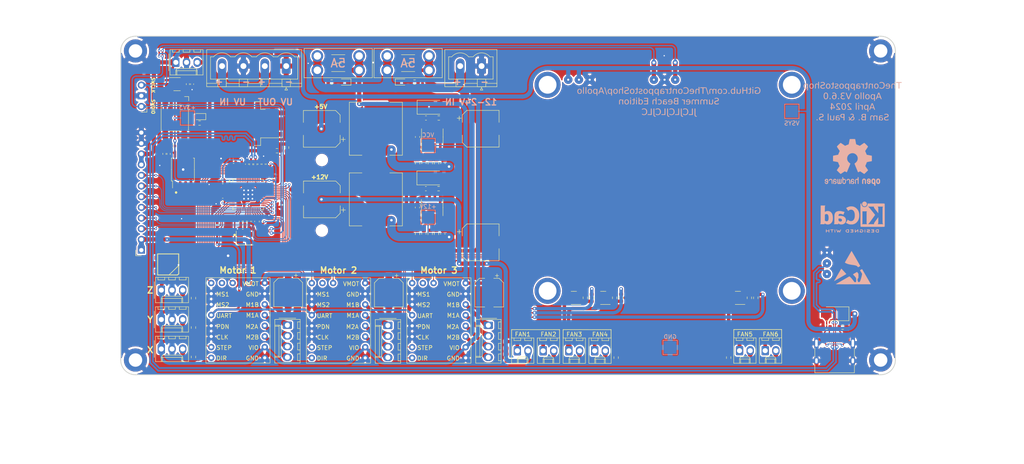
<source format=kicad_pcb>
(kicad_pcb (version 20241229) (generator "pcbnew") (generator_version "9.0")
  (layers (0 "F.Cu" signal) (2 "B.Cu" signal) (13 "F.Paste" user) (15 "B.Paste" user) (5 "F.SilkS" user "F.Silkscreen") (7 "B.SilkS" user "B.Silkscreen") (1 "F.Mask" user) (3 "B.Mask" user) (25 "Edge.Cuts" user))
  (net 0 "")
  (net 1 "GND")
  (net 2 "Net-(J1-Pin_2)")
  (net 3 "+12V")
  (net 4 "Net-(C11-Pad1)")
  (net 5 "Net-(U2-COMP)")
  (net 6 "Net-(C12-Pad1)")
  (net 7 "Net-(U3-COMP)")
  (net 8 "Net-(U2-BS)")
  (net 9 "Net-(D8-K)")
  (net 10 "Net-(U3-BS)")
  (net 11 "Net-(D9-K)")
  (net 12 "VDC")
  (net 13 "VCC")
  (net 14 "Net-(D6-A)")
  (net 15 "Net-(D7-A)")
  (net 16 "Net-(D10-K)")
  (net 17 "Net-(D10-A)")
  (net 18 "Net-(D11-K)")
  (net 19 "Net-(D11-A)")
  (net 20 "Net-(D12-K)")
  (net 21 "Net-(D12-A)")
  (net 22 "Net-(D13-A)")
  (net 23 "Net-(J2-Pin_2)")
  (net 24 "Net-(J4-Pin_1)")
  (net 25 "Net-(J4-Pin_2)")
  (net 26 "Net-(J4-Pin_3)")
  (net 27 "Net-(J4-Pin_4)")
  (net 28 "Net-(J5-Pin_1)")
  (net 29 "Net-(J5-Pin_2)")
  (net 30 "Net-(J5-Pin_3)")
  (net 31 "Net-(J5-Pin_4)")
  (net 32 "Net-(J6-Pin_1)")
  (net 33 "Z-MIN")
  (net 34 "Y-MIN")
  (net 35 "Net-(J6-Pin_2)")
  (net 36 "Net-(J6-Pin_3)")
  (net 37 "D34")
  (net 38 "D+")
  (net 39 "Net-(J6-Pin_4)")
  (net 40 "D-")
  (net 41 "Net-(P1-CC)")
  (net 42 "Net-(P1-VCONN)")
  (net 43 "Net-(Q1-G)")
  (net 44 "Net-(Q2-G)")
  (net 45 "Net-(Q3-G)")
  (net 46 "Net-(Q4-G)")
  (net 47 "Net-(U2-FB)")
  (net 48 "D8")
  (net 49 "D9")
  (net 50 "D10")
  (net 51 "Net-(U3-FB)")
  (net 52 "Net-(U2-RT)")
  (net 53 "Net-(U3-RT)")
  (net 54 "Z-DIAG")
  (net 56 "X-DIAG")
  (net 58 "Y-DIAG")
  (net 59 "Z-DIR")
  (net 60 "Z-STEP")
  (net 61 "X-EN")
  (net 62 "Z-EN")
  (net 63 "Y-DIR")
  (net 64 "Y-STEP")
  (net 65 "Y-EN")
  (net 66 "X-DIR")
  (net 67 "X-STEP")
  (net 71 "UART0_TX")
  (net 72 "STEPPER_UART_A")
  (net 73 "Net-(J1-Pin_1)")
  (net 74 "Net-(D1-A)")
  (net 76 "+3V3")
  (net 77 "+1V1")
  (net 78 "XIN")
  (net 79 "Net-(C28-Pad1)")
  (net 80 "Net-(U1-RUN)")
  (net 81 "Net-(U1-USB_DP)")
  (net 82 "Net-(U1-USB_DM)")
  (net 83 "XOUT")
  (net 85 "SWCLK")
  (net 86 "SWDIO")
  (net 87 "QSPI_SD3")
  (net 88 "QSPI_SCK")
  (net 89 "QSPI_SD0")
  (net 90 "QSPI_SD2")
  (net 91 "QSPI_SD1")
  (net 92 "QSPI_CS")
  (net 93 "USB_BOOT")
  (net 94 "VSYS")
  (net 95 "Net-(U9-EN)")
  (net 97 "ACC0")
  (net 98 "ACC1")
  (net 99 "ACC2")
  (net 100 "ACC3")
  (net 101 "ACC4")
  (net 102 "ACC5")
  (net 103 "X-MIN")
  (net 104 "RGB")
  (footprint "Resistor_SMD:R_0603_1608Metric" (layer "F.Cu") (at 146.5 81.975 -90)
    (property "Reference" "R12" (hide yes))
    (property "Value" "39k")
  )
  (footprint "Resistor_SMD:R_0603_1608Metric" (layer "F.Cu") (at 190.675 111.425 -90)
    (property "Reference" "R28" (hide yes))
    (property "Value" "750")
  )
  (footprint "Capacitor_SMD:C_0402_1005Metric" (layer "F.Cu") (at 89.95 46.4 -90)
    (property "Reference" "C32" (hide yes))
    (property "Value" "1uF")
  )
  (footprint "LED_SMD:LED_0603_1608Metric" (layer "F.Cu") (at 139.7 45.9)
    (property "Reference" "D7" (hide yes))
    (property "Value" "LED")
  )
  (footprint "Capacitor_SMD:C_0603_1608Metric" (layer "F.Cu") (at 143.475 75.725 -90)
    (property "Reference" "C13" (hide yes))
    (property "Value" "0.1uF")
  )
  (footprint "Inductor_SMD:L_12x12mm_H8mm" (layer "F.Cu") (at 133.6 57 90)
    (property "Reference" "L2" (hide yes))
    (property "Value" "22uH")
  )
  (footprint "Resistor_SMD:R_0603_1608Metric" (layer "F.Cu") (at 244.475 104.175)
    (property "Reference" "R34" (hide yes))
    (property "Value" "5.11k")
  )
  (footprint "Resistor_SMD:R_0603_1608Metric" (layer "F.Cu") (at 112.4 61.475 90)
    (property "Reference" "R31" (hide yes))
    (property "Value" "100k")
  )
  (footprint "Resistor_SMD:R_0402_1005Metric" (layer "F.Cu") (at 102.48 79.05 90)
    (property "Reference" "R4" (hide yes))
    (property "Value" "1K")
  )
  (footprint "RP2040:RP2040" (layer "F.Cu") (at 103.275 72.65)
    (property "Reference" "U1" (hide yes))
    (property "Value" "RP2040" (hide yes))
  )
  (footprint "Capacitor_SMD:C_0402_1005Metric" (layer "F.Cu") (at 83.8 45.925 -90)
    (property "Reference" "C31" (hide yes))
    (property "Value" "1uF")
  )
  (footprint "Resistor_SMD:R_0603_1608Metric" (layer "F.Cu") (at 90.275 97.275 -90)
    (property "Reference" "R22" (hide yes))
    (property "Value" "1k")
  )
  (footprint "Resistor_SMD:R_0402_1005Metric" (layer "F.Cu") (at 88.95 46.4 -90)
    (property "Reference" "R7" (hide yes))
    (property "Value" "10K")
  )
  (footprint "Capacitor_SMD:C_0402_1005Metric" (layer "F.Cu") (at 101.98 80.52 180)
    (property "Reference" "C28" (hide yes))
    (property "Value" "27pF")
  )
  (footprint "Resistor_SMD:R_0603_1608Metric" (layer "F.Cu") (at 191.85 97.2 -90)
    (property "Reference" "R26" (hide yes))
    (property "Value" "1k")
  )
  (footprint "Package_TO_SOT_SMD:SOT-23" (layer "F.Cu") (at 219.6 97.225 180)
    (property "Reference" "Q3" (hide yes))
    (property "Value" "DMG3402")
  )
  (footprint "Capacitor_SMD:C_0402_1005Metric" (layer "F.Cu") (at 85.4 61.1 180)
    (property "Reference" "C29" (hide yes))
    (property "Value" "0.1uF")
  )
  (footprint "Capacitor_SMD:C_0402_1005Metric" (layer "F.Cu") (at 104.45 79.04 -90)
    (property "Reference" "C27" (hide yes))
    (property "Value" "1uF")
  )
  (footprint "Connector_Molex:Molex_KK-254_AE-6410-02A_1x02_P2.54mm_Vertical" (layer "F.Cu") (at 185.57 109.805)
    (property "Reference" "J14" (hide yes))
    (property "Value" "FAN4")
  )
  (footprint "Resistor_SMD:R_0603_1608Metric" (layer "F.Cu") (at 190.325 97.2 -90)
    (property "Reference" "R25" (hide yes))
    (property "Value" "100k")
  )
  (footprint "Resistor_SMD:R_0402_1005Metric" (layer "F.Cu") (at 103.975 65.45 90)
    (property "Reference" "R2" (hide yes))
    (property "Value" "27")
  )
  (footprint "Capacitor_SMD:C_0603_1608Metric" (layer "F.Cu") (at 149.5 81.975 -90)
    (property "Reference" "C9" (hide yes))
    (property "Value" "22uF")
  )
  (footprint "Capacitor_SMD:C_0402_1005Metric" (layer "F.Cu") (at 106.935 65.425 90)
    (property "Reference" "C5" (hide yes))
    (property "Value" "0.1uF")
  )
  (footprint "Capacitor_SMD:CP_Elec_6.3x7.7" (layer "F.Cu") (at 136.675 95.975 -90)
    (property "Reference" "C21" (hide yes))
    (property "Value" "100uF")
  )
  (footprint "Prometheus:RaspberryPi_SMTSO3040CTJ" (layer "F.Cu") (at 203.39 71.05)
    (property "Reference" "U8")
    (property "Value" "RaspberryPi")
  )
  (footprint "Capacitor_SMD:C_0603_1608Metric" (layer "F.Cu") (at 145.475 71.25)
    (property "Reference" "C16" (hide yes))
    (property "Value" "0.1uF")
  )
  (footprint "Package_SO:HSOP-8-1EP_3.9x4.9mm_P1.27mm_EP2.3x2.3mm" (layer "F.Cu") (at 146.975 75.75 90)
    (property "Reference" "U2" (hide yes))
    (property "Value" "FP6151")
  )
  (footprint "Capacitor_SMD:C_0402_1005Metric" (layer "F.Cu") (at 109.3 68.8 90)
    (property "Reference" "C6" (hide yes))
    (property "Value" "0.1uF")
  )
  (footprint "Connector_Molex:Molex_KK-254_AE-6410-04A_1x04_P2.54mm_Vertical" (layer "F.Cu") (at 160.305 103.74 -90)
    (property "Reference" "J4" (hide yes))
    (property "Value" "Z mot")
  )
  (footprint "Resistor_SMD:R_0603_1608Metric" (layer "F.Cu") (at 222.315 97.205 -90)
    (property "Reference" "R29" (hide yes))
    (property "Value" "100k")
  )
  (footprint "Capacitor_SMD:C_0402_1005Metric" (layer "F.Cu") (at 107.91 65.425 90)
    (property "Reference" "C22" (hide yes))
    (property "Value" "0.1uF")
  )
  (footprint "Capacitor_SMD:C_0402_1005Metric" (layer "F.Cu") (at 101.49 79.025 -90)
    (property "Reference" "C26" (hide yes))
    (property "Value" "27pF")
  )
  (footprint "Capacitor_SMD:C_0603_1608Metric" (layer "F.Cu") (at 145.5 54.45)
    (property "Reference" "C15" (hide yes))
    (property "Value" "0.1uF")
  )
  (footprint "Fuse:Fuseholder_Blade_Mini_Keystone_3568" (layer "F.Cu") (at 119.7 39.7)
    (property "Reference" "F1" (hide yes))
    (property "Value" "5A")
  )
  (footprint "WS2812B:WS2812B_wider_pads" (layer "F.Cu") (at 84.27 89.27)
    (property "Reference" "D2" (hide yes))
    (property "Value" "WS2812B" (hide yes))
  )
  (footprint "Resistor_SMD:R_0603_1608Metric" (layer "F.Cu") (at 148.025 65.175 90)
    (property "Reference" "R13" (hide yes))
    (property "Value" "550k")
  )
  (footprint "Package_SO:SOIC-8_5.23x5.23mm_P1.27mm" (layer "F.Cu") (at 87.77 66.7 90)
    (property "Reference" "U7" (hide yes))
    (property "Value" "W25Q32JVSS")
  )
  (footprint "Resistor_SMD:R_0603_1608Metric" (layer "F.Cu") (at 142.8 45.9 180)
    (property "Reference" "R10" (hide yes))
    (property "Value" "1.2k")
  )
  (footprint "Capacitor_SMD:C_0603_1608Metric" (layer "F.Cu") (at 149.525 65.175 -90)
    (property "Reference" "C10" (hide yes))
    (property "Value" "22uF")
  )
  (footprint "Package_TO_SOT_SMD:SOT-23" (layer "F.Cu") (at 180.625 97.225 180)
    (property "Reference" "Q1" (hide yes))
    (property "Value" "DMG3402")
  )
  (footprint "Resistor_SMD:R_0603_1608Metric" (layer "F.Cu") (at 183.35 97.2 -90)
    (property "Reference" "R20" (hide yes))
    (property "Value" "100k")
  )
  (footprint "MountingHole:MountingHole_3.2mm_M3_ISO14580_Pad_TopBottom" (layer "F.Cu") (at 76.5 38.5)
    (property "Reference" "REF**" (hide yes))
    (property "Value" "MountingHole_3.2mm_M3_ISO14580_Pad_TopBottom" (hide yes))
  )
  (footprint "Capacitor_SMD:C_0603_1608Metric" (layer "F.Cu") (at 143.505 58.95 -90)
    (property "Reference" "C14" (hide yes))
    (property "Value" "0.1uF")
  )
  (footprint "LED_SMD:LED_0603_1608Metric" (layer "F.Cu") (at 126.2 45.9 180)
    (property "Reference" "D6" (hide yes))
    (property "Value" "LED")
  )
  (footprint "MountingHole:MountingHole_2.5mm" (layer "F.Cu") (at 120.77 81.21)
    (property "Reference" "REF**" (hide yes))
    (property "Value" "MountingHole_2.5mm")
  )
  (footprint "Connector_Molex:Molex_KK-254_AE-6410-03A_1x03_P2.54mm_Vertical" (layer "F.Cu") (at 86.085 41.22)
    (property "Reference" "Je1" (hide yes))
    (property "Value" "LED EN")
  )
  (footprint "Connector_Molex:Molex_KK-254_AE-6410-03A_1x03_P2.54mm_Vertical" (layer "F.Cu") (at 82.64 95.37)
    (property "Reference" "J9" (hide yes))
    (property "Value" "Z-DN")
  )
  (footprint "Button_Switch_SMD:SW_SPST_Omron_B3FS-100xP" (layer "F.Cu") (at 85.84 54.45 -90)
    (property "Reference" "SW1" (hide yes))
    (property "Value" "BOOTSEL")
  )
  (footprint "Package_TO_SOT_SMD:SOT-23" (layer "F.Cu") (at 187.6 97.225 180)
    (property "Reference" "Q2" (hide yes))
    (property "Value" "DMG3402")
  )
  (footprint "Resistor_SMD:R_0402_1005Metric" (layer "F.Cu") (at 106.275 79.06 -90)
    (property "Reference" "R1" (hide yes))
    (property "Value" "10K")
  )
  (footprint "Capacitor_SMD:CP_Elec_8x10.5" (layer "F.Cu") (at 120.75 57.025 180)
    (property "Reference" "C8" (hide yes))
    (property "Value" "220uF")
  )
  (footprint "Capacitor_SMD:CP_Elec_8x10.5" (layer "F.Cu") (at 158.5 57)
    (property "Reference" "C18" (hide yes))
    (property "Value" "220uF")
  )
  (footprint "Resistor_SMD:R_0603_1608Metric" (layer "F.Cu") (at 90.275 111.275 -90)
    (property "Reference" "R27" (hide yes))
    (property "Value" "1k")
  )
  (footprint "Connector_PinHeader_2.54mm:PinHeader_1x03_P2.54mm_Vertical" (layer "F.Cu") (at 77.89 51.71 180)
    (property "Reference" "J3" (hide yes))
    (property "Value" "Conn_01x03_Male")
  )
  (footprint "MountingHole:MountingHole_2.5mm" (layer "F.Cu") (at 120.77 64.44)
    (property "Reference" "REF**" (hide yes))
    (property "Value" "MountingHole_2.5mm")
  )
  (footprint "Resistor_SMD:R_0603_1608Metric" (layer "F.Cu") (at 223.84 97.21 -90)
    (property "Reference" "R30" (hide yes))
    (property "Value" "1k")
  )
  (footprint "Fuse:Fuseholder_Blade_Mini_Keystone_3568" (layer "F.Cu") (at 136.3 39.7)
    (property "Reference" "F2" (hide yes))
    (property "Value" "5A")
  )
  (footprint "Capacitor_SMD:CP_Elec_8x10.5" (layer "F.Cu") (at 158.5 84)
    (property "Reference" "C17" (hide yes))
    (property "Value" "220uF")
  )
  (footprint "Fiducial:Fiducial_1mm_Mask2mm" (layer "F.Cu") (at 78.5 43.1)
    (property "Reference" "REF**" (hide yes))
    (property "Value" "Fiducial_1mm_Mask2mm")
  )
  (footprint "Capacitor_SMD:C_0603_1608Metric" (layer "F.Cu") (at 145 81.975 90)
    (property "Reference" "C11" (hide yes))
    (property "Value" "470pF")
  )
  (footprint "Connector_Phoenix_MSTB:PhoenixContact_MSTBVA_2,5_2-G-5,08_1x02_P5.08mm_Vertical" (layer "F.Cu") (at 158.705 42.1 180)
    (property "Reference" "J2" (hide yes))
    (property "Value" "VIN")
  )
  (footprint "Resistor_SMD:R_0603_1608Metric" (layer "F.Cu") (at 148 81.975 90)
    (property "Reference" "R11" (hide yes))
    (property "Value" "550k")
  )
  (footprint "MountingHole:MountingHole_3.2mm_M3_ISO14580_Pad_TopBottom" (layer "F.Cu") (at 76.5 112)
    (property "Reference" "REF**" (hide yes))
    (property "Value" "MountingHole_3.2mm_M3_ISO14580_Pad_TopBottom" (hide yes))
  )
  (footprint "Resistor_SMD:R_0603_1608Metric" (layer "F.Cu") (at 240.665 104.175 180)
    (property "Reference" "R35" (hide yes))
    (property "Value" "5.11k")
  )
  (footprint "Capacitor_SMD:CP_Elec_8x10.5" (layer "F.Cu") (at 120.775 73.8 180)
    (property "Reference" "C7" (hide yes))
    (property "Value" "220uF")
  )
  (footprint "Connector_Molex:Molex_KK-254_AE-6410-04A_1x04_P2.54mm_Vertical" (layer "F.Cu") (at 112.58 103.715 -90)
    (property "Reference" "J5" (hide yes))
    (property "Value" "Mot 2")
  )
  (footprint "Resistor_SMD:R_0603_1608Metric" (layer "F.Cu") (at 143.525 65.175 90)
    (property "Reference" "R16" (hide yes))
    (property "Value" "33k")
  )
  (footprint "Resistor_SMD:R_0603_1608Metric" (layer "F.Cu") (at 110.125 62.225)
    (property "Reference" "R32" (hide yes))
    (property "Value" "1k")
  )
  (footprint "LED_SMD:LED_0603_1608Metric" (layer "F.Cu") (at 91.73 54.12 180)
    (property "Reference" "D1" (hide yes))
    (property "Value" "LED")
  )
  (footprint "LED_SMD:LED_0603_1608Metric" (layer "F.Cu") (at 190.675 108.4 -90)
    (property "Reference" "D11" (hide yes))
    (property "Value" "LED")
  )
  (footprint "Diode_SMD:D_SMA" (layer "F.Cu") (at 146.75 68.7)
    (property "Reference" "D8" (hide yes))
    (property "Value" "SM540A")
  )
  (footprint "Connector_PinSocket_2.54mm:PinSocket_1x12_P2.54mm_Vertical" (layer "F.Cu") (at 77.89 85.86 180)
    (property "Reference" "J15" (hide yes))
    (property "Value" "Conn_01x12_Female")
  )
  (footprint "MountingHole:MountingHole_3.2mm_M3_ISO14580_Pad_TopBottom" (layer "F.Cu") (at 253.5 112)
    (property "Reference" "REF**" (hide yes))
    (property "Value" "MountingHole_3.2mm_M3_ISO14580_Pad_TopBottom" (hide yes))
  )
  (footprint "Capacitor_SMD:C_0402_1005Metric" (layer "F.Cu") (at 102.99 65.425 90)
    (property "Reference" "C3" (hide yes))
    (property "Value" "0.1uF")
  )
  (footprint "Resistor_SMD:R_0402_1005Metric" (layer "F.Cu") (at 95.9 79.85 90)
    (property "Reference" "R36" (hide yes))
    (property "Value" "1K" (hide yes))
  )
  (footprint "Connector_Molex:Molex_KK-254_AE-6410-04A_1x04_P2.54mm_Vertical" (layer "F.Cu") (at 136.45 103.765 -90)
    (property "Reference" "J6" (hide yes))
    (property "Value" "Mot 3")
  )
  (footprint "Capacitor_SMD:CP_Elec_6.3x7.7" (layer "F.Cu") (at 112.775 95.925 -90)
    (property "Reference" "C20" (hide yes))
    (property "Value" "100uF")
  )
  (footprint "Diode_SMD:D_SMA" (layer "F.Cu") (at 242.57 101 180)
    (property "Reference" "D13" (hide yes))
    (property "Value" "type=\"D\" model=\"DIODE\" lib=\"\"")
  )
  (footprint "Resistor_SMD:R_0603_1608Metric" (layer "F.Cu") (at 148.55 54.45)
    (property "Reference" "R18" (hide yes))
    (property "Value" "200k")
  )
  (footprint "Capacitor_SMD:C_0402_1005Metric" (layer "F.Cu") (at 111.2 75.1 -90)
    (property "Reference" "C25" (hide yes))
    (property "Value" "1uF")
  )
  (footprint "Connector_USB:USB_C_Receptacle_HRO_TYPE-C-31-M-12" (layer "F.Cu") (at 242.57 111.125)
    (property "Reference" "P1" (hide yes))
    (property "Value" "USB_C_Plug_USB2.0")
  )
  (footprint "Prometheus:TMC2209 SilentStepStick" (layer "F.Cu") (at 124.725 102.6)
    (property "Reference" "U6" (hide yes))
    (property "Value" "TMC2209")
  )
  (footprint "LED_SMD:LED_0603_1608Metric" (layer "F.Cu") (at 164.65 108.4 -90)
    (property "Reference" "D10" (hide yes))
    (property "Value" "LED")
  )
  (footprint "Resistor_SMD:R_0603_1608Metric" (layer "F.Cu") (at 148.5 71.25)
    (property "Reference" "R17" (hide yes))
    (property "Value" "200k")
  )
  (footprint "MountingHole:MountingHole_3.2mm_M3_ISO14580_Pad_TopBottom" (layer "F.Cu") (at 253.5 38.5)
    (property "Reference" "REF**" (hide yes))
    (property "Value" "MountingHole_3.2mm_M3_ISO14580_Pad_TopBottom" (hide yes))
  )
  (footprint "Capacitor_SMD:C_0402_1005Metric" (layer "F.Cu") (at 97.22 73.87 180)
    (property "Reference" "C4" (hide yes))
    (property "Value" "0.1uF")
  )
  (footprint "Package_TO_SOT_SMD:TO-263-2" (layer "F.Cu") (at 103.275 55.775 180)
    (property "Reference" "Q4" (hide yes))
    (property "Value" "IRLZ24N")
  )
  (footprint "Connector_Molex:Molex_KK-254_AE-6410-02A_1x02_P2.54mm_Vertical" (layer "F.Cu") (at 219.98 109.77)
    (property "Reference" "J16" (hide yes))
    (property "Value" "FAN5")
  )
  (footprint "Resistor_SMD:R_0402_1005Metric" (layer "F.Cu") (at 84.375 62.975 -90)
    (property "Reference" "R6" (hide yes))
    (property "Value" "10K")
  )
  (footprint "Capacitor_SMD:C_0402_1005Metric" (layer "F.Cu") (at 97.225 69.725 180)
    (property "Reference" "C1" (hide yes))
    (property "Value" "0.1uF")
  )
  (footprint "Connector_Phoenix_MSTB:PhoenixContact_MSTBVA_2,5_4-G-5,08_1x04_P5.08mm_Vertical" (layer "F.Cu") (at 112.3 42.1 180)
    (property "Reference" "J1" (hide yes))
    (property "Value" "Screw_Terminal_01x04")
  )
  (footprint "Resistor_SMD:R_0402_1005Metric" (layer "F.Cu") (at 104.975 65.45 90)
    (property "Reference" "R3" (hide yes))
    (property "Value" "27")
  )
  (footprint "Crystal:Crystal_SMD_3225-4Pin_3.2x2.5mm" (layer "F.Cu") (at 102.42 82.98)
    (property "Reference" "Y1" (hide yes))
    (property "Value" "12MHz")
  )
  (footprint "Capacitor_SMD:C_0402_1005Metric" (layer "F.Cu") (at 105.96 65.425 90)
    (property "Reference" "C23" (hide yes))
    (property "Value" "0.1uF")
  )
  (footprint "Resistor_SMD:R_0603_1608Metric" (layer "F.Cu") (at 90.275 104.275 -90)
    (property "Reference" "R24" (hide yes))
    (property "Value" "1k")
  )
  (footprint "Fiducial:Fiducial_1mm_Mask2mm" (layer "F.Cu") (at 251.45 107.35)
    (property "Reference" "REF**" (hide yes))
    (property "Value" "Fiducial_1mm_Mask2mm")
  )
  (footprint "Package_SO:HSOP-8-1EP_3.9x4.9mm_P1.27mm_EP2.3x2.3mm" (layer "F.Cu") (at 147.005 58.95 90)
    (property "Reference" "U3" (hide yes))
    (property "Value" "FP6151")
  )
  (footprint "Diode_SMD:D_SMA" (layer "F.Cu") (at 146.8 51.9)
    (property "Reference" "D9" (hide yes))
    (property "Value" "SM540A")
  )
  (footprint "Connector_Molex:Molex_KK-254_AE-6410-02A_1x02_P2.54mm_Vertical" (layer "F.Cu") (at 167.205 109.795)
    (property "Reference" "J8" (hide yes))
    (property "Value" "FAN1")
  )
  (footprint "Capacitor_SMD:CP_Elec_6.3x7.7" (layer "F.Cu") (at 160.525 95.975 -90)
    (property "Reference" "C19" (hide yes))
    (property "Value" "100uF")
  )
  (footprint "Resistor_SMD:R_0603_1608Metric" (layer "F.Cu") (at 123.1 45.9)
    (property "Reference" "R9" (hide yes))
    (property "Value" "1.2k")
  )
  (footprint "Connector_Molex:Molex_KK-254_AE-6410-03A_1x03_P2.54mm_Vertical" (layer "F.Cu") (at 82.64 109.37)
    (property "Reference" "J12" (hide yes))
    (property "Value" "X-DN")
  )
  (footprint "Prometheus:TMC2209 SilentStepStick" (layer "F.Cu") (at 148.575 102.6)
    (property "Reference" "U4" (hide yes))
    (property "Value" "TMC2209")
  )
  (footprint "Resistor_SMD:R_0603_1608Metric" (layer "F.Cu") (at 184.875 97.2 -90)
    (property "Reference" "R21" (hide yes))
    (property "Value" "1k")
  )
  (footprint "Resistor_SMD:R_0603_1608Metric" (layer "F.Cu") (at 164.65 111.425 -90)
    (property "Reference" "R23" (hide yes))
    (property "Value" "750")
  )
  (footprint "Connector_Molex:Molex_KK-254_AE-6410-02A_1x02_P2.54mm_Vertical" (layer "F.Cu") (at 226.08 109.77)
    (property "Reference" "J17" (hide yes))
    (property "Value" "FAN6")
  )
  (footprint "Resistor_SMD:R_0603_1608Metric" (layer "F.Cu") (at 146.525 65.175 -90)
    (property "Reference" "R14" (hide yes))
    (property "Value" "105k")
  )
  (footprint "Resistor_SMD:R_0402_1005Metric" (layer "F.Cu") (at 83.375 62.975 90)
    (property "Reference" "R5" (hide yes))
    (property "Value" "1K")
  )
  (footprint "Connector_Molex:Molex_KK-254_AE-6410-02A_1x02_P2.54mm_Vertical" (layer "F.Cu") (at 179.45 109.8)
    (property "Reference" "J13" (hide yes))
    (property "Value" "FAN3")
  )
  (footprint "LED_SMD:LED_0603_1608Metric" (layer "F.Cu") (at 217.4 108.375 -90)
    (property "Reference" "D12" (hide yes))
    (property "Value" "LED")
  )
  (footprint "Resistor_SMD:R_0603_1608Metric" (layer "F.Cu") (at 143.5 81.975 90)
    (property "Reference" "R15" (hide yes))
    (property "Value" "33k")
  )
  (footprint "Connector_Molex:Molex_KK-254_AE-6410-03A_1x03_P2.54mm_Vertical" (layer "F.Cu") (at 82.64 102.37)
    (property "Reference" "J11" (hide yes))
    (property "Value" "Y-UP")
  )
  (footprint "Connector_Molex:Molex_KK-254_AE-6410-02A_1x02_P2.54mm_Vertical" (layer "F.Cu") (at 173.325 109.8)
    (property "Reference" "J10" (hide yes))
    (property "Value" "FAN2")
  )
  (footprint "Capacitor_SMD:C_0603_1608Metric" (layer "F.Cu") (at 145.025 65.175 90)
    (property "Reference" "C12" (hide yes))
    (property "Value" "470pF")
  )
  (footprint "Prometheus:TMC2209 SilentStepStick" (layer "F.Cu") (at 100.85 102.575)
    (property "Reference" "U5" (hide yes))
    (property "Value" "TMC2209" (hide yes))
  )
  (footprint "Inductor_SMD:L_12x12mm_H8mm" (layer "F.Cu") (at 133.6 73.8 90)
    (property "Reference" "L1" (hide yes))
    (property "Value" "22uH")
  )
  (footprint "Capacitor_SMD:C_0402_1005Metric" (layer "F.Cu") (at 103.47 79.03 -90)
    (property "Reference" "C2" (hide yes))
    (property "Value" "0.1uF")
  )
  (footprint "Capacitor_SMD:C_0402_1005Metric" (layer "F.Cu") (at 99.8 64.9 180)
    (property "Reference" "C24" (hide yes))
    (property "Value" "0.1uF")
  )
  (footprint "Resistor_SMD:R_0603_1608Metric" (layer "F.Cu") (at 217.4 111.425 -90)
    (property "Reference" "R33" (hide yes))
    (property "Value" "750")
  )
  (footprint "Resistor_SMD:R_0603_1608Metric" (layer "F.Cu") (at 91.73 55.65 180)
    (property "Reference" "R37" (hide yes))
    (property "Value" "100")
  )
  (footprint "Package_TO_SOT_SMD:SOT-23-5" (layer "F.Cu") (at 86.375 46.4)
    (property "Reference" "U9" (hide yes))
    (property "Value" "AP2112K-3.3")
  )
  (footprint "TestPoint:TestPoint_Pad_3.0x3.0mm" (layer "B.Cu") (at 88.85 54.45 90)
    (property "Reference" "+3V3")
    (property "Value" "TestPoint_Probe")
  )
  (footprint "TestPoint:TestPoint_Pad_3.0x3.0mm" (layer "B.Cu") (at 146 78.05 90)
    (property "Reference" "+12V")
    (property "Value" "TestPoint_Probe")
  )
  (footprint "Symbol:OSHW-Logo2_14.6x12mm_SilkScreen" (layer "B.Cu") (at 246.8 65 180)
    (property "Reference" "REF**" (hide yes))
    (property "Value" "OSHW-Logo2_14.6x12mm_SilkScreen" (hide yes))
  )
  (footprint "TestPoint:TestPoint_Pad_3.0x3.0mm" (layer "B.Cu") (at 232.4 52.85 90)
    (property "Reference" "VSYS")
    (property "Value" "TestPoint_Probe")
  )
  (footprint "TestPoint:TestPoint_Pad_3.0x3.0mm" (layer "B.Cu") (at 203.5 109 90)
    (property "Reference" "GND")
    (property "Value" "TestPoint_Probe")
  )
  (footprint "TestPoint:TestPoint_Pad_3.0x3.0mm" (layer "B.Cu") (at 146 61 90)
    (property "Reference" "VCC")
    (property "Value" "TestPoint_Probe")
  )
  (footprint "Symbol:KiCad-Logo2_6mm_SilkScreen" (layer "B.Cu") (at 246.807487 77.304848 180)
    (property "Reference" "REF**" (hide yes))
    (property "Value" "KiCad-Logo2_6mm_SilkScreen" (hide yes))
  )
  (footprint "Symbol:ESD-Logo_8.9x8mm_SilkScreen" (layer "B.Cu") (at 246.8 90 180)
    (property "Reference" "REF**" (hide yes))
    (property "Value" "ESD-Logo_8.9x8mm_SilkScreen" (hide yes))
  )
  (gr_line (start 218.615 106.74) (end 218.615 104.74) (stroke (width 0.15)) (layer "F.SilkS"))
  (gr_line (start 165.84 104.765) (end 177.23 104.77) (stroke (width 0.15)) (layer "F.SilkS"))
  (gr_line (start 229.985 106.74) (end 229.985 104.74) (stroke (width 0.15)) (layer "F.SilkS"))
  (gr_line (start 189.475 104.775) (end 178.085 104.77) (stroke (width 0.15)) (layer "F.SilkS"))
  (gr_line (start 229.985 104.74) (end 218.615 104.74) (stroke (width 0.15)) (layer "F.SilkS"))
  (gr_line (start 165.84 106.765) (end 165.84 104.765) (stroke (width 0.15)) (layer "F.SilkS"))
  (gr_line (start 189.475 106.775) (end 189.475 104.775) (stroke (width 0.15)) (layer "F.SilkS"))
  (gr_line (start 177.23 106.77) (end 177.23 104.77) (stroke (width 0.15)) (layer "F.SilkS"))
  (gr_line (start 178.085 106.77) (end 178.085 104.77) (stroke (width 0.15)) (layer "F.SilkS"))
  (gr_arc (start 253.5 35) (mid 255.974874 36.025126) (end 257 38.5) (stroke (width 0.2)) (layer "Edge.Cuts"))
  (gr_arc (start 257 112) (mid 255.974874 114.474874) (end 253.5 115.5) (stroke (width 0.2)) (layer "Edge.Cuts"))
  (gr_line (start 257 112) (end 257 38.5) (stroke (width 0.2)) (layer "Edge.Cuts"))
  (gr_line (start 73 38.5) (end 73 112) (stroke (width 0.2)) (layer "Edge.Cuts"))
  (gr_arc (start 76.5 115.5) (mid 74.025126 114.474874) (end 73 112) (stroke (width 0.2)) (layer "Edge.Cuts"))
  (gr_line (start 253.5 35) (end 76.5 35) (stroke (width 0.2)) (layer "Edge.Cuts"))
  (gr_arc (start 73 38.5) (mid 74.025126 36.025126) (end 76.5 35) (stroke (width 0.2)) (layer "Edge.Cuts"))
  (gr_line (start 76.5 115.5) (end 253.5 115.5) (stroke (width 0.2)) (layer "Edge.Cuts"))
  (gr_text "." (at 99.4 82.55 0) (layer "F.SilkS") (effects (font (size 1.6 1.6) (thickness 0.4) (bold yes)) (justify left bottom)))
  (gr_text "Z" (at 80 95.4 0) (layer "F.SilkS") (effects (font (size 1.5 1.5) (thickness 0.3) (bold yes))))
  (gr_text "SWCLK" (at 80.68 46.66 -90) (layer "F.SilkS") (effects (font (size 0.75 0.75) (thickness 0.1875))))
  (gr_text "+12V" (at 120.242781 68.5 0) (layer "F.SilkS") (effects (font (size 1 1) (thickness 0.25) (bold yes))))
  (gr_text "Y" (at 80 102.4 0) (layer "F.SilkS") (effects (font (size 1.5 1.5) (thickness 0.3) (bold yes))))
  (gr_text "Motor 1" (at 100.85 90.65 0) (layer "F.SilkS") (effects (font (size 1.5 1.5) (thickness 0.3) (bold yes))))
  (gr_text "Motor 3" (at 148.575 90.675 0) (layer "F.SilkS") (effects (font (size 1.5 1.5) (thickness 0.3) (bold yes))))
  (gr_text "X" (at 80 109.6 0) (layer "F.SilkS") (effects (font (size 1.5 1.5) (thickness 0.3) (bold yes))))
  (gr_text "+5V" (at 120.5 51.75 0) (layer "F.SilkS") (effects (font (size 1 1) (thickness 0.25) (bold yes))))
  (gr_text "SWDIO" (at 80.68 51.76 -90) (layer "F.SilkS") (effects (font (size 0.75 0.75) (thickness 0.1875))))
  (gr_text "Motor 2" (at 124.725 90.675 0) (layer "F.SilkS") (effects (font (size 1.5 1.5) (thickness 0.3) (bold yes))))
  (gr_text "." (at 85.5 72.45 0) (layer "F.SilkS") (effects (font (size 1.6 1.6) (thickness 0.4) (bold yes)) (justify left bottom)))
  (gr_text "5A" (at 141.25 41.4 0) (layer "B.SilkS") (effects (font (size 2 2) (thickness 0.3)) (justify mirror)))
  (gr_text "GitHub.com/TheContrappostoShop/Apollo\nSummer Beach Edition\nJLCJLCJLCJLC" (at 203.2 50.58 0) (layer "B.SilkS") (effects (font (size 1.5 1.5)) (justify mirror)))
  (gr_text "-    +\n\nUV IN" (at 99.575 48.23 0) (layer "B.SilkS") (effects (font (size 1.5 1.5) (thickness 0.3) (bold yes)) (justify mirror)))
  (gr_text "-    +\n\nUV OUT" (at 109.73 48.225 0) (layer "B.SilkS") (effects (font (size 1.5 1.5) (thickness 0.3) (bold yes)) (justify mirror)))
  (gr_text "-    +\n\n12-24V IN" (at 156.2 48.25 0) (layer "B.SilkS") (effects (font (size 1.5 1.5) (thickness 0.3) (bold yes)) (justify mirror)))
  (gr_text "5A" (at 124.65 41.4 0) (layer "B.SilkS") (effects (font (size 2 2) (thickness 0.3)) (justify mirror)))
  (gr_text "TheContrappostoShop\nApollo V3.6.0\nApril 2024\nSam B. & Paul S." (at 246.8 50.6 0) (layer "B.SilkS") (effects (font (size 1.5 1.5)) (justify mirror)))
  (segment (start 222.21 96.275) (end 222.315 96.38) (width 0.8) (layer "F.Cu") (net 1))
  (segment (start 149.172893 71.402107) (end 149.325 71.25) (width 0.6) (layer "F.Cu") (net 1))
  (segment (start 147.025 65.175) (end 149.025 65.175) (width 0.2) (layer "F.Cu") (net 1))
  (segment (start 148.88 73.275) (end 148.88 72.109214) (width 0.6) (layer "F.Cu") (net 1))
  (segment (start 95.65 74.85) (end 95.65 74.751648) (width 0.2) (layer "F.Cu") (net 1))
  (segment (start 102.274999 76.0512) (end 102.274999 73.65) (width 0.2) (layer "F.Cu") (net 1))
  (segment (start 101.5 80.52) (end 101.395478 80.52) (width 0.5) (layer "F.Cu") (net 1))
  (segment (start 183.25 96.275) (end 183.35 96.375) (width 0.8) (layer "F.Cu") (net 1))
  (segment (start 188.5375 96.275) (end 190.225 96.275) (width 0.8) (layer "F.Cu") (net 1))
  (segment (start 108.2 77.6) (end 110.2 77.6) (width 0.2) (layer "F.Cu") (net 1))
  (segment (start 220.5375 96.275) (end 222.21 96.275) (width 0.8) (layer "F.Cu") (net 1))
  (segment (start 101.49 79.505) (end 101.49 80.51) (width 0.5) (layer "F.Cu") (net 1))
  (segment (start 111.2 76.6) (end 111.2 75.58) (width 0.2) (layer "F.Cu") (net 1))
  (segment (start 190.225 96.275) (end 190.325 96.375) (width 0.8) (layer "F.Cu") (net 1))
  (segment (start 89.95 46.88) (end 89.95 47.7) (width 0.2) (layer "F.Cu") (net 1))
  (segment (start 102.99 64.945) (end 102.99 63.96) (width 0.5) (layer "F.Cu") (net 1))
  (segment (start 149.202893 54.622107) (end 149.375 54.45) (width 0.6) (layer "F.Cu") (net 1))
  (segment (start 148.91 56.475) (end 148.91 55.329214) (width 0.6) (layer "F.Cu") (net 1))
  (segment (start 103.47 79.51) (end 104.44 79.51) (width 0.5) (layer "F.Cu") (net 1))
  (segment (start 86.72 90.87) (end 86.72 89.39) (width 0.8) (layer "F.Cu") (net 1))
  (segment (start 147 81.975) (end 149 81.975) (width 0.2) (layer "F.Cu") (net 1))
  (segment (start 85.2375 46.4) (end 83.805 46.4) (width 0.6) (layer "F.Cu") (net 1))
  (segment (start 77.89 57.92) (end 77.89 60.46) (width 1) (layer "F.Cu") (net 1))
  (segment (start 181.5625 96.275) (end 183.25 96.275) (width 0.8) (layer "F.Cu") (net 1))
  (segment (start 146.5 82.8) (end 146.5 82.475) (width 0.2) (layer "F.Cu") (net 1))
  (segment (start 146.525 66) (end 146.525 65.675) (width 0.2) (layer "F.Cu") (net 1))
  (segment (start 83.805 46.4) (end 83.8 46.405) (width 0.6) (layer "F.Cu") (net 1))
  (via (at 96.825 64.075) (size 0.8) (drill 0.4) (layers "F.Cu" "B.Cu") (net 1))
  (via (at 117.53 41.45) (size 0.6) (drill 0.3) (layers "F.Cu" "B.Cu") (net 1))
  (via (at 89.95 47.7) (size 0.6) (drill 0.3) (layers "F.Cu" "B.Cu") (net 1))
  (via (at 86.72 89.39) (size 0.8) (drill 0.4) (layers "F.Cu" "B.Cu") (net 1))
  (via (at 106.93 63.52) (size 0.6) (drill 0.3) (layers "F.Cu" "B.Cu") (net 1))
  (via (at 95.65 74.85) (size 0.6) (drill 0.3) (layers "F.Cu" "B.Cu") (net 1))
  (via (at 132.97 41.26) (size 0.8) (drill 0.4) (layers "F.Cu" "B.Cu") (net 1))
  (via (at 108.2 77.6) (size 0.6) (drill 0.3) (layers "F.Cu" "B.Cu") (net 1))
  (via (at 87.45 78.4) (size 0.6) (drill 0.3) (layers "F.Cu" "B.Cu") (net 1))
  (via (at 98.5 87.2) (size 1.2) (drill 0.6) (layers "F.Cu" "B.Cu") (net 1))
  (via (at 202.09 39.64) (size 0.6) (drill 0.3) (layers "F.Cu" "B.Cu") (net 1))
  (via (at 102.99 63.96) (size 0.6) (drill 0.3) (layers "F.Cu" "B.Cu") (net 1))
  (via (at 94 70.25) (size 0.6) (drill 0.3) (layers "F.Cu" "B.Cu") (net 1))
  (via (at 82.27 65.73) (size 0.6) (drill 0.3) (layers "F.Cu" "B.Cu") (net 1))
  (via (at 87.825 66.7) (size 1.2) (drill 0.6) (layers "F.Cu" "B.Cu") (net 1))
  (via (at 100.7195 80.8) (size 0.6) (drill 0.3) (layers "F.Cu" "B.Cu") (net 1))
  (arc (start 100.7195 80.8) (mid 101.029641 80.59277) (end 101.395478 80.52) (width 0.5) (layer "F.Cu") (net 1))
  (arc (start 95.65 74.751648) (mid 95.715533 74.422193) (end 95.902155 74.142893) (width 0.2) (layer "F.Cu") (net 1))
  (arc (start 149.525 64.675) (mid 149.378553 65.028553) (end 149.025 65.175) (width 0.2) (layer "F.Cu") (net 1))
  (arc (start 95.902155 74.142893) (mid 96.226579 73.92612) (end 96.609262 73.85) (width 0.2) (layer "F.Cu") (net 1))
  (arc (start 146.5 82.475) (mid 146.646447 82.121447) (end 147 81.975) (width 0.2) (layer "F.Cu") (net 1))
  (arc (start 148.88 72.109214) (mid 148.95612 71.726531) (end 149.172893 71.402107) (width 0.6) (layer "F.Cu") (net 1))
  (arc (start 149 81.975) (mid 149.353553 81.828553) (end 149.5 81.475) (width 0.2) (layer "F.Cu") (net 1))
  (arc (start 146.525 65.675) (mid 146.671447 65.321447) (end 147.025 65.175) (width 0.2) (layer "F.Cu") (net 1))
  (arc (start 149.202893 54.622107) (mid 148.98612 54.94653) (end 148.91 55.329214) (width 0.6) (layer "F.Cu") (net 1))
  (arc (start 111.2 76.6) (mid 110.907107 77.307107) (end 110.2 77.6) (width 0.2) (layer "F.Cu") (net 1))
  (segment (start 77.89 60.46) (end 77.89 57.92) (width 1) (layer "B.Cu") (net 1))
  (segment (start 97.06 42.1) (end 97.06 45.2) (width 2) (layer "B.Cu") (net 2))
  (segment (start 107.22 45.2) (end 107.22 42.1) (width 2) (layer "B.Cu") (net 2))
  (segment (start 99.06 47.2) (end 105.22 47.2) (width 2) (layer "B.Cu") (net 2))
  (arc (start 97.06 45.2) (mid 97.645786 46.614214) (end 99.06 47.2) (width 2) (layer "B.Cu") (net 2))
  (arc (start 105.22 47.2) (mid 106.634214 46.614214) (end 107.22 45.2) (width 2) (layer "B.Cu") (net 2))
  (segment (start 188.11 109.805) (end 188.11 111.25) (width 0.8) (layer "F.Cu") (net 3))
  (segment (start 133.6 78.75) (end 137.3 78.75) (width 2) (layer "F.Cu") (net 3))
  (segment (start 124.475 73.8) (end 120.675 73.8) (width 2) (layer "F.Cu") (net 3))
  (segment (start 189.11 112.25) (end 188.575 112.25) (width 0.8) (layer "F.Cu") (net 3))
  (segment (start 124.475 73.8) (end 127.821573 73.8) (width 2) (layer "F.Cu") (net 3))
  (segment (start 148 82.8) (end 149.45 82.8) (width 0.6) (layer "F.Cu") (net 3))
  (segment (start 149.5 82.75) (end 151 82.75) (width 1) (layer "F.Cu") (net 3))
  (segment (start 175.865 109.8) (end 175.865 111.25) (width 0.8) (layer "F.Cu") (net 3))
  (segment (start 164.65 112.25) (end 190.675 112.25) (width 0.8) (layer "F.Cu") (net 3))
  (segment (start 129.235787 74.385787) (end 133.6 78.75) (width 2) (layer "F.Cu") (net 3))
  (segment (start 181.99 111.25) (end 181.99 109.8) (width 0.8) (layer "F.Cu") (net 3))
  (segment (start 153.385 89.07) (end 159.93 89.07) (width 1) (layer "F.Cu") (net 3))
  (segment (start 190.675 112.25) (end 221.52 112.25) (width 0.8) (layer "F.Cu") (net 3))
  (segment (start 221.52 112.25) (end 224.025 112.25) (width 0.8) (layer "F.Cu") (net 3))
  (segment (start 169.745 111.25) (end 169.745 109.795) (width 0.8) (layer "F.Cu") (net 3))
  (segment (start 224.025 112.25) (end 227.62 112.25) (width 0.8) (layer "F.Cu") (net 3))
  (segment (start 228.62 111.25) (end 228.62 109.77) (width 0.8) (layer "F.Cu") (net 3))
  (segment (start 223.52 112.25) (end 224.025 112.25) (width 0.8) (layer "F.Cu") (net 3))
  (segment (start 159.93 89.07) (end 159.94 89.06) (width 1) (layer "F.Cu") (net 3))
  (segment (start 222.52 109.77) (end 222.52 111.25) (width 0.8) (layer "F.Cu") (net 3))
  (via (at 159.94 89.06) (size 0.8) (drill 0.4) (layers "F.Cu" "B.Cu") (net 3))
  (via (at 137.3 78.75) (size 1.2) (drill 0.6) (layers "F.Cu" "B.Cu") (net 3))
  (via (at 151 82.75) (size 1.2) (drill 0.6) (layers "F.Cu" "B.Cu") (net 3))
  (via (at 120.675 73.8) (size 1.2) (drill 0.6) (layers "F.Cu" "B.Cu") (net 3))
  (via (at 153.385 89.07) (size 0.8) (drill 0.4) (layers "F.Cu" "B.Cu") (net 3))
  (arc (start 181.99 111.25) (mid 182.282893 111.957107) (end 182.99 112.25) (width 0.8) (layer "F.Cu") (net 3))
  (arc (start 170.745 112.25) (mid 170.037893 111.957107) (end 169.745 111.25) (width 0.8) (layer "F.Cu") (net 3))
  (arc (start 129.235787 74.385787) (mid 128.58694 73.952241) (end 127.821573 73.8) (width 2) (layer "F.Cu") (net 3))
  (arc (start 221.52 112.25) (mid 222.227107 111.957107) (end 222.52 111.25) (width 0.8) (layer "F.Cu") (net 3))
  (arc (start 181.99 111.25) (mid 181.697107 111.957107) (end 180.99 112.25) (width 0.8) (layer "F.Cu") (net 3))
  (arc (start 222.52 111.25) (mid 222.812893 111.957107) (end 223.52 112.25) (width 0.8) (layer "F.Cu") (net 3))
  (arc (start 169.745 111.25) (mid 169.452107 111.957107) (end 168.745 112.25) (width 0.8) (layer "F.Cu") (net 3))
  (arc (start 189.11 112.25) (mid 188.402893 111.957107) (end 188.11 111.25) (width 0.8) (layer "F.Cu") (net 3))
  (arc (start 188.11 111.25) (mid 187.817107 111.957107) (end 187.11 112.25) (width 0.8) (layer "F.Cu") (net 3))
  (arc (start 228.62 111.25) (mid 228.327107 111.957107) (end 227.62 112.25) (width 0.8) (layer "F.Cu") (net 3))
  (arc (start 175.865 111.25) (mid 176.157893 111.957107) (end 176.865 112.25) (width 0.8) (layer "F.Cu") (net 3))
  (arc (start 174.865 112.25) (mid 175.572107 111.957107) (end 175.865 111.25) (width 0.8) (layer "F.Cu") (net 3))
  (segment (start 146 78.05) (end 146 82.75) (width 0.3) (layer "B.Cu") (net 3))
  (segment (start 146 82.75) (end 139.3 82.75) (width 2) (layer "B.Cu") (net 3))
  (segment (start 151 82.75) (end 146 82.75) (width 2) (layer "B.Cu") (net 3))
  (segment (start 120.675 73.8) (end 151.385 73.8) (width 1) (layer "B.Cu") (net 3))
  (segment (start 137.3 80.75) (end 137.3 78.75) (width 2) (layer "B.Cu") (net 3))
  (segment (start 159.94 89.06) (end 162.45 89.06) (width 1) (layer "B.Cu") (net 3))
  (segment (start 165.45 112.25) (end 168.745 112.25) (width 1) (layer "B.Cu") (net 3))
  (segment (start 153.385 75.8) (end 153.385 89.07) (width 1) (layer "B.Cu") (net 3))
  (segment (start 164.45 91.06) (end 164.45 111.25) (width 1) (layer "B.Cu") (net 3))
  (segment (start 169.745 111.25) (end 169.745 109.795) (width 1) (layer "B.Cu") (net 3))
  (arc (start 153.385 75.8) (mid 152.799214 74.385786) (end 151.385 73.8) (width 1) (layer "B.Cu") (net 3))
  (arc (start 137.3 80.75) (mid 137.885786 82.164214) (end 139.3 82.75) (width 2) (layer "B.Cu") (net 3))
  (arc (start 168.745 112.25) (mid 169.452107 111.957107) (end 169.745 111.25) (width 1) (layer "B.Cu") (net 3))
  (arc (start 164.45 111.25) (mid 164.742893 111.957107) (end 165.45 112.25) (width 1) (layer "B.Cu") (net 3))
  (arc (start 162.45 89.06) (mid 163.864214 89.645786) (end 164.45 91.06) (width 1) (layer "B.Cu") (net 3))
  (segment (start 143.5 82.8) (end 144.95 82.8) (width 0.6) (layer "F.Cu") (net 4))
  (segment (start 145.4 79.75) (end 147.21 79.75) (width 0.4) (layer "F.Cu") (net 5))
  (segment (start 147.61 79.35) (end 147.61 78.225) (width 0.4) (layer "F.Cu") (net 5))
  (segment (start 145 81.2) (end 145 80.15) (width 0.4) (layer "F.Cu") (net 5))
  (arc (start 145.4 79.75) (mid 145.117157 79.867157) (end 145 80.15) (width 0.4) (layer "F.Cu") (net 5))
  (arc (start 147.21 79.75) (mid 147.492843 79.632843) (end 147.61 79.35) (width 0.4) (layer "F.Cu") (net 5))
  (segment (start 143.525 66) (end 144.975 66) (width 0.6) (layer "F.Cu") (net 6))
  (segment (start 147.64 61.425) (end 147.64 62.5) (width 0.4) (layer "F.Cu") (net 7))
  (segment (start 145.025 63.3) (end 145.025 64.4) (width 0.4) (layer "F.Cu") (net 7))
  (segment (start 147.24 62.9) (end 145.425 62.9) (width 0.4) (layer "F.Cu") (net 7))
  (arc (start 147.24 62.9) (mid 147.522843 62.782843) (end 147.64 62.5) (width 0.4) (layer "F.Cu") (net 7))
  (arc (start 145.425 62.9) (mid 145.142157 63.017157) (end 145.025 63.3) (width 0.4) (layer "F.Cu") (net 7))
  (segment (start 144.475 73.275) (end 145.07 73.275) (width 0.6) (layer "F.Cu") (net 8))
  (segment (start 143.475 74.95) (end 143.475 74.275) (width 0.6) (layer "F.Cu") (net 8))
  (arc (start 144.475 73.275) (mid 143.767893 73.567893) (end 143.475 74.275) (width 0.6) (layer "F.Cu") (net 8))
  (segment (start 143.475 76.5) (end 142.85 76.5) (width 0.8) (layer "F.Cu") (net 9))
  (segment (start 140.85 74.5) (end 140.85 68.7) (width 0.8) (layer "F.Cu") (net 9))
  (segment (start 140.85 68.7) (end 133.75 68.7) (width 1.5) (layer "F.Cu") (net 9))
  (segment (start 143.475 76.5) (end 143.475 77.225) (width 0.6) (layer "F.Cu") (net 9))
  (segment (start 144.475 78.225) (end 145.07 78.225) (width 0.6) (layer "F.Cu") (net 9))
  (segment (start 144.25 68.7) (end 140.85 68.7) (width 1.5) (layer "F.Cu") (net 9))
  (arc (start 142.85 76.5) (mid 141.435786 75.914214) (end 140.85 74.5) (width 0.8) (layer "F.Cu") (net 9))
  (arc (start 144.475 78.225) (mid 143.767893 77.932107) (end 143.475 77.225) (width 0.6) (layer "F.Cu") (net 9))
  (segment (start 144.505 56.475) (end 145.1 56.475) (width 0.6) (layer "F.Cu") (net 10))
  (segment (start 143.505 57.475) (end 143.505 58.175) (width 0.6) (layer "F.Cu") (net 10))
  (arc (start 143.505 57.475) (mid 143.797893 56.767893) (end 144.505 56.475) (width 0.6) (layer "F.Cu") (net 10))
  (segment (start 145.1 61.425) (end 144.505 61.425) (width 0.6) (layer "F.Cu") (net 11))
  (segment (start 142.8 59.725) (end 143.505 59.725) (width 0.8) (layer "F.Cu") (net 11))
  (segment (start 143.505 60.425) (end 143.505 59.725) (width 0.6) (layer "F.Cu") (net 11))
  (segment (start 133.6 52.05) (end 140.8 52.05) (width 1.5) (layer "F.Cu") (net 11))
  (segment (start 144.15 52.05) (end 144.3 51.9) (width 1.5) (layer "F.Cu") (net 11))
  (segment (start 140.8 52.05) (end 140.8 57.725) (width 0.8) (layer "F.Cu") (net 11))
  (segment (start 140.8 52.05) (end 144.15 52.05) (width 1.5) (layer "F.Cu") (net 11))
  (arc (start 144.505 61.425) (mid 143.797893 61.132107) (end 143.505 60.425) (width 0.6) (layer "F.Cu") (net 11))
  (arc (start 140.8 57.725) (mid 141.385786 59.139214) (end 142.8 59.725) (width 0.8) (layer "F.Cu") (net 11))
  (segment (start 146.22 43.1) (end 146.22 39.7) (width 2) (layer "F.Cu") (net 12))
  (segment (start 152.8 47.225) (end 148.22 47.225) (width 2) (layer "F.Cu") (net 12))
  (segment (start 146.275 54.43573) (end 147.059709 53.651021) (width 0.6) (layer "F.Cu") (net 12))
  (segment (start 146.25 71.21073) (end 146.991219 70.469511) (width 0.6) (layer "F.Cu") (net 12))
  (segment (start 154.8 57) (end 154.8 49.225) (width 2) (layer "F.Cu") (net 12))
  (segment (start 147.459651 70.27548) (end 154.8 70.27548) (width 0.6) (layer "F.Cu") (net 12))
  (segment (start 146.34 73.275) (end 146.34 71.34) (width 0.6) (layer "F.Cu") (net 12))
  (segment (start 147.545016 53.45) (end 154.8 53.45) (width 0.6) (layer "F.Cu") (net 12))
  (segment (start 143.625 45.9) (end 143.625 44.1) (width 0.8) (layer "F.Cu") (net 12))
  (segment (start 146.22 45.225) (end 146.22 43.1) (width 2) (layer "F.Cu") (net 12))
  (segment (start 144.625 43.1) (end 146.22 43.1) (width 0.8) (layer "F.Cu") (net 12))
  (segment (start 146.37 56.475) (end 146.37 54.545) (width 0.6) (layer "F.Cu") (net 12))
  (segment (start 154.8 53.45) (end 154.8 57) (width 0.6) (layer "F.Cu") (net 12))
  (arc (start 148.22 47.225) (mid 146.805786 46.639214) (end 146.22 45.225) (width 2) (layer "F.Cu") (net 12))
  (arc (start 147.545016 53.45) (mid 147.28237 53.502244) (end 147.059709 53.651021) (width 0.6) (layer "F.Cu") (net 12))
  (arc (start 144.625 43.1) (mid 143.917893 43.392893) (end 143.625 44.1) (width 0.8) (layer "F.Cu") (net 12))
  (arc (start 152.8 47.225) (mid 154.214214 47.810786) (end 154.8 49.225) (width 2) (layer "F.Cu") (net 12))
  (arc (start 146.991219 70.469511) (mid 147.206137 70.325907) (end 147.459651 70.27548) (width 0.6) (layer "F.Cu") (net 12))
  (segment (start 77.89 83.32) (end 84 83.32) (width 1) (layer "F.Cu") (net 13))
  (segment (start 129.62 43.1) (end 129.62 39.7) (width 2) (layer "F.Cu") (net 13))
  (segment (start 154.925 93.71) (end 160.09 93.71) (width 0.8) (layer "F.Cu") (net 13))
  (segment (start 160.09 93.71) (end 160.525 93.275) (width 0.8) (layer "F.Cu") (net 13))
  (segment (start 123.275 43.1) (end 129.62 43.1) (width 0.8) (layer "F.Cu") (net 13))
  (segment (start 107.2 93.685) (end 112.315 93.685) (width 0.8) (layer "F.Cu") (net 13))
  (segment (start 103.375 93.685) (end 103.37 93.68) (width 0.8) (layer "F.Cu") (net 13))
  (segment (start 112.315 93.685) (end 112.775 93.225) (width 0.8) (layer "F.Cu") (net 13))
  (segment (start 77.89 83.32) (end 77.89 85.86) (width 1) (layer "F.Cu") (net 13))
  (segment (start 131.075 93.71) (end 136.24 93.71) (width 0.8) (layer "F.Cu") (net 13))
  (segment (start 129.65 51.1) (end 129.65 43.13) (width 1) (layer "F.Cu") (net 13))
  (segment (start 122.275 45.9) (end 122.275 44.1) (width 0.8) (layer "F.Cu") (net 13))
  (segment (start 136.24 93.71) (end 136.675 93.275) (width 0.8) (layer "F.Cu") (net 13))
  (segment (start 107.2 93.685) (end 103.375 93.685) (width 0.8) (layer "F.Cu") (net 13))
  (via (at 129.65 51.1) (size 0.8) (drill 0.4) (layers "F.Cu" "B.Cu") (net 13))
  (via (at 103.37 93.68) (size 0.6) (drill 0.3) (layers "F.Cu" "B.Cu") (net 13))
  (via (at 84 83.32) (size 0.6) (drill 0.3) (layers "F.Cu" "B.Cu") (net 13))
  (arc (start 122.275 44.1) (mid 122.567893 43.392893) (end 123.275 43.1) (width 0.8) (layer "F.Cu") (net 13))
  (segment (start 152.925 51.1) (end 133.85 51.1) (width 1) (layer "B.Cu") (net 13))
  (segment (start 132.61 91.67) (end 129.165 91.67) (width 1) (layer "B.Cu") (net 13))
  (segment (start 146 61) (end 154.925 61) (width 0.3) (layer "B.Cu") (net 13))
  (segment (start 102.37 83.32) (end 84 83.32) (width 1) (layer "B.Cu") (net 13))
  (segment (start 154.925 90.49) (end 154.925 93.71) (width 1) (layer "B.Cu") (net 13))
  (segment (start 130.075 91.67) (end 129.165 91.67) (width 1) (layer "B.Cu") (net 13))
  (segment (start 154.925 90.67) (end 154.925 90.49) (width 1) (layer "B.Cu") (net 13))
  (segment (start 107.2 92.67) (end 107.2 93.685) (width 1) (layer "B.Cu") (net 13))
  (segment (start 129.165 91.67) (end 108.2 91.67) (width 1) (layer "B.Cu") (net 13))
  (segment (start 132.075 91.67) (end 132.61 91.67) (width 1) (layer "B.Cu") (net 13))
  (segment (start 154.925 93.71) (end 154.925 92.67) (width 1) (layer "B.Cu") (net 13))
  (segment (start 131.075 93.71) (end 131.075 92.67) (width 1) (layer "B.Cu") (net 13))
  (segment (start 153.46 91.67) (end 153.925 91.67) (width 1) (layer "B.Cu") (net 13))
  (segment (start 133.85 51.1) (end 129.65 51.1) (width 1) (layer "B.Cu") (net 13))
  (segment (start 153.46 91.67) (end 132.61 91.67) (width 1) (layer "B.Cu") (net 13))
  (segment (start 77.89 85.86) (end 77.89 83.32) (width 1) (layer "B.Cu") (net 13))
  (segment (start 154.925 90.49) (end 154.925 61) (width 1) (layer "B.Cu") (net 13))
  (segment (start 154.925 61) (end 154.925 53.1) (width 1) (layer "B.Cu") (net 13))
  (segment (start 103.37 93.68) (end 103.37 84.32) (width 1) (layer "B.Cu") (net 13))
  (arc (start 130.075 91.67) (mid 130.782107 91.962893) (end 131.075 92.67) (width 1) (layer "B.Cu") (net 13))
  (arc (start 152.925 51.1) (mid 154.339214 51.685786) (end 154.925 53.1) (width 1) (layer "B.Cu") (net 13))
  (arc (start 102.37 83.32) (mid 103.077107 83.612893) (end 103.37 84.32) (width 1) (layer "B.Cu") (net 13))
  (arc (start 153.925 91.67) (mid 154.632107 91.377107) (end 154.925 90.67) (width 1) (layer "B.Cu") (net 13))
  (arc (start 108.2 91.67) (mid 107.492893 91.962893) (end 107.2 92.67) (width 1) (layer "B.Cu") (net 13))
  (arc (start 131.075 92.67) (mid 131.367893 91.962893) (end 132.075 91.67) (width 1) (layer "B.Cu") (net 13))
  (arc (start 154.925 92.67) (mid 154.632107 91.962893) (end 153.925 91.67) (width 1) (layer "B.Cu") (net 13))
  (segment (start 123.925 45.9) (end 125.4125 45.9) (width 0.8) (layer "F.Cu") (net 14))
  (segment (start 140.4875 45.9) (end 141.975 45.9) (width 0.8) (layer "F.Cu") (net 15))
  (segment (start 172.325 107.6125) (end 177.38 107.6125) (width 0.8) (layer "F.Cu") (net 16))
  (segment (start 164.65 107.6125) (end 172.325 107.6125) (width 0.8) (layer "F.Cu") (net 16))
  (segment (start 167.205 109.795) (end 167.205 108.6125) (width 0.8) (layer "F.Cu") (net 16))
  (segment (start 173.325 108.6125) (end 173.325 109.8) (width 0.8) (layer "F.Cu") (net 16))
  (segment (start 179.38 97.225) (end 179.6875 97.225) (width 0.8) (layer "F.Cu") (net 16))
  (segment (start 178.38 106.6125) (end 178.38 98.225) (width 0.8) (layer "F.Cu") (net 16))
  (arc (start 166.205 107.6125) (mid 166.912107 107.905393) (end 167.205 108.6125) (width 0.8) (layer "F.Cu") (net 16))
  (arc (start 173.325 108.6125) (mid 173.617893 107.905393) (end 174.325 107.6125) (width 0.8) (layer "F.Cu") (net 16))
  (arc (start 179.38 97.225) (mid 178.672893 97.517893) (end 178.38 98.225) (width 0.8) (layer "F.Cu") (net 16))
  (arc (start 168.205 107.6125) (mid 167.497893 107.905393) (end 167.205 108.6125) (width 0.8) (layer "F.Cu") (net 16))
  (arc (start 177.38 107.6125) (mid 178.087107 107.319607) (end 178.38 106.6125) (width 0.8) (layer "F.Cu") (net 16))
  (arc (start 173.325 108.6125) (mid 173.032107 107.905393) (end 172.325 107.6125) (width 0.8) (layer "F.Cu") (net 16))
  (segment (start 164.65 110.6) (end 164.65 109.1875) (width 0.8) (layer "F.Cu") (net 17))
  (segment (start 180.45 107.6125) (end 185.4975 107.6125) (width 0.8) (layer "F.Cu") (net 18))
  (segment (start 179.37952 106.6125) (end 179.37952 109.8) (width 0.8) (layer "F.Cu") (net 18))
  (segment (start 185.57 109.805) (end 185.57 108.6125) (width 0.8) (layer "F.Cu") (net 18))
  (segment (start 180.37952 107.6125) (end 180.45 107.6125) (width 0.8) (layer "F.Cu") (net 18))
  (segment (start 179.45 109.8) (end 179.45 108.6125) (width 0.8) (layer "F.Cu") (net 18))
  (segment (start 185.4975 107.6125) (end 190.675 107.6125) (width 0.8) (layer "F.Cu") (net 18))
  (segment (start 185.6625 99.775) (end 180.37952 99.775) (width 0.8) (layer "F.Cu") (net 18))
  (segment (start 179.37952 100.775) (end 179.37952 106.6125) (width 0.8) (layer "F.Cu") (net 18))
  (segment (start 186.6625 97.225) (end 186.6625 98.775) (width 0.8) (layer "F.Cu") (net 18))
  (arc (start 179.45 108.6125) (mid 179.742893 107.905393) (end 180.45 107.6125) (width 0.8) (layer "F.Cu") (net 18))
  (arc (start 185.6625 99.775) (mid 186.369607 99.482107) (end 186.6625 98.775) (width 0.8) (layer "F.Cu") (net 18))
  (arc (start 186.57 107.6125) (mid 185.862893 107.905393) (end 185.57 108.6125) (width 0.8) (layer "F.Cu") (net 18))
  (arc (start 185.57 108.6125) (mid 185.277107 107.905393) (end 184.57 107.6125) (width 0.8) (layer "F.Cu") (net 18))
  (arc (start 179.37952 100.775) (mid 179.672413 100.067893) (end 180.37952 99.775) (width 0.8) (layer "F.Cu") (net 18))
  (arc (start 179.37952 106.6125) (mid 179.672413 107.319607) (end 180.37952 107.6125) (width 0.8) (layer "F.Cu") (net 18))
  (segment (start 190.675 109.1875) (end 190.675 110.6) (width 0.8) (layer "F.Cu") (net 19))
  (segment (start 218.98 107.6) (end 217.4 107.6) (width 0.8) (layer "F.Cu") (net 20))
  (segment (start 220.98 107.5875) (end 221.2375 107.5875) (width 0.8) (layer "F.Cu") (net 20))
  (segment (start 217.4 98.225) (end 217.4 107.5875) (width 0.8) (layer "F.Cu") (net 20))
  (segment (start 226.08 108.5875) (end 226.08 109.77) (width 0.8) (layer "F.Cu") (net 20))
  (segment (start 218.6625 97.225) (end 218.4 97.225) (width 0.8) (layer "F.Cu") (net 20))
  (segment (start 217.4 107.5875) (end 221.2375 107.5875) (width 0.8) (layer "F.Cu") (net 20))
  (segment (start 221.2375 107.5875) (end 225.08 107.5875) (width 0.8) (layer "F.Cu") (net 20))
  (segment (start 219.98 109.77) (end 219.98 108.6) (width 0.8) (layer "F.Cu") (net 20))
  (segment (start 219.98 109.77) (end 219.98 108.5875) (width 0.8) (layer "F.Cu") (net 20))
  (arc (start 218.98 107.6) (mid 219.687107 107.892893) (end 219.98 108.6) (width 0.8) (layer "F.Cu") (net 20))
  (arc (start 219.98 108.5875) (mid 220.272893 107.880393) (end 220.98 107.5875) (width 0.8) (layer "F.Cu") (net 20))
  (arc (start 217.4 98.225) (mid 217.692893 97.517893) (end 218.4 97.225) (width 0.8) (layer "F.Cu") (net 20))
  (arc (start 225.08 107.5875) (mid 225.787107 107.880393) (end 226.08 108.5875) (width 0.8) (layer "F.Cu") (net 20))
  (segment (start 217.4 110.6) (end 217.4 109.1625) (width 0.8) (layer "F.Cu") (net 21))
  (segment (start 240.675 104.449353) (end 240.675 101.105) (width 0.3) (layer "F.Cu") (net 22))
  (segment (start 240.12 107.08) (end 240.12 105.789245) (width 0.3) (layer "F.Cu") (net 22))
  (segment (start 240.12 107.85) (end 240.77 108.5) (width 0.2) (layer "F.Cu") (net 22))
  (segment (start 245.02 107.08) (end 245.02 107.86) (width 0.2) (layer "F.Cu") (net 22))
  (segment (start 245.02 107.86) (end 244.37 108.51) (width 0.2) (layer "F.Cu") (net 22))
  (segment (start 240.12 107.08) (end 240.12 107.85) (width 0.2) (layer "F.Cu") (net 22))
  (via (at 240.77 108.5) (size 0.6) (drill 0.3) (layers "F.Cu" "B.Cu") (net 22))
  (via (at 244.37 108.51) (size 0.6) (drill 0.3) (layers "F.Cu" "B.Cu") (net 22))
  (arc (start 240.12 105.789245) (mid 240.190606 105.434267) (end 240.391673 105.133327) (width 0.3) (layer "F.Cu") (net 22))
  (arc (start 240.675 104.449353) (mid 240.601365 104.819521) (end 240.391673 105.133327) (width 0.3) (layer "F.Cu") (net 22))
  (segment (start 244.37 108.51) (end 244.02677 108.16677) (width 0.2) (layer "B.Cu") (net 22))
  (segment (start 244.02677 108.16677) (end 241.10323 108.16677) (width 0.2) (layer "B.Cu") (net 22))
  (segment (start 241.10323 108.16677) (end 240.77 108.5) (width 0.2) (layer "B.Cu") (net 22))
  (segment (start 119.7 39.7) (end 119.7 43.1) (width 2) (layer "F.Cu") (net 23))
  (segment (start 136.3 39.7) (end 136.3 43.1) (width 2) (layer "F.Cu") (net 23))
  (segment (start 119.7 43.1) (end 119.7 45.3) (width 2) (layer "B.Cu") (net 23))
  (segment (start 134.3 47.3) (end 138.3 47.3) (width 2) (layer "B.Cu") (net 23))
  (segment (start 151.625 47.3) (end 138.3 47.3) (width 2) (layer "B.Cu") (net 23))
  (segment (start 134.3 47.3) (end 121.7 47.3) (width 2) (layer "B.Cu") (net 23))
  (segment (start 136.3 43.1) (end 136.3 45.3) (width 2) (layer "B.Cu") (net 23))
  (segment (start 153.625 42.1) (end 153.625 45.3) (width 2) (layer "B.Cu") (net 23))
  (arc (start 136.3 45.3) (mid 135.714214 46.714214) (end 134.3 47.3) (width 2) (layer "B.Cu") (net 23))
  (arc (start 138.3 47.3) (mid 136.885786 46.714214) (end 136.3 45.3) (width 2) (layer "B.Cu") (net 23))
  (arc (start 153.625 45.3) (mid 153.039214 46.714214) (end 151.625 47.3) (width 2) (layer "B.Cu") (net 23))
  (arc (start 121.7 47.3) (mid 120.285786 46.714214) (end 119.7 45.3) (width 2) (layer "B.Cu") (net 23))
  (segment (start 159.875 103.74) (end 154.925 98.79) (width 0.9) (layer "F.Cu") (net 24))
  (segment (start 159.875 106.28) (end 154.925 101.33) (width 0.9) (layer "F.Cu") (net 25))
  (segment (start 159.875 108.82) (end 154.925 103.87) (width 0.9) (layer "F.Cu") (net 26))
  (segment (start 159.875 111.36) (end 154.925 106.41) (width 0.9) (layer "F.Cu") (net 27))
  (segment (start 112.15 103.715) (end 107.2 98.765) (width 0.9) (layer "F.Cu") (net 28))
  (segment (start 112.15 106.255) (end 107.2 101.305) (width 0.9) (layer "F.Cu") (net 29))
  (segment (start 112.15 108.795) (end 107.2 103.845) (width 0.9) (layer "F.Cu") (net 30))
  (segment (start 112.15 111.335) (end 107.2 106.385) (width 0.9) (layer "F.Cu") (net 31))
  (segment (start 136.05 103.765) (end 131.075 98.79) (width 0.9) (layer "F.Cu") (net 32))
  (segment (start 87.72 97.1) (end 87.72 95.37) (width 0.7) (layer "F.Cu") (net 33))
  (segment (start 99.8738 70.850001) (end 95.654219 70.850001) (width 0.2) (layer "F.Cu") (net 33))
  (segment (start 94.947112 71.142894) (end 91.947413 74.142593) (width 0.2) (layer "F.Cu") (net 33))
  (segment (start 91.65452 74.8497) (end 91.65452 97.1) (width 0.2) (layer "F.Cu") (net 33))
  (segment (start 90.275 98.1) (end 88.72 98.1) (width 0.7) (layer "F.Cu") (net 33))
  (arc (start 91.65452 74.8497) (mid 91.73064 74.467017) (end 91.947413 74.142593) (width 0.2) (layer "F.Cu") (net 33))
  (arc (start 90.65452 98.1) (mid 91.361627 97.807107) (end 91.65452 97.1) (width 0.2) (layer "F.Cu") (net 33))
  (arc (start 87.72 97.1) (mid 88.012893 97.807107) (end 88.72 98.1) (width 0.7) (layer "F.Cu") (net 33))
  (arc (start 95.654219 70.850001) (mid 95.271536 70.926121) (end 94.947112 71.142894) (width 0.2) (layer "F.Cu") (net 33))
  (segment (start 90.275 105.1) (end 88.72 105.1) (width 0.7) (layer "F.Cu") (net 34))
  (segment (start 96.6 71.25) (end 96.6 71.249521) (width 0.2) (layer "F.Cu") (net 34))
  (segment (start 90.275 105.1) (end 91.05404 105.1) (width 0.2) (layer "F.Cu") (net 34))
  (segment (start 96.6 71.249521) (end 95.819705 71.249521) (width 0.2) (layer "F.Cu") (net 34))
  (segment (start 95.112598 71.542414) (end 92.346933 74.308079) (width 0.2) (layer "F.Cu") (net 34))
  (segment (start 92.05404 104.1) (end 92.05404 75.015186) (width 0.2) (layer "F.Cu") (net 34))
  (segment (start 92.05404 75.015181) (end 92.05404 75.015186) (width 0.2) (layer "F.Cu") (net 34))
  (segment (start 99.8738 71.25) (end 96.6 71.25) (width 0.2) (layer "F.Cu") (net 34))
  (segment (start 87.72 104.1) (end 87.72 102.37) (width 0.7) (layer "F.Cu") (net 34))
  (arc (start 92.346933 74.308079) (mid 92.130161 74.6325) (end 92.05404 75.015181) (width 0.2) (layer "F.Cu") (net 34))
  (arc (start 95.819705 71.249521) (mid 95.437022 71.325641) (end 95.112598 71.542414) (width 0.2) (layer "F.Cu") (net 34))
  (arc (start 91.05404 105.1) (mid 91.761147 104.807107) (end 92.05404 104.1) (width 0.2) (layer "F.Cu") (net 34))
  (arc (start 87.72 104.1) (mid 88.012893 104.807107) (end 88.72 105.1) (width 0.7) (layer "F.Cu") (net 34))
  (segment (start 136.05 106.305) (end 131.075 101.33) (width 0.9) (layer "F.Cu") (net 35))
  (segment (start 136.05 108.845) (end 131.075 103.87) (width 0.9) (layer "F.Cu") (net 36))
  (segment (start 109.3 62.88) (end 109.3 62.225) (width 0.2) (layer "F.Cu") (net 37))
  (segment (start 94.15 55.56) (end 94.15 42.72) (width 0.8) (layer "F.Cu") (net 37))
  (segment (start 111.14 69.449999) (end 111.14 63.68) (width 0.2) (layer "F.Cu") (net 37))
  (segment (start 94.15 61.306754) (end 94.15 55.56) (width 0.8) (layer "F.Cu") (net 37))
  (segment (start 92.555 55.65) (end 94.15 55.65) (width 0.5) (layer "F.Cu") (net 37))
  (segment (start 109.3 62.225) (end 95.068246 62.225) (width 0.8) (layer "F.Cu") (net 37))
  (segment (start 110.74 63.28) (end 109.7 63.28) (width 0.2) (layer "F.Cu") (net 37))
  (segment (start 106.6762 70.449999) (end 110.14 70.449999) (width 0.2) (layer "F.Cu") (net 37))
  (segment (start 94.15 55.65) (end 94.15 55.56) (width 0.5) (layer "F.Cu") (net 37))
  (segment (start 92.65 41.22) (end 91.165 41.22) (width 0.8) (layer "F.Cu") (net 37))
  (arc (start 110.14 70.449999) (mid 110.847107 70.157106) (end 111.14 69.449999) (width 0.2) (layer "F.Cu") (net 37))
  (arc (start 109.7 63.28) (mid 109.417157 63.162843) (end 109.3 62.88) (width 0.2) (layer "F.Cu") (net 37))
  (arc (start 111.14 63.68) (mid 111.022843 63.397157) (end 110.74 63.28) (width 0.2) (layer "F.Cu") (net 37))
  (arc (start 94.15 42.72) (mid 93.71066 41.65934) (end 92.65 41.22) (width 0.8) (layer "F.Cu") (net 37))
  (arc (start 95.068246 62.225) (mid 94.418948 61.956052) (end 94.15 61.306754) (width 0.8) (layer "F.Cu") (net 37))
  (segment (start 103.975 64.94) (end 103.975 63.7745) (width 0.2) (layer "F.Cu") (net 38))
  (segment (start 242.344999 103.336005) (end 242.145 103.136006) (width 0.2) (layer "F.Cu") (net 38))
  (segment (start 242.344999 107.104999) (end 242.344999 108.566282) (width 0.2) (layer "F.Cu") (net 38))
  (segment (start 103.975 63.7745) (end 103.95 63.7495) (width 0.2) (layer "F.Cu") (net 38))
  (segment (start 103.95 63.7495) (end 103.95 64.915) (width 0.4) (layer "F.Cu") (net 38))
  (segment (start 242.344999 107.055001) (end 242.344999 103.336005) (width 0.2) (layer "F.Cu") (net 38))
  (segment (start 242.344999 108.566282) (end 242.045 108.866281) (width 0.2) (layer "F.Cu") (net 38))
  (via (at 242.045 108.866281) (size 0.8) (drill 0.4) (layers "F.Cu" "B.Cu") (net 38))
  (via (at 103.95 63.7495) (size 0.8) (drill 0.4) (layers "F.Cu" "B.Cu") (net 38))
  (via (at 242.145 103.136006) (size 0.6) (drill 0.3) (layers "F.Cu" "B.Cu") (net 38))
  (segment (start 239.02538 100.545) (end 241.85538 100.545) (width 0.4) (layer "B.Cu") (net 38))
  (segment (start 100.105 59.390495) (end 100.105 59.015) (width 0.4) (layer "B.Cu") (net 38))
  (segment (start 242.145 103.136006) (end 242.345 102.936006) (width 0.2) (layer "B.Cu") (net 38))
  (segment (start 80.645 61.12462) (end 83.05462 58.715) (width 0.4) (layer "B.Cu") (net 38))
  (segment (start 100.455 58.715) (end 102.49538 58.715) (width 0.4) (layer "B.Cu") (net 38))
  (segment (start 242.245 109.066281) (end 242.245 112.22538) (width 0.4) (layer "B.Cu") (net 38))
  (segment (start 100.405 58.715) (end 100.455 58.715) (width 0.4) (layer "B.Cu") (net 38))
  (segment (start 240.578507 113.891873) (end 82.161493 113.891873) (width 0.4) (layer "B.Cu") (net 38))
  (segment (start 99.505 59.015) (end 99.505 59.390495) (width 0.4) (layer "B.Cu") (net 38))
  (segment (start 242.345 101.03462) (end 242.10019 100.78981) (width 0.2) (layer "B.Cu") (net 38))
  (segment (start 241.85538 100.545) (end 242.10019 100.78981) (width 0.4) (layer "B.Cu") (net 38))
  (segment (start 82.161493 113.891873) (end 80.645 112.37538) (width 0.4) (layer "B.Cu") (net 38))
  (segment (start 98.305 59.015) (end 98.305 59.390495) (width 0.4) (layer "B.Cu") (net 38))
  (segment (start 80.645 112.37538) (end 80.645 61.12462) (width 0.4) (layer "B.Cu") (net 38))
  (segment (start 240.74 89.01) (end 239.795 89.955) (width 0.4) (layer "B.Cu") (net 38))
  (segment (start 237.615 91.20538) (end 237.615 99.13462) (width 0.4) (layer "B.Cu") (net 38))
  (segment (start 237.615 99.13462) (end 239.02538 100.545) (width 0.4) (layer "B.Cu") (net 38))
  (segment (start 242.245 112.22538) (end 240.578507 113.891873) (width 0.4) (layer "B.Cu") (net 38))
  (segment (start 242.345 102.936006) (end 242.345 101.03462) (width 0.2) (layer "B.Cu") (net 38))
  (segment (start 238.86538 89.955) (end 237.615 91.20538) (width 0.4) (layer "B.Cu") (net 38))
  (segment (start 104.15 63.5495) (end 103.95 63.7495) (width 0.4) (layer "B.Cu") (net 38))
  (segment (start 239.795 89.955) (end 238.86538 89.955) (width 0.4) (layer "B.Cu") (net 38))
  (segment (start 83.05462 58.715) (end 96.805 58.715) (width 0.4) (layer "B.Cu") (net 38))
  (segment (start 102.49538 58.715) (end 104.15 60.36962) (width 0.4) (layer "B.Cu") (net 38))
  (segment (start 98.905 59.390495) (end 98.905 59.015) (width 0.4) (layer "B.Cu") (net 38))
  (segment (start 104.15 60.36962) (end 104.15 63.5495) (width 0.4) (layer "B.Cu") (net 38))
  (segment (start 97.105 59.015) (end 97.105 59.390495) (width 0.4) (layer "B.Cu") (net 38))
  (segment (start 242.045 108.866281) (end 242.245 109.066281) (width 0.4) (layer "B.Cu") (net 38))
  (segment (start 97.705 59.390495) (end 97.705 59.015) (width 0.4) (layer "B.Cu") (net 38))
  (arc (start 97.705 59.015) (mid 97.792868 58.802868) (end 98.005 58.715) (width 0.4) (layer "B.Cu") (net 38))
  (arc (start 98.005 58.715) (mid 98.217132 58.802868) (end 98.305 59.015) (width 0.4) (layer "B.Cu") (net 38))
  (arc (start 98.605 59.690495) (mid 98.817132 59.602627) (end 98.905 59.390495) (width 0.4) (layer "B.Cu") (net 38))
  (arc (start 97.105 59.390495) (mid 97.192868 59.602627) (end 97.405 59.690495) (width 0.4) (layer "B.Cu") (net 38))
  (arc (start 99.205 58.715) (mid 99.417132 58.802868) (end 99.505 59.015) (width 0.4) (layer "B.Cu") (net 38))
  (arc (start 98.305 59.390495) (mid 98.392868 59.602627) (end 98.605 59.690495) (width 0.4) (layer "B.Cu") (net 38))
  (arc (start 97.405 59.690495) (mid 97.617132 59.602627) (end 97.705 59.390495) (width 0.4) (layer "B.Cu") (net 38))
  (arc (start 99.805 59.690495) (mid 100.017132 59.602627) (end 100.105 59.390495) (width 0.4) (layer "B.Cu") (net 38))
  (arc (start 99.505 59.390495) (mid 99.592868 59.602627) (end 99.805 59.690495) (width 0.4) (layer "B.Cu") (net 38))
  (arc (start 96.805 58.715) (mid 97.017132 58.802868) (end 97.105 59.015) (width 0.4) (layer "B.Cu") (net 38))
  (arc (start 98.905 59.015) (mid 98.992868 58.802868) (end 99.205 58.715) (width 0.4) (layer "B.Cu") (net 38))
  (arc (start 100.105 59.015) (mid 100.192868 58.802868) (end 100.405 58.715) (width 0.4) (layer "B.Cu") (net 38))
  (segment (start 136.05 111.385) (end 131.075 106.41) (width 0.9) (layer "F.Cu") (net 39))
  (segment (start 242.795001 103.336005) (end 242.995 103.136006) (width 0.2) (layer "F.Cu") (net 40))
  (segment (start 104.975 64.94) (end 104.975 63.7745) (width 0.2) (layer "F.Cu") (net 40))
  (segment (start 104.975 63.7745) (end 105 63.7495) (width 0.2) (layer "F.Cu") (net 40))
  (segment (start 242.795001 108.566282) (end 243.095 108.866281) (width 0.2) (layer "F.Cu") (net 40))
  (segment (start 242.795001 107.055001) (end 242.795001 103.336005) (width 0.2) (layer "F.Cu") (net 40))
  (segment (start 242.795001 107.104999) (end 242.795001 108.566282) (width 0.2) (layer "F.Cu") (net 40))
  (segment (start 105 63.7495) (end 105 64.915) (width 0.4) (layer "F.Cu") (net 40))
  (via (at 243.095 108.866281) (size 0.8) (drill 0.4) (layers "F.Cu" "B.Cu") (net 40))
  (via (at 105 63.7495) (size 0.8) (drill 0.4) (layers "F.Cu" "B.Cu") (net 40))
  (via (at 242.995 103.136006) (size 0.6) (drill 0.3) (layers "F.Cu" "B.Cu") (net 40))
  (segment (start 242.895 109.066281) (end 242.895 112.49462) (width 0.4) (layer "B.Cu") (net 40))
  (segment (start 242.995 103.136006) (end 242.795 102.936006) (width 0.2) (layer "B.Cu") (net 40))
  (segment (start 104.8 63.5495) (end 105 63.7495) (width 0.4) (layer "B.Cu") (net 40))
  (segment (start 79.995 60.85538) (end 82.78538 58.065) (width 0.4) (layer "B.Cu") (net 40))
  (segment (start 82.78538 58.065) (end 102.76462 58.065) (width 0.4) (layer "B.Cu") (net 40))
  (segment (start 242.895 112.49462) (end 240.847747 114.541873) (width 0.4) (layer "B.Cu") (net 40))
  (segment (start 242.795 100.56538) (end 242.55981 100.33019) (width 0.2) (layer "B.Cu") (net 40))
  (segment (start 239.13462 90.605) (end 239.795 90.605) (width 0.4) (layer "B.Cu") (net 40))
  (segment (start 102.76462 58.065) (end 104.8 60.10038) (width 0.4) (layer "B.Cu") (net 40))
  (segment (start 79.995 112.64462) (end 79.995 60.85538) (width 0.4) (layer "B.Cu") (net 40))
  (segment (start 104.8 60.10038) (end 104.8 63.5495) (width 0.4) (layer "B.Cu") (net 40))
  (segment (start 238.265 91.47462) (end 239.13462 90.605) (width 0.4) (layer "B.Cu") (net 40))
  (segment (start 239.29462 99.895) (end 238.265 98.86538) (width 0.4) (layer "B.Cu") (net 40))
  (segment (start 81.892253 114.541873) (end 79.995 112.64462) (width 0.4) (layer "B.Cu") (net 40))
  (segment (start 243.095 108.866281) (end 242.895 109.066281) (width 0.4) (layer "B.Cu") (net 40))
  (segment (start 242.55981 100.33019) (end 242.12462 99.895) (width 0.4) (layer "B.Cu") (net 40))
  (segment (start 238.802424 92.935) (end 238.565 92.935) (width 0.4) (layer "B.Cu") (net 40))
  (segment (start 238.265 92.585) (end 238.265 91.47462) (width 0.4) (layer "B.Cu") (net 40))
  (segment (start 242.12462 99.895) (end 239.29462 99.895) (width 0.4) (layer "B.Cu") (net 40))
  (segment (start 242.795 102.936006) (end 242.795 100.56538) (width 0.2) (layer "B.Cu") (net 40))
  (segment (start 238.565 93.535) (end 238.802424 93.535) (width 0.4) (layer "B.Cu") (net 40))
  (segment (start 238.265 98.86538) (end 238.265 93.835) (width 0.4) (layer "B.Cu") (net 40))
  (segment (start 239.795 90.605) (end 240.74 91.55) (width 0.4) (layer "B.Cu") (net 40))
  (segment (start 238.265 92.635) (end 238.265 92.585) (width 0.4) (layer "B.Cu") (net 40))
  (segment (start 240.847747 114.541873) (end 81.892253 114.541873) (width 0.4) (layer "B.Cu") (net 40))
  (arc (start 238.802424 93.535) (mid 239.014556 93.447132) (end 239.102424 93.235) (width 0.4) (layer "B.Cu") (net 40))
  (arc (start 238.265 93.835) (mid 238.352868 93.622868) (end 238.565 93.535) (width 0.4) (layer "B.Cu") (net 40))
  (arc (start 239.102424 93.235) (mid 239.014556 93.022868) (end 238.802424 92.935) (width 0.4) (layer "B.Cu") (net 40))
  (arc (start 238.565 92.935) (mid 238.352868 92.847132) (end 238.265 92.635) (width 0.4) (layer "B.Cu") (net 40))
  (segment (start 241.32 107.08) (end 241.32 104.345) (width 0.3) (layer "F.Cu") (net 41))
  (segment (start 243.942893 105.392893) (end 244.027107 105.477107) (width 0.3) (layer "F.Cu") (net 42))
  (segment (start 243.65 104.175) (end 243.65 104.685786) (width 0.3) (layer "F.Cu") (net 42))
  (segment (start 244.32 106.184214) (end 244.32 107.08) (width 0.3) (layer "F.Cu") (net 42))
  (arc (start 244.027107 105.477107) (mid 244.24388 105.80153) (end 244.32 106.184214) (width 0.3) (layer "F.Cu") (net 42))
  (arc (start 243.942893 105.392893) (mid 243.72612 105.06847) (end 243.65 104.685786) (width 0.3) (layer "F.Cu") (net 42))
  (segment (start 183.2 98.175) (end 183.35 98.025) (width 0.8) (layer "F.Cu") (net 43))
  (segment (start 183.35 98.025) (end 184.875 98.025) (width 0.8) (layer "F.Cu") (net 43))
  (segment (start 181.5625 98.175) (end 183.2 98.175) (width 0.8) (layer "F.Cu") (net 43))
  (segment (start 190.325 98.025) (end 191.85 98.025) (width 0.8) (layer "F.Cu") (net 44))
  (segment (start 190.175 98.175) (end 190.325 98.025) (width 0.8) (layer "F.Cu") (net 44))
  (segment (start 188.5375 98.175) (end 190.175 98.175) (width 0.8) (layer "F.Cu") (net 44))
  (segment (start 222.17 98.175) (end 222.315 98.03) (width 0.8) (layer "F.Cu") (net 45))
  (segment (start 222.315 98.03) (end 223.835 98.03) (width 0.8) (layer "F.Cu") (net 45))
  (segment (start 220.5375 98.175) (end 222.17 98.175) (width 0.8) (layer "F.Cu") (net 45))
  (segment (start 223.835 98.03) (end 223.84 98.035) (width 0.8) (layer "F.Cu") (net 45))
  (segment (start 112.4 60.625) (end 110.05 60.625) (width 0.8) (layer "F.Cu") (net 46))
  (segment (start 110.95 62.225) (end 110.95 60.625) (width 0.8) (layer "F.Cu") (net 46))
  (segment (start 112.4 60.65) (end 112.4 60.625) (width 0.8) (layer "F.Cu") (net 46))
  (segment (start 109.05 59.625) (end 109.05 58.315) (width 0.8) (layer "F.Cu") (net 46))
  (arc (start 109.05 59.625) (mid 109.342893 60.332107) (end 110.05 60.625) (width 0.8) (layer "F.Cu") (net 46))
  (segment (start 148.88 79.825) (end 148.88 78.225) (width 0.4) (layer "F.Cu") (net 47))
  (segment (start 148 81.15) (end 148 80.625) (width 0.4) (layer "F.Cu") (net 47))
  (segment (start 148.4 80.225) (end 148.48 80.225) (width 0.4) (layer "F.Cu") (net 47))
  (segment (start 146.5 81.15) (end 148 81.15) (width 0.6) (layer "F.Cu") (net 47))
  (arc (start 148.4 80.225) (mid 148.117157 80.342157) (end 148 80.625) (width 0.4) (layer "F.Cu") (net 47))
  (arc (start 148.48 80.225) (mid 148.762843 80.107843) (end 148.88 79.825) (width 0.4) (layer "F.Cu") (net 47))
  (segment (start 169.45 88.577851) (end 169.45 98.775) (width 0.2) (layer "F.Cu") (net 48))
  (segment (start 113.774957 73.940547) (end 113.774956 85.028605) (width 0.2) (layer "F.Cu") (net 48))
  (segment (start 115.645413 86.899062) (end 167.771211 86.899062) (width 0.2) (layer "F.Cu") (net 48))
  (segment (start 106.6762 71.649999) (end 111.484409 71.649999) (width 0.2) (layer "F.Cu") (net 48))
  (segment (start 170.45 99.775) (end 171.275 99.775) (width 0.2) (layer "F.Cu") (net 48))
  (segment (start 184.875 96.375) (end 184.875 95.075) (width 0.8) (layer "F.Cu") (net 48))
  (via (at 184.875 95.075) (size 0.8) (drill 0.4) (layers "F.Cu" "B.Cu") (net 48))
  (via (at 171.275 99.775) (size 0.8) (drill 0.4) (layers "F.Cu" "B.Cu") (net 48))
  (arc (start 113.774957 73.940547) (mid 113.104071 72.320885) (end 111.484409 71.649999) (width 0.2) (layer "F.Cu") (net 48))
  (arc (start 169.45 88.577851) (mid 168.958294 87.390768) (end 167.771211 86.899062) (width 0.2) (layer "F.Cu") (net 48))
  (arc (start 169.45 98.775) (mid 169.742893 99.482107) (end 170.45 99.775) (width 0.2) (layer "F.Cu") (net 48))
  (arc (start 113.774956 85.028605) (mid 114.3228 86.351218) (end 115.645413 86.899062) (width 0.2) (layer "F.Cu") (net 48))
  (segment (start 184.875 97.775) (end 184.875 95.075) (width 0.8) (layer "B.Cu") (net 48))
  (segment (start 171.275 99.775) (end 182.875 99.775) (width 0.8) (layer "B.Cu") (net 48))
  (arc (start 182.875 99.775) (mid 184.289214 99.189214) (end 184.875 97.775) (width 0.8) (layer "B.Cu") (net 48))
  (segment (start 111.412133 72.049999) (end 111.440932 72.049999) (width 0.2) (layer "F.Cu") (net 49))
  (segment (start 106.6762 72.050001) (end 106.67668 72.050481) (width 0.2) (layer "F.Cu") (net 49))
  (segment (start 191.85 96.375) (end 191.85 95.075) (width 0.8) (layer "F.Cu") (net 49))
  (segment (start 169.05048 88.651809) (end 169.05048 99.77452) (width 0.2) (layer "F.Cu") (net 49))
  (segment (start 106.67668 72.050481) (end 111.411651 72.050481) (width 0.2) (layer "F.Cu") (net 49))
  (segment (start 115.526345 87.299062) (end 167.697733 87.299062) (width 0.2) (layer "F.Cu") (net 49))
  (segment (start 170.05048 100.77452) (end 171.275 100.77452) (width 0.2) (layer "F.Cu") (net 49))
  (segment (start 113.374957 73.984024) (end 113.374957 85.147674) (width 0.2) (layer "F.Cu") (net 49))
  (segment (start 111.411651 72.050481) (end 111.412133 72.049999) (width 0.2) (layer "F.Cu") (net 49))
  (via (at 191.85 95.075) (size 0.8) (drill 0.4) (layers "F.Cu" "B.Cu") (net 49))
  (via (at 171.275 100.77452) (size 0.8) (drill 0.4) (layers "F.Cu" "B.Cu") (net 49))
  (arc (start 115.526345 87.299062) (mid 114.005084 86.668935) (end 113.374957 85.147674) (width 0.2) (layer "F.Cu") (net 49))
  (arc (start 111.440932 72.049999) (mid 112.808494 72.616462) (end 113.374957 73.984024) (width 0.2) (layer "F.Cu") (net 49))
  (arc (start 169.05048 99.77452) (mid 169.343373 100.481627) (end 170.05048 100.77452) (width 0.2) (layer "F.Cu") (net 49))
  (arc (start 167.697733 87.299062) (mid 168.65427 87.695272) (end 169.05048 88.651809) (width 0.2) (layer "F.Cu") (net 49))
  (segment (start 191.85 98.775) (end 191.85 95.075) (width 0.8) (layer "B.Cu") (net 49))
  (segment (start 171.275 100.775) (end 189.85 100.775) (width 0.8) (layer "B.Cu") (net 49))
  (segment (start 171.275 100.77452) (end 171.275 100.775) (width 0.8) (layer "B.Cu") (net 49))
  (arc (start 189.85 100.775) (mid 191.264214 100.189214) (end 191.85 98.775) (width 0.8) (layer "B.Cu") (net 49))
  (segment (start 223.84 96.385) (end 225.51 96.385) (width 0.8) (layer "F.Cu") (net 50))
  (segment (start 112.974957 74.076051) (end 112.974957 85.32044) (width 0.2) (layer "F.Cu") (net 50))
  (segment (start 115.353579 87.699062) (end 167.65096 87.699062) (width 0.2) (layer "F.Cu") (net 50))
  (segment (start 169.65096 101.8) (end 171.275 101.8) (width 0.2) (layer "F.Cu") (net 50))
  (segment (start 106.6762 72.45) (end 111.348905 72.449999) (width 0.2) (layer "F.Cu") (net 50))
  (segment (start 168.65096 88.699062) (end 168.65096 100.8) (width 0.2) (layer "F.Cu") (net 50))
  (via (at 225.51 96.385) (size 0.8) (drill 0.4) (layers "F.Cu" "B.Cu") (net 50))
  (via (at 171.275 101.8) (size 0.8) (drill 0.4) (layers "F.Cu" "B.Cu") (net 50))
  (arc (start 168.65096 100.8) (mid 168.943853 101.507107) (end 169.65096 101.8) (width 0.2) (layer "F.Cu") (net 50))
  (arc (start 167.65096 87.699062) (mid 168.358067 87.991955) (end 168.65096 88.699062) (width 0.2) (layer "F.Cu") (net 50))
  (arc (start 111.348905 72.449999) (mid 112.498697 72.926259) (end 112.974957 74.076051) (width 0.2) (layer "F.Cu") (net 50))
  (arc (start 115.353579 87.699062) (mid 113.671639 87.00238) (end 112.974957 85.32044) (width 0.2) (layer "F.Cu") (net 50))
  (segment (start 223.51 101.785) (end 223.015 101.785) (width 0.8) (layer "B.Cu") (net 50))
  (segment (start 225.51 96.385) (end 225.51 99.785) (width 0.8) (layer "B.Cu") (net 50))
  (segment (start 171.29 101.785) (end 171.275 101.8) (width 0.8) (layer "B.Cu") (net 50))
  (segment (start 223.015 101.785) (end 171.29 101.785) (width 0.8) (layer "B.Cu") (net 50))
  (arc (start 223.51 101.785) (mid 224.924214 101.199214) (end 225.51 99.785) (width 0.8) (layer "B.Cu") (net 50))
  (segment (start 148.025 64.35) (end 148.025 63.762849) (width 0.4) (layer "F.Cu") (net 51))
  (segment (start 146.525 64.35) (end 148.025 64.35) (width 0.6) (layer "F.Cu") (net 51))
  (segment (start 148.91 62.962849) (end 148.91 61.425) (width 0.4) (layer "F.Cu") (net 51))
  (segment (start 148.425 63.362849) (end 148.51 63.362849) (width 0.4) (layer "F.Cu") (net 51))
  (arc (start 148.025 63.762849) (mid 148.142157 63.480006) (end 148.425 63.362849) (width 0.4) (layer "F.Cu") (net 51))
  (arc (start 148.91 62.962849) (mid 148.792843 63.245692) (end 148.51 63.362849) (width 0.4) (layer "F.Cu") (net 51))
  (segment (start 147.61 73.275) (end 147.61 71.315) (width 0.6) (layer "F.Cu") (net 52))
  (segment (start 147.64 56.475) (end 147.64 54.535) (width 0.6) (layer "F.Cu") (net 53))
  (segment (start 106.6762 72.85) (end 111.252109 72.849999) (width 0.2) (layer "F.Cu") (net 54))
  (segment (start 112.574957 74.172847) (end 112.574957 85.501215) (width 0.2) (layer "F.Cu") (net 54))
  (segment (start 147.305 89.099062) (end 147.305 93.7) (width 0.2) (layer "F.Cu") (net 54))
  (segment (start 115.172804 88.099062) (end 146.305 88.099062) (width 0.2) (layer "F.Cu") (net 54))
  (arc (start 147.305 89.099062) (mid 147.012107 88.391955) (end 146.305 88.099062) (width 0.2) (layer "F.Cu") (net 54))
  (arc (start 111.252109 72.849999) (mid 112.187504 73.237452) (end 112.574957 74.172847) (width 0.2) (layer "F.Cu") (net 54))
  (arc (start 112.574957 85.501215) (mid 113.335849 87.33817) (end 115.172804 88.099062) (width 0.2) (layer "F.Cu") (net 54))
  (segment (start 97.550479 73.249999) (end 99.8738 73.249999) (width 0.2) (layer "F.Cu") (net 56))
  (segment (start 96.644736 73.24952) (end 97.55 73.24952) (width 0.2) (layer "F.Cu") (net 56))
  (segment (start 94.05164 87.732426) (end 94.05164 75.842616) (width 0.2) (layer "F.Cu") (net 56))
  (segment (start 99.58 93.675) (end 94.344533 88.439533) (width 0.2) (layer "F.Cu") (net 56))
  (segment (start 97.55 73.24952) (end 97.550479 73.249999) (width 0.2) (layer "F.Cu") (net 56))
  (segment (start 94.344533 75.135509) (end 95.937629 73.542413) (width 0.2) (layer "F.Cu") (net 56))
  (arc (start 94.05164 87.732426) (mid 94.12776 88.115109) (end 94.344533 88.439533) (width 0.2) (layer "F.Cu") (net 56))
  (arc (start 95.937629 73.542413) (mid 96.262053 73.32564) (end 96.644736 73.24952) (width 0.2) (layer "F.Cu") (net 56))
  (arc (start 94.05164 75.842616) (mid 94.12776 75.459932) (end 94.344533 75.135509) (width 0.2) (layer "F.Cu") (net 56))
  (segment (start 95.6502 86.014214) (end 95.6502 87.068242) (width 0.2) (layer "F.Cu") (net 58))
  (segment (start 97.14952 78.984546) (end 97.14952 79.786266) (width 0.2) (layer "F.Cu") (net 58))
  (segment (start 116.9 89.70048) (end 116.901418 89.699062) (width 0.2) (layer "F.Cu") (net 58))
  (segment (start 119.912622 89.699062) (end 119.915 89.70144) (width 0.2) (layer "F.Cu") (net 58))
  (segment (start 101.475001 76.0512) (end 101.475001 76.701419) (width 0.2) (layer "F.Cu") (net 58))
  (segment (start 116.901418 89.699062) (end 119.912622 89.699062) (width 0.2) (layer "F.Cu") (net 58))
  (segment (start 100.01737 77.951943) (end 98.182123 77.951943) (width 0.2) (layer "F.Cu") (net 58))
  (segment (start 95.943093 87.775349) (end 97.575331 89.407587) (width 0.2) (layer "F.Cu") (net 58))
  (segment (start 101.328555 77.054972) (end 100.724477 77.65905) (width 0.2) (layer "F.Cu") (net 58))
  (segment (start 97.475016 78.244836) (end 97.442413 78.277439) (width 0.2) (layer "F.Cu") (net 58))
  (segment (start 96.5 81.264214) (end 96.5 84.513568) (width 0.2) (layer "F.Cu") (net 58))
  (segment (start 119.915 89.70144) (end 122.455 89.70144) (width 0.2) (layer "F.Cu") (net 58))
  (segment (start 96.332676 84.917524) (end 95.943093 85.307107) (width 0.2) (layer "F.Cu") (net 58))
  (segment (start 96.856627 80.493373) (end 96.792893 80.557107) (width 0.2) (layer "F.Cu") (net 58))
  (segment (start 98.282438 89.70048) (end 116.9 89.70048) (width 0.2) (layer "F.Cu") (net 58))
  (segment (start 123.455 90.70144) (end 123.455 93.7) (width 0.2) (layer "F.Cu") (net 58))
  (arc (start 97.14952 79.786266) (mid 97.0734 80.168949) (end 96.856627 80.493373) (width 0.2) (layer "F.Cu") (net 58))
  (arc (start 97.442413 78.277439) (mid 97.22564 78.601863) (end 97.14952 78.984546) (width 0.2) (layer "F.Cu") (net 58))
  (arc (start 101.475001 76.701419) (mid 101.436941 76.89276) (end 101.328555 77.054972) (width 0.2) (layer "F.Cu") (net 58))
  (arc (start 95.943093 87.775349) (mid 95.72632 87.450926) (end 95.6502 87.068242) (width 0.2) (layer "F.Cu") (net 58))
  (arc (start 98.182123 77.951943) (mid 97.79944 78.028063) (end 97.475016 78.244836) (width 0.2) (layer "F.Cu") (net 58))
  (arc (start 100.724477 77.65905) (mid 100.400053 77.875823) (end 100.01737 77.951943) (width 0.2) (layer "F.Cu") (net 58))
  (arc (start 122.455 89.70144) (mid 123.162107 89.994333) (end 123.455 90.70144) (width 0.2) (layer "F.Cu") (net 58))
  (arc (start 98.282438 89.70048) (mid 97.899755 89.62436) (end 97.575331 89.407587) (width 0.2) (layer "F.Cu") (net 58))
  (arc (start 96.5 84.513568) (mid 96.456514 84.732187) (end 96.332676 84.917524) (width 0.2) (layer "F.Cu") (net 58))
  (arc (start 96.5 81.264214) (mid 96.57612 80.881531) (end 96.792893 80.557107) (width 0.2) (layer "F.Cu") (net 58))
  (arc (start 95.943093 85.307107) (mid 95.72632 85.63153) (end 95.6502 86.014214) (width 0.2) (layer "F.Cu") (net 58))
  (segment (start 114.7 89.30048) (end 114.701418 89.299062) (width 0.2) (layer "F.Cu") (net 59))
  (segment (start 111.372898 79.599519) (end 111.372898 85.973387) (width 0.2) (layer "F.Cu") (net 59))
  (segment (start 114.701418 89.299062) (end 121.497622 89.299062) (width 0.2) (layer "F.Cu") (net 59))
  (segment (start 105.623546 76.78354) (end 107.000201 78.160195) (width 0.2) (layer "F.Cu") (net 59))
  (segment (start 108.060822 78.599519) (end 110.372898 78.599519) (width 0.2) (layer "F.Cu") (net 59))
  (segment (start 141.19048 111.49) (end 142.225 111.49) (width 0.2) (layer "F.Cu") (net 59))
  (segment (start 105.475001 76.0512) (end 105.475001 76.42492) (width 0.2) (layer "F.Cu") (net 59))
  (segment (start 121.5 89.30144) (end 139.19048 89.30144) (width 0.2) (layer "F.Cu") (net 59))
  (segment (start 121.497622 89.299062) (end 121.5 89.30144) (width 0.2) (layer "F.Cu") (net 59))
  (segment (start 140.19048 90.30144) (end 140.19048 110.49) (width 0.2) (layer "F.Cu") (net 59))
  (arc (start 105.475001 76.42492) (mid 105.513607 76.619004) (end 105.623546 76.78354) (width 0.2) (layer "F.Cu") (net 59))
  (arc (start 114.7 89.30048) (mid 112.347381 88.325997) (end 111.372898 85.973387) (width 0.2) (layer "F.Cu") (net 59))
  (arc (start 107.000201 78.160195) (mid 107.486818 78.485342) (end 108.060822 78.599519) (width 0.2) (layer "F.Cu") (net 59))
  (arc (start 110.372898 78.599519) (mid 111.080005 78.892412) (end 111.372898 79.599519) (width 0.2) (layer "F.Cu") (net 59))
  (arc (start 140.19048 110.49) (mid 140.483373 111.197107) (end 141.19048 111.49) (width 0.2) (layer "F.Cu") (net 59))
  (arc (start 140.19048 90.30144) (mid 139.897587 89.594333) (end 139.19048 89.30144) (width 0.2) (layer "F.Cu") (net 59))
  (segment (start 139.286901 88.90144) (end 138.6 88.90144) (width 0.2) (layer "F.Cu") (net 60))
  (segment (start 105.874993 76.396728) (end 105.875 76.0512) (width 0.2) (layer "F.Cu") (net 60))
  (segment (start 138.6 88.90144) (end 138.597622 88.899062) (width 0.2) (layer "F.Cu") (net 60))
  (segment (start 140.59048 107.95) (end 140.59048 90.205019) (width 0.2) (layer "F.Cu") (net 60))
  (segment (start 111.772418 85.826946) (end 111.772418 79.495779) (width 0.2) (layer "F.Cu") (net 60))
  (segment (start 142.225 108.95) (end 141.59048 108.95) (width 0.2) (layer "F.Cu") (net 60))
  (segment (start 110.476639 78.2) (end 108.171226 78.2) (width 0.2) (layer "F.Cu") (net 60))
  (segment (start 107.204638 77.799626) (end 105.926787 76.521775) (width 0.2) (layer "F.Cu") (net 60))
  (segment (start 138.597622 88.899062) (end 114.844534 88.899062) (width 0.2) (layer "F.Cu") (net 60))
  (arc (start 105.926787 76.521775) (mid 105.888453 76.464403) (end 105.874993 76.396728) (width 0.2) (layer "F.Cu") (net 60))
  (arc (start 140.59048 90.205019) (mid 140.208671 89.283249) (end 139.286901 88.90144) (width 0.2) (layer "F.Cu") (net 60))
  (arc (start 114.844534 88.899062) (mid 112.67222 87.99926) (end 111.772418 85.826946) (width 0.2) (layer "F.Cu") (net 60))
  (arc (start 140.59048 107.95) (mid 140.883373 108.657107) (end 141.59048 108.95) (width 0.2) (layer "F.Cu") (net 60))
  (arc (start 108.171226 78.2) (mid 107.648112 78.095946) (end 107.204638 77.799626) (width 0.2) (layer "F.Cu") (net 60))
  (arc (start 111.772418 79.495779) (mid 111.392893 78.579525) (end 110.476639 78.2) (width 0.2) (layer "F.Cu") (net 60))
  (segment (start 95.772623 73.142413) (end 93.945013 74.970023) (width 0.2) (layer "F.Cu") (net 61))
  (segment (start 96.85048 72.85) (end 96.85 72.84952) (width 0.2) (layer "F.Cu") (net 61))
  (segment (start 93.65212 75.67713) (end 93.65212 92.422906) (width 0.2) (layer "F.Cu") (net 61))
  (segment (start 99.8738 72.85) (end 96.85048 72.85) (width 0.2) (layer "F.Cu") (net 61))
  (segment (start 96.85 72.84952) (end 96.47973 72.84952) (width 0.2) (layer "F.Cu") (net 61))
  (segment (start 93.945013 93.130013) (end 94.5 93.685) (width 0.2) (layer "F.Cu") (net 61))
  (arc (start 93.65212 92.422906) (mid 93.72824 92.805589) (end 93.945013 93.130013) (width 0.2) (layer "F.Cu") (net 61))
  (arc (start 93.945013 74.970023) (mid 93.72824 75.294446) (end 93.65212 75.67713) (width 0.2) (layer "F.Cu") (net 61))
  (arc (start 95.772623 73.142413) (mid 96.097046 72.92564) (end 96.47973 72.84952) (width 0.2) (layer "F.Cu") (net 61))
  (segment (start 142.225 93.71) (end 142.225 89.5) (width 0.2) (layer "F.Cu") (net 62))
  (segment (start 111.174957 73.249999) (end 106.6762 73.249999) (width 0.2) (layer "F.Cu") (net 62))
  (segment (start 139.9 88.5) (end 139.899062 88.499062) (width 0.2) (layer "F.Cu") (net 62))
  (segment (start 139.899062 88.499062) (end 115.024822 88.499062) (width 0.2) (layer "F.Cu") (net 62))
  (segment (start 112.174957 85.649197) (end 112.174957 74.249999) (width 0.2) (layer "F.Cu") (net 62))
  (segment (start 141.225 88.5) (end 139.9 88.5) (width 0.2) (layer "F.Cu") (net 62))
  (arc (start 112.174957 74.249999) (mid 111.882064 73.542892) (end 111.174957 73.249999) (width 0.2) (layer "F.Cu") (net 62))
  (arc (start 115.024822 88.499062) (mid 113.009663 87.664356) (end 112.174957 85.649197) (width 0.2) (layer "F.Cu") (net 62))
  (arc (start 141.225 88.5) (mid 141.932107 88.792893) (end 142.225 89.5) (width 0.2) (layer "F.Cu") (net 62))
  (segment (start 98.859037 74.449999) (end 99.8738 74.449999) (width 0.2) (layer "F.Cu") (net 63))
  (segment (start 94.744053 88.273367) (end 97.077793 90.607107) (width 0.2) (layer "F.Cu") (net 63))
  (segment (start 94.744053 78.150769) (end 98.15193 74.742892) (width 0.2) (layer "F.Cu") (net 63))
  (segment (start 118.375 111.49) (end 117.32 111.49) (width 0.2) (layer "F.Cu") (net 63))
  (segment (start 94.45116 78.857876) (end 94.45116 87.56626) (width 0.2) (layer "F.Cu") (net 63))
  (segment (start 116.32 110.49) (end 116.32 91.9) (width 0.2) (layer "F.Cu") (net 63))
  (segment (start 97.7849 90.9) (end 115.32 90.9) (width 0.2) (layer "F.Cu") (net 63))
  (arc (start 116.32 91.9) (mid 116.027107 91.192893) (end 115.32 90.9) (width 0.2) (layer "F.Cu") (net 63))
  (arc (start 94.744053 78.150769) (mid 94.52728 78.475192) (end 94.45116 78.857876) (width 0.2) (layer "F.Cu") (net 63))
  (arc (start 97.7849 90.9) (mid 97.402217 90.82388) (end 97.077793 90.607107) (width 0.2) (layer "F.Cu") (net 63))
  (arc (start 98.15193 74.742892) (mid 98.476353 74.526119) (end 98.859037 74.449999) (width 0.2) (layer "F.Cu") (net 63))
  (arc (start 94.744053 88.273367) (mid 94.52728 87.948944) (end 94.45116 87.56626) (width 0.2) (layer "F.Cu") (net 63))
  (arc (start 117.32 111.49) (mid 116.612893 111.197107) (end 116.32 110.49) (width 0.2) (layer "F.Cu") (net 63))
  (segment (start 99.024041 74.850001) (end 99.8738 74.850001) (width 0.2) (layer "F.Cu") (net 64))
  (segment (start 115.359823 90.50048) (end 97.951066 90.50048) (width 0.2) (layer "F.Cu") (net 64))
  (segment (start 94.85068 87.400094) (end 94.85068 79.023362) (width 0.2) (layer "F.Cu") (net 64))
  (segment (start 116.71952 107.95) (end 116.71952 91.860177) (width 0.2) (layer "F.Cu") (net 64))
  (segment (start 97.243959 90.207587) (end 95.143573 88.107201) (width 0.2) (layer "F.Cu") (net 64))
  (segment (start 95.143573 78.316255) (end 98.316934 75.142894) (width 0.2) (layer "F.Cu") (net 64))
  (arc (start 116.71952 91.860177) (mid 116.321274 90.898726) (end 115.359823 90.50048) (width 0.2) (layer "F.Cu") (net 64))
  (arc (start 97.243959 90.207587) (mid 97.568382 90.42436) (end 97.951066 90.50048) (width 0.2) (layer "F.Cu") (net 64))
  (arc (start 98.316934 75.142894) (mid 98.641358 74.926121) (end 99.024041 74.850001) (width 0.2) (layer "F.Cu") (net 64))
  (arc (start 117.71952 108.95) (mid 117.012413 108.657107) (end 116.71952 107.95) (width 0.2) (layer "F.Cu") (net 64))
  (arc (start 95.143573 88.107201) (mid 94.9268 87.782778) (end 94.85068 87.400094) (width 0.2) (layer "F.Cu") (net 64))
  (arc (start 94.85068 79.023362) (mid 94.9268 78.640679) (end 95.143573 78.316255) (width 0.2) (layer "F.Cu") (net 64))
  (segment (start 97.409645 89.807587) (end 95.543093 87.941035) (width 0.2) (layer "F.Cu") (net 65))
  (segment (start 117.37452 90.10048) (end 98.116752 90.10048) (width 0.2) (layer "F.Cu") (net 65))
  (segment (start 118.375 93.71) (end 118.375 91.10096) (width 0.2) (layer "F.Cu") (net 65))
  (segment (start 117.375 90.10096) (end 117.37452 90.10048) (width 0.2) (layer "F.Cu") (net 65))
  (segment (start 99.189048 75.25) (end 99.8738 75.25) (width 0.2) (layer "F.Cu") (net 65))
  (segment (start 95.543093 78.481741) (end 98.481941 75.542893) (width 0.2) (layer "F.Cu") (net 65))
  (segment (start 95.2502 87.233928) (end 95.2502 79.188848) (width 0.2) (layer "F.Cu") (net 65))
  (arc (start 95.543093 87.941035) (mid 95.32632 87.616611) (end 95.2502 87.233928) (width 0.2) (layer "F.Cu") (net 65))
  (arc (start 98.481941 75.542893) (mid 98.806365 75.32612) (end 99.189048 75.25) (width 0.2) (layer "F.Cu") (net 65))
  (arc (start 97.409645 89.807587) (mid 97.734068 90.02436) (end 98.116752 90.10048) (width 0.2) (layer "F.Cu") (net 65))
  (arc (start 95.2502 79.188848) (mid 95.32632 78.806164) (end 95.543093 78.481741) (width 0.2) (layer "F.Cu") (net 65))
  (arc (start 118.375 91.10096) (mid 118.082107 90.393853) (end 117.375 90.10096) (width 0.2) (layer "F.Cu") (net 65))
  (segment (start 96.55 72.050001) (end 96.55 72.049519) (width 0.2) (layer "F.Cu") (net 66))
  (segment (start 95.442612 72.342412) (end 93.145973 74.639051) (width 0.2) (layer "F.Cu") (net 66))
  (segment (start 96.55 72.049519) (end 96.149719 72.049519) (width 0.2) (layer "F.Cu") (net 66))
  (segment (start 99.8738 72.050001) (end 96.55 72.050001) (width 0.2) (layer "F.Cu") (net 66))
  (segment (start 92.85308 75.346158) (end 92.85308 110.465) (width 0.2) (layer "F.Cu") (net 66))
  (arc (start 96.149719 72.049519) (mid 95.767036 72.125639) (end 95.442612 72.342412) (width 0.2) (layer "F.Cu") (net 66))
  (arc (start 92.85308 75.346158) (mid 92.9292 74.963475) (end 93.145973 74.639051) (width 0.2) (layer "F.Cu") (net 66))
  (arc (start 92.85308 110.465) (mid 93.145973 111.172107) (end 93.85308 111.465) (width 0.2) (layer "F.Cu") (net 66))
  (segment (start 96.4 72.45) (end 96.4 72.449039) (width 0.2) (layer "F.Cu") (net 67))
  (segment (start 93.2526 75.511644) (end 93.2526 107.925) (width 0.2) (layer "F.Cu") (net 67))
  (segment (start 96.4 72.449039) (end 96.315205 72.449039) (width 0.2) (layer "F.Cu") (net 67))
  (segment (start 95.608098 72.741932) (end 93.545493 74.804537) (width 0.2) (layer "F.Cu") (net 67))
  (segment (start 99.8738 72.45) (end 96.4 72.45) (width 0.2) (layer "F.Cu") (net 67))
  (arc (start 93.2526 107.925) (mid 93.545493 108.632107) (end 94.2526 108.925) (width 0.2) (layer "F.Cu") (net 67))
  (arc (start 93.2526 75.511644) (mid 93.32872 75.128961) (end 93.545493 74.804537) (width 0.2) (layer "F.Cu") (net 67))
  (arc (start 96.315205 72.449039) (mid 95.932522 72.525159) (end 95.608098 72.741932) (width 0.2) (layer "F.Cu") (net 67))
  (segment (start 100.675 76.0512) (end 100.675 76.371408) (width 0.2) (layer "F.Cu") (net 71))
  (segment (start 99.686398 77.152903) (end 97.851151 77.152903) (width 0.2) (layer "F.Cu") (net 71))
  (segment (start 100.528553 76.724962) (end 100.393505 76.86001) (width 0.2) (layer "F.Cu") (net 71))
  (segment (start 95.9 79.104054) (end 95.9 79.34) (width 0.2) (layer "F.Cu") (net 71))
  (segment (start 97.144044 77.445796) (end 96.192893 78.396947) (width 0.2) (layer "F.Cu") (net 71))
  (arc (start 96.192893 78.396947) (mid 95.97612 78.72137) (end 95.9 79.104054) (width 0.2) (layer "F.Cu") (net 71))
  (arc (start 100.528553 76.724962) (mid 100.63694 76.56275) (end 100.675 76.371408) (width 0.2) (layer "F.Cu") (net 71))
  (arc (start 100.393505 76.86001) (mid 100.069082 77.076783) (end 99.686398 77.152903) (width 0.2) (layer "F.Cu") (net 71))
  (arc (start 97.144044 77.445796) (mid 97.468467 77.229023) (end 97.851151 77.152903) (width 0.2) (layer "F.Cu") (net 71))
  (segment (start 101.074999 76.0512) (end 101.074999 76.536415) (width 0.2) (layer "F.Cu") (net 72))
  (segment (start 96.75 78.81906) (end 96.75 79.642893) (width 0.2) (layer "F.Cu") (net 72))
  (segment (start 101.16 95.06) (end 101.15 95.05) (width 0.5) (layer "F.Cu") (net 72))
  (segment (start 100.558991 77.25953) (end 100.928553 76.889968) (width 0.2) (layer "F.Cu") (net 72))
  (segment (start 101.16 97.1) (end 101.16 95.06) (width 0.5) (layer "F.Cu") (net 72))
  (segment (start 95.9 80.36) (end 95.9 84.5) (width 0.5) (layer "F.Cu") (net 72))
  (segment (start 96.249214 99.97) (end 100.16 99.97) (width 0.5) (layer "F.Cu") (net 72))
  (segment (start 94.5 101.305) (end 95.542107 100.262893) (width 0.5) (layer "F.Cu") (net 72))
  (segment (start 97.30953 77.845316) (end 97.042893 78.111953) (width 0.2) (layer "F.Cu") (net 72))
  (segment (start 101.16 98.97) (end 101.16 97.1) (width 0.5) (layer "F.Cu") (net 72))
  (segment (start 98.016637 77.552423) (end 99.851884 77.552423) (width 0.2) (layer "F.Cu") (net 72))
  (segment (start 96.603553 79.996447) (end 96.386446 80.213554) (width 0.2) (layer "F.Cu") (net 72))
  (via (at 95.9 84.5) (size 0.6) (drill 0.3) (layers "F.Cu" "B.Cu") (net 72))
  (via (at 101.15 95.05) (size 0.6) (drill 0.3) (layers "F.Cu" "B.Cu") (net 72))
  (arc (start 96.75 78.81906) (mid 96.82612 78.436377) (end 97.042893 78.111953) (width 0.2) (layer "F.Cu") (net 72))
  (arc (start 95.542107 100.262893) (mid 95.86653 100.04612) (end 96.249214 99.97) (width 0.5) (layer "F.Cu") (net 72))
  (arc (start 96.75 79.642893) (mid 96.71194 79.834235) (end 96.603553 79.996447) (width 0.2) (layer "F.Cu") (net 72))
  (arc (start 96.386446 80.213554) (mid 96.224234 80.32194) (end 96.032893 80.36) (width 0.2) (layer "F.Cu") (net 72))
  (arc (start 100.16 99.97) (mid 100.867107 99.677107) (end 101.16 98.97) (width 0.5) (layer "F.Cu") (net 72))
  (arc (start 99.851884 77.552423) (mid 100.234567 77.476303) (end 100.558991 77.25953) (width 0.2) (layer "F.Cu") (net 72))
  (arc (start 98.016637 77.552423) (mid 97.633954 77.628543) (end 97.30953 77.845316) (width 0.2) (layer "F.Cu") (net 72))
  (arc (start 100.928553 76.889968) (mid 101.036939 76.727756) (end 101.074999 76.536415) (width 0.2) (layer "F.Cu") (net 72))
  (segment (start 118.375 101.33) (end 119.293618 100.411382) (width 0.5) (layer "B.Cu") (net 72))
  (segment (start 96.242703 99.976511) (end 116.607297 99.976511) (width 0.5) (layer "B.Cu") (net 72))
  (segment (start 95.9 84.5) (end 99.15 84.5) (width 0.5) (layer "B.Cu") (net 72))
  (segment (start 94.5 101.305) (end 95.535596 100.269404) (width 0.5) (layer "B.Cu") (net 72))
  (segment (start 117.314404 100.269404) (end 118.375 101.33) (width 0.5) (layer "B.Cu") (net 72))
  (segment (start 120.000725 100.118489) (end 140.599275 100.118489) (width 0.5) (layer "B.Cu") (net 72))
  (segment (start 101.15 86.5) (end 101.15 95.05) (width 0.5) (layer "B.Cu") (net 72))
  (segment (start 141.306382 100.411382) (end 142.225 101.33) (width 0.5) (layer "B.Cu") (net 72))
  (arc (start 95.535596 100.269404) (mid 95.860019 100.052631) (end 96.242703 99.976511) (width 0.5) (layer "B.Cu") (net 72))
  (arc (start 116.607297 99.976511) (mid 116.98998 100.052631) (end 117.314404 100.269404) (width 0.5) (layer "B.Cu") (net 72))
  (arc (start 120.000725 100.118489) (mid 119.618042 100.194609) (end 119.293618 100.411382) (width 0.5) (layer "B.Cu") (net 72))
  (arc (start 99.15 84.5) (mid 100.564214 85.085786) (end 101.15 86.5) (width 0.5) (layer "B.Cu") (net 72))
  (arc (start 140.599275 100.118489) (mid 140.981958 100.194609) (end 141.306382 100.411382) (width 0.5) (layer "B.Cu") (net 72))
  (segment (start 90.905 55.65) (end 90.905 54.1575) (width 0.5) (layer "F.Cu") (net 74))
  (segment (start 109.85 74) (end 109.904859 73.945141) (width 0.2) (layer "F.Cu") (net 76))
  (segment (start 97.505 68.925) (end 97.25 68.925) (width 0.3) (layer "F.Cu") (net 76))
  (segment (start 105.475001 69.2488) (end 105.475001 67.779213) (width 0.2) (layer "F.Cu") (net 76))
  (segment (start 85.85 59.85) (end 85.865 59.835) (width 0.3) (layer "F.Cu") (net 76))
  (segment (start 105.875 69.2488) (end 105.875 68.354214) (width 0.2) (layer "F.Cu") (net 76))
  (segment (start 103.475 76.0512) (end 103.475 75.634027) (width 0.2) (layer "F.Cu") (net 76))
  (segment (start 97.5 74.67) (end 97.24 74.67) (width 0.3) (layer "F.Cu") (net 76))
  (segment (start 97.705 69.725) (end 97.705 69.125) (width 0.3) (layer "F.Cu") (net 76))
  (segment (start 106.167893 67.647107) (end 107.91 65.905) (width 0.2) (layer "F.Cu") (net 76))
  (segment (start 91.275 47.475) (end 91.275 46.92) (width 0.3) (layer "F.Cu") (net 76))
  (segment (start 109.792894 73.942894) (end 109.85 74) (width 0.2) (layer "F.Cu") (net 76))
  (segment (start 108.29 69.27) (end 108.28 69.28) (width 0.2) (layer "F.Cu") (net 76))
  (segment (start 85.865 59.835) (end 85.865 54.8) (width 0.3) (layer "F.Cu") (net 76))
  (segment (start 106.935 65.905) (end 107.91 65.905) (width 0.5) (layer "F.Cu") (net 76))
  (segment (start 108.28 69.28) (end 107.94 69.28) (width 0.2) (layer "F.Cu") (net 76))
  (segment (start 108.65 65.705) (end 108.65 65.35) (width 0.3) (layer "F.Cu") (net 76))
  (segment (start 97.7 73.85) (end 97.7 74.47) (width 0.3) (layer "F.Cu") (net 76))
  (segment (start 89.95 45.92) (end 89.95 45.55) (width 0.3) (layer "F.Cu") (net 76))
  (segment (start 105.767894 67.072106) (end 106.935 65.905) (width 0.2) (layer "F.Cu") (net 76))
  (segment (start 103.675 68.450001) (end 103.874999 68.450001) (width 0.2) (layer "F.Cu") (net 76))
  (segment (start 108.659894 65.35) (end 108.659894 65.3546) (width 0.3) (layer "F.Cu") (net 76))
  (segment (start 103.874999 69.2488) (end 103.874999 68.450001) (width 0.2) (layer "F.Cu") (net 76))
  (segment (start 103.874999 67.208717) (end 103.874999 68.450001) (width 0.2) (layer "F.Cu") (net 76))
  (segment (start 107.1 79.1) (end 107.098931 79.101069) (width 0.3) (layer "F.Cu") (net 76))
  (segment (start 108.65 65.35) (end 108.659894 65.35) (width 0.3) (layer "F.Cu") (net 76))
  (segment (start 85.865 59.865) (end 85.85 59.85) (width 0.3) (layer "F.Cu") (net 76))
  (segment (start 107.44 70.05) (end 108.8 70.05) (width 0.2) (layer "F.Cu") (net 76))
  (segment (start 85.522893 62.757893) (end 85.865 63.1) (width 0.3) (layer "F.Cu") (net 76))
  (segment (start 107.44 69.78) (end 107.44 70.05) (width 0.2) (layer "F.Cu") (net 76))
  (segment (start 85.865 63.1) (end 85.865 59.865) (width 0.3) (layer "F.Cu") (net 76))
  (segment (start 86.865 48.475) (end 90.275 48.475) (width 0.3) (layer "F.Cu") (net 76))
  (segment (start 102.99 65.909504) (end 103.582106 66.50161) (width 0.2) (layer "F.Cu") (net 76))
  (segment (start 84.375 62.465) (end 84.815786 62.465) (width 0.3) (layer "F.Cu") (net 76))
  (segment (start 89.45 45.05) (end 87.912499 45.05) (width 0.3) (layer "F.Cu") (net 76))
  (segment (start 99.8738 73.650001) (end 97.899999 73.650001) (width 0.2) (layer "F.Cu") (net 76))
  (segment (start 106.6762 70.05) (end 107.44 70.05) (width 0.2) (layer "F.Cu") (net 76))
  (segment (start 107.098931 79.101069) (end 107.098931 79.22252) (width 0.3) (layer "F.Cu") (net 76))
  (segment (start 90.275 45.92) (end 89.95 45.92) (width 0.3) (layer "F.Cu") (net 76))
  (segment (start 111.2 74.240278) (end 111.2 74.62) (width 0.2) (layer "F.Cu") (net 76))
  (segment (start 101.725 64.805761) (end 101.725 64.41) (width 0.5) (layer "F.Cu") (net 76))
  (segment (start 107.91 65.905) (end 108.45 65.905) (width 0.3) (layer "F.Cu") (net 76))
  (segment (start 106.7 79.57) (end 106.275 79.57) (width 0.3) (layer "F.Cu") (net 76))
  (segment (start 85.865 54.8) (end 85.865 49.475) (width 0.3) (layer "F.Cu") (net 76))
  (segment (start 102.99 65.905) (end 102.824239 65.905) (width 0.5) (layer "F.Cu") (net 76))
  (segment (start 109.3 69.55) (end 109.3 69.28) (width 0.2) (layer "F.Cu") (net 76))
  (segment (start 103.291841 75.191841) (end 103.05 74.95) (width 0.2) (layer "F.Cu") (net 76))
  (segment (start 103.475 69.2488) (end 103.475 68.650001) (width 0.2) (layer "F.Cu") (net 76))
  (segment (start 102.470685 65.758553) (end 101.871446 65.159314) (width 0.5) (layer "F.Cu") (net 76))
  (segment (start 98.444214 70.05) (end 99.8738 70.05) (width 0.2) (layer "F.Cu") (net 76))
  (segment (start 106.6762 73.650001) (end 109.085787 73.650001) (width 0.2) (layer "F.Cu") (net 76))
  (segment (start 103.475 78.545) (end 103.475 76.0512) (width 0.2) (layer "F.Cu") (net 76))
  (via (at 97.25 68.925) (size 0.6) (drill 0.3) (layers "F.Cu" "B.Cu") (net 76))
  (via (at 103.05 74.95) (size 0.6) (drill 0.3) (layers "F.Cu" "B.Cu") (net 76))
  (via (at 108.659894 65.3546) (size 0.6) (drill 0.3) (layers "F.Cu" "B.Cu") (net 76))
  (via (at 85.865 59.865) (size 0.8) (drill 0.4) (layers "F.Cu" "B.Cu") (net 76))
  (via (at 85.85 54.45) (size 0.6) (drill 0.3) (layers "F.Cu" "B.Cu") (net 76))
  (via (at 97.24 74.67) (size 0.6) (drill 0.3) (layers "F.Cu" "B.Cu") (net 76))
  (via (at 108.29 69.27) (size 0.6) (drill 0.3) (layers "F.Cu" "B.Cu") (net 76))
  (via (at 107.1 79.1) (size 0.6) (drill 0.3) (layers "F.Cu" "B.Cu") (net 76))
  (via (at 101.725 64.41) (size 0.6) (drill 0.3) (layers "F.Cu" "B.Cu") (net 76))
  (via (at 109.85 74) (size 0.6) (drill 0.3) (layers "F.Cu" "B.Cu") (net 76))
  (arc (start 110.611966 73.652248) (mid 110.229283 73.728368) (end 109.904859 73.945141) (width 0.2) (layer "F.Cu") (net 76))
  (arc (start 105.875 68.354214) (mid 105.95112 67.971531) (end 106.167893 67.647107) (width 0.2) (layer "F.Cu") (net 76))
  (arc (start 102.824239 65.905) (mid 102.632897 65.86694) (end 102.470685 65.758553) (width 0.5) (layer "F.Cu") (net 76))
  (arc (start 91.275 46.92) (mid 90.982107 46.212893) (end 90.275 45.92) (width 0.3) (layer "F.Cu") (net 76))
  (arc (start 89.45 45.05) (mid 89.803553 45.196447) (end 89.95 45.55) (width 0.3) (layer "F.Cu") (net 76))
  (arc (start 97.737107 69.757107) (mid 98.06153 69.97388) (end 98.444214 70.05) (width 0.2) (layer "F.Cu") (net 76))
  (arc (start 108.45 65.905) (mid 108.591421 65.846421) (end 108.65 65.705) (width 0.3) (layer "F.Cu") (net 76))
  (arc (start 110.611966 73.652248) (mid 111.02777 73.824478) (end 111.2 74.240278) (width 0.2) (layer "F.Cu") (net 76))
  (arc (start 109.792894 73.942894) (mid 109.468471 73.726121) (end 109.085787 73.650001) (width 0.2) (layer "F.Cu") (net 76))
  (arc (start 109.3 69.55) (mid 109.153553 69.903553) (end 108.8 70.05) (width 0.2) (layer "F.Cu") (net 76))
  (arc (start 103.582106 66.50161) (mid 103.798879 66.826033) (end 103.874999 67.208717) (width 0.2) (layer "F.Cu") (net 76))
  (arc (start 85.865 49.475) (mid 86.157893 48.767893) (end 86.865 48.475) (width 0.3) (layer "F.Cu") (net 76))
  (arc (start 105.475001 67.779213) (mid 105.551121 67.39653) (end 105.767894 67.072106) (width 0.2) (layer "F.Cu") (net 76))
  (arc (start 107.098931 79.22252) (mid 106.963738 79.470736) (end 106.7 79.57) (width 0.3) (layer "F.Cu") (net 76))
  (arc (start 103.675 68.450001) (mid 103.533579 68.50858) (end 103.475 68.650001) (width 0.2) (layer "F.Cu") (net 76))
  (arc (start 107.94 69.28) (mid 107.586447 69.426447) (end 107.44 69.78) (width 0.2) (layer "F.Cu") (net 76))
  (arc (start 91.275 47.475) (mid 90.982107 48.182107) (end 90.275 48.475) (width 0.3) (layer "F.Cu") (net 76))
  (arc (start 85.522893 62.757893) (mid 85.19847 62.54112) (end 84.815786 62.465) (width 0.3) (layer "F.Cu") (net 76))
  (arc (start 87.912499 45.05) (mid 87.629657 45.167157) (end 87.5125 45.45) (width 0.3) (layer "F.Cu") (net 76))
  (arc (start 97.705 69.125) (mid 97.646421 68.983579) (end 97.505 68.925) (width 0.3) (layer "F.Cu") (net 76))
  (arc (start 101.871446 65.159314) (mid 101.76306 64.997102) (end 101.725 64.805761) (width 0.5) (layer "F.Cu") (net 76))
  (arc (start 103.475 75.634027) (mid 103.427398 75.394718) (end 103.291841 75.191841) (width 0.2) (layer "F.Cu") (net 76))
  (arc (start 97.5 74.67) (mid 97.641421 74.611421) (end 97.7 74.47) (width 0.3) (layer "F.Cu") (net 76))
  (segment (start 98.422107 64.702893) (end 97.542893 65.582107) (width 0.3) (layer "B.Cu") (net 76))
  (segment (start 109.85 70.275) (end 109.85 74) (width 0.3) (layer "B.Cu") (net 76))
  (segment (start 86.875 69.275) (end 97.25 69.275) (width 0.3) (layer "B.Cu") (net 76))
  (segment (start 108.285 69.275) (end 97.25 69.275) (width 0.3) (layer "B.Cu") (net 76))
  (segment (start 108.297047 69.277047) (end 108.94829 69.277047) (width 0.3) (layer "B.Cu") (net 76))
  (segment (start 108.29 69.27) (end 108.285 69.275) (width 0.3) (layer "B.Cu") (net 76))
  (segment (start 103.05 74.95) (end 105.510056 74.95) (width 0.3) (layer "B.Cu") (net 76))
  (segment (start 107.808484 73.48) (end 109.85 73.48) (width 0.3) (layer "B.Cu") (net 76))
  (segment (start 109.85 70.275) (end 109.85 66.3546) (width 0.3) (layer "B.Cu") (net 76))
  (segment (start 85.875 68.275) (end 85.875 59.875) (width 0.3) (layer "B.Cu") (net 76))
  (segment (start 109.85 74) (end 109.85 78.1) (width 0.3) (layer "B.Cu") (net 76))
  (segment (start 106.217163 74.657107) (end 107.101377 73.772893) (width 0.3) (layer "B.Cu") (net 76))
  (segment (start 97.25 66.289214) (end 97.25 69.275) (width 0.3) (layer "B.Cu") (net 76))
  (segment (start 85.875 59.875) (end 85.865 59.865) (width 0.3) (layer "B.Cu") (net 76))
  (segment (start 88.85 54.45) (end 85.85 54.45) (width 0.3) (layer "B.Cu") (net 76))
  (segment (start 108.85 79.1) (end 107.1 79.1) (width 0.3) (layer "B.Cu") (net 76))
  (segment (start 108.29 69.27) (end 108.297047 69.277047) (width 0.3) (layer "B.Cu") (net 76))
  (segment (start 103.05 74.95) (end 97.520006 74.95) (width 0.3) (layer "B.Cu") (net 76))
  (segment (start 108.85 65.3546) (end 108.659894 65.3546) (width 0.3) (layer "B.Cu") (net 76))
  (segment (start 101.725 64.41) (end 99.129214 64.41) (width 0.3) (layer "B.Cu") (net 76))
  (arc (start 97.542893 65.582107) (mid 97.32612 65.90653) (end 97.25 66.289214) (width 0.3) (layer "B.Cu") (net 76))
  (arc (start 109.85 66.3546) (mid 109.557107 65.647493) (end 108.85 65.3546) (width 0.3) (layer "B.Cu") (net 76))
  (arc (start 107.101377 73.772893) (mid 107.4258 73.55612) (end 107.808484 73.48) (width 0.3) (layer "B.Cu") (net 76))
  (arc (start 108.94829 69.277047) (mid 109.590951 69.603441) (end 109.85 70.275) (width 0.3) (layer "B.Cu") (net 76))
  (arc (start 106.217163 74.657107) (mid 105.89274 74.87388) (end 105.510056 74.95) (width 0.3) (layer "B.Cu") (net 76))
  (arc (start 97.24 74.67) (mid 97.322012 74.867988) (end 97.520006 74.95) (width 0.3) (layer "B.Cu") (net 76))
  (arc (start 109.85 78.1) (mid 109.557107 78.807107) (end 108.85 79.1) (width 0.3) (layer "B.Cu") (net 76))
  (arc (start 86.875 69.275) (mid 86.167893 68.982107) (end 85.875 68.275) (width 0.3) (layer "B.Cu") (net 76))
  (arc (start 99.129214 64.41) (mid 98.746531 64.48612) (end 98.422107 64.702893) (width 0.3) (layer "B.Cu") (net 76))
  (segment (start 105.074999 69.2488) (end 105.074999 67.208719) (width 0.2) (layer "F.Cu") (net 77))
  (segment (start 104.167892 78.277892) (end 104.45 78.56) (width 0.2) (layer "F.Cu") (net 77))
  (segment (start 104.7 70.275) (end 105.175 70.275) (width 0.2) (layer "F.Cu") (net 77))
  (segment (start 104.7 70.275) (end 103.454652 70.275) (width 0.2) (layer "F.Cu") (net 77))
  (segment (start 102.782107 66.847113) (end 101.137887 65.202893) (width 0.2) (layer "F.Cu") (net 77))
  (segment (start 103.874999 76.0512) (end 103.874999 75.393612) (width 0.2) (layer "F.Cu") (net 77))
  (segment (start 105.675 70.775) (end 105.675 74.525) (width 0.2) (layer "F.Cu") (net 77))
  (segment (start 105.367892 66.501612) (end 105.96 65.909504) (width 0.2) (layer "F.Cu") (net 77))
  (segment (start 103.075 69.2488) (end 103.075 69.895348) (width 0.2) (layer "F.Cu") (net 77))
  (segment (start 105.074999 69.2488) (end 105.074999 70.275) (width 0.2) (layer "F.Cu") (net 77))
  (segment (start 103.874999 76.0512) (end 103.874999 77.570785) (width 0.2) (layer "F.Cu") (net 77))
  (segment (start 103.075 69.2488) (end 103.075 67.55422) (width 0.2) (layer "F.Cu") (net 77))
  (segment (start 105.074999 70.275) (end 104.7 70.275) (width 0.2) (layer "F.Cu") (net 77))
  (segment (start 104.243611 75.025) (end 105.175 75.025) (width 0.2) (layer "F.Cu") (net 77))
  (arc (start 103.874999 75.393612) (mid 103.982963 75.132964) (end 104.243611 75.025) (width 0.2) (layer "F.Cu") (net 77))
  (arc (start 105.175 75.025) (mid 105.528553 74.878553) (end 105.675 74.525) (width 0.2) (layer "F.Cu") (net 77))
  (arc (start 105.175 70.275) (mid 105.528553 70.421447) (end 105.675 70.775) (width 0.2) (layer "F.Cu") (net 77))
  (arc (start 103.874999 77.570785) (mid 103.951119 77.953468) (end 104.167892 78.277892) (width 0.2) (layer "F.Cu") (net 77))
  (arc (start 103.075 69.895348) (mid 103.186197 70.163803) (end 103.454652 70.275) (width 0.2) (layer "F.Cu") (net 77))
  (arc (start 103.075 67.55422) (mid 102.99888 67.171537) (end 102.782107 66.847113) (width 0.2) (layer "F.Cu") (net 77))
  (arc (start 105.074999 67.208719) (mid 105.151119 66.826036) (end 105.367892 66.501612) (width 0.2) (layer "F.Cu") (net 77))
  (arc (start 100.43078 64.91) (mid 100.813463 64.98612) (end 101.137887 65.202893) (width 0.2) (layer "F.Cu") (net 77))
  (segment (start 100.07 83.33) (end 100.07 79.045) (width 0.3) (layer "F.Cu") (net 78))
  (segment (start 100.57 78.545) (end 101.49 78.545) (width 0.3) (layer "F.Cu") (net 78))
  (segment (start 102.675001 76.0512) (end 102.675001 76.996281) (width 0.2) (layer "F.Cu") (net 78))
  (segment (start 102.382108 77.703388) (end 101.540496 78.545) (width 0.2) (layer "F.Cu") (net 78))
  (segment (start 101.32 83.83) (end 100.57 83.83) (width 0.3) (layer "F.Cu") (net 78))
  (arc (start 102.675001 76.996281) (mid 102.598881 77.378964) (end 102.382108 77.703388) (width 0.2) (layer "F.Cu") (net 78))
  (arc (start 100.57 78.545) (mid 100.216447 78.691447) (end 100.07 79.045) (width 0.3) (layer "F.Cu") (net 78))
  (arc (start 100.07 83.33) (mid 100.216447 83.683553) (end 100.57 83.83) (width 0.3) (layer "F.Cu") (net 78))
  (segment (start 103.52 82.13) (end 102.76 82.13) (width 0.3) (layer "F.Cu") (net 79))
  (segment (start 102.46 80.52) (end 102.46 79.58) (width 0.5) (layer "F.Cu") (net 79))
  (segment (start 102.46 81.83) (end 102.46 80.52) (width 0.3) (layer "F.Cu") (net 79))
  (arc (start 102.46 81.83) (mid 102.547868 82.042132) (end 102.76 82.13) (width 0.3) (layer "F.Cu") (net 79))
  (segment (start 105.982107 77.707107) (end 105.345236 77.070236) (width 0.2) (layer "F.Cu") (net 80))
  (segment (start 105.074999 76.417825) (end 105.074999 76.0512) (width 0.2) (layer "F.Cu") (net 80))
  (arc (start 106.275 78.414214) (mid 106.19888 78.031531) (end 105.982107 77.707107) (width 0.2) (layer "F.Cu") (net 80))
  (arc (start 105.074999 76.417825) (mid 105.145231 76.770907) (end 105.345236 77.070236) (width 0.2) (layer "F.Cu") (net 80))
  (segment (start 104.275001 69.2488) (end 104.275001 66.674215) (width 0.2) (layer "F.Cu") (net 81))
  (arc (start 103.982108 65.967108) (mid 104.198881 66.291531) (end 104.275001 66.674215) (width 0.2) (layer "F.Cu") (net 81))
  (segment (start 104.675 69.2488) (end 104.675 66.674214) (width 0.2) (layer "F.Cu") (net 82))
  (arc (start 104.967893 65.967107) (mid 104.75112 66.29153) (end 104.675 66.674214) (width 0.2) (layer "F.Cu") (net 82))
  (segment (start 102.782107 78.237893) (end 102.48 78.54) (width 0.2) (layer "F.Cu") (net 83))
  (segment (start 103.075 76.0512) (end 103.075 77.530786) (width 0.2) (layer "F.Cu") (net 83))
  (arc (start 103.075 77.530786) (mid 102.99888 77.913469) (end 102.782107 78.237893) (width 0.2) (layer "F.Cu") (net 83))
  (segment (start 104.275001 76.0512) (end 104.275001 76.750797) (width 0.2) (layer "F.Cu") (net 85))
  (segment (start 105.25596 80.089628) (end 105.25596 78.525186) (width 0.2) (layer "F.Cu") (net 85))
  (segment (start 82.12 39.76) (end 82.12 38.43) (width 0.3) (layer "F.Cu") (net 85))
  (segment (start 104.543147 77.398159) (end 104.972494 77.827506) (width 0.2) (layer "F.Cu") (net 85))
  (segment (start 204.71 45.35) (end 204.71 41.2755) (width 1) (layer "F.Cu") (net 85))
  (segment (start 106.656332 81.49) (end 108.075783 81.49) (width 0.2) (layer "F.Cu") (net 85))
  (segment (start 108.78289 81.782893) (end 108.79 81.790003) (width 0.2) (layer "F.Cu") (net 85))
  (via (at 204.71 41.2755) (size 1.2) (drill 0.6) (layers "F.Cu" "B.Cu") (net 85))
  (via (at 82.12 38.43) (size 0.6) (drill 0.3) (layers "F.Cu" "B.Cu") (net 85))
  (via (at 108.79 81.790003) (size 0.8) (drill 0.4) (layers "F.Cu" "B.Cu") (net 85))
  (via (at 82.12 39.76) (size 0.6) (drill 0.3) (layers "F.Cu" "B.Cu") (net 85))
  (arc (start 104.543147 77.398159) (mid 104.34469 77.101147) (end 104.275001 76.750797) (width 0.2) (layer "F.Cu") (net 85))
  (arc (start 108.075783 81.49) (mid 108.458466 81.56612) (end 108.78289 81.782893) (width 0.2) (layer "F.Cu") (net 85))
  (arc (start 105.25596 78.525186) (mid 105.17984 78.142503) (end 104.963067 77.818079) (width 0.2) (layer "F.Cu") (net 85))
  (arc (start 106.656332 81.49) (mid 105.666119 81.079841) (end 105.25596 80.089628) (width 0.2) (layer "F.Cu") (net 85))
  (segment (start 82.62 39.11) (end 83.42 39.11) (width 0.3) (layer "B.Cu") (net 85))
  (segment (start 82.12 38.22) (end 82.12 38.43) (width 0.3) (layer "B.Cu") (net 85))
  (segment (start 81.07 51.21048) (end 110.189366 51.21048) (width 0.3) (layer "B.Cu") (net 85))
  (segment (start 111.59 52.611114) (end 111.59 80.790003) (width 0.3) (layer "B.Cu") (net 85))
  (segment (start 82.92 46.63) (end 77.89 46.63) (width 0.3) (layer "B.Cu") (net 85))
  (segment (start 83.92 39.61) (end 83.92 45.63) (width 0.3) (layer "B.Cu") (net 85))
  (segment (start 80.07 47.63) (end 80.07 50.21048) (width 0.3) (layer "B.Cu") (net 85))
  (segment (start 204.71 41.2755) (end 204.71 38.22) (width 0.3) (layer "B.Cu") (net 85))
  (segment (start 203.71 37.22) (end 83.12 37.22) (width 0.3) (layer "B.Cu") (net 85))
  (segment (start 110.59 81.790003) (end 108.79 81.790003) (width 0.3) (layer "B.Cu") (net 85))
  (segment (start 82.12 39.61) (end 82.12 39.76) (width 0.3) (layer "B.Cu") (net 85))
  (segment (start 77.89 46.63) (end 79.07 46.63) (width 0.3) (layer "B.Cu") (net 85))
  (arc (start 111.59 80.790003) (mid 111.297107 81.49711) (end 110.59 81.790003) (width 0.3) (layer "B.Cu") (net 85))
  (arc (start 80.07 50.21048) (mid 80.362893 50.917587) (end 81.07 51.21048) (width 0.3) (layer "B.Cu") (net 85))
  (arc (start 110.189366 51.21048) (mid 111.179764 51.620716) (end 111.59 52.611114) (width 0.3) (layer "B.Cu") (net 85))
  (arc (start 83.42 39.11) (mid 83.773553 39.256447) (end 83.92 39.61) (width 0.3) (layer "B.Cu") (net 85))
  (arc (start 83.12 37.22) (mid 82.412893 37.512893) (end 82.12 38.22) (width 0.3) (layer "B.Cu") (net 85))
  (arc (start 82.12 39.61) (mid 82.266447 39.256447) (end 82.62 39.11) (width 0.3) (layer "B.Cu") (net 85))
  (arc (start 79.07 46.63) (mid 79.777107 46.922893) (end 80.07 47.63) (width 0.3) (layer "B.Cu") (net 85))
  (arc (start 203.71 37.22) (mid 204.417107 37.512893) (end 204.71 38.22) (width 0.3) (layer "B.Cu") (net 85))
  (arc (start 82.92 46.63) (mid 83.627107 46.337107) (end 83.92 45.63) (width 0.3) (layer "B.Cu") (net 85))
  (segment (start 82.92 39.7595) (end 82.92 38.430497) (width 0.3) (layer "F.Cu") (net 86))
  (segment (start 106.696198 81.09048) (end 108.075806 81.09048) (width 0.2) (layer "F.Cu") (net 86))
  (segment (start 108.782913 80.797587) (end 108.79 80.7905) (width 0.2) (layer "F.Cu") (net 86))
  (segment (start 82.92 38.430497) (end 82.919503 38.43) (width 0.3) (layer "F.Cu") (net 86))
  (segment (start 104.929779 77.219785) (end 105.362587 77.652593) (width 0.2) (layer "F.Cu") (net 86))
  (segment (start 199.63 45.35) (end 199.63 41.2755) (width 1) (layer "F.Cu") (net 86))
  (segment (start 104.675 76.0512) (end 104.675 76.604695) (width 0.2) (layer "F.Cu") (net 86))
  (segment (start 105.65548 78.3597) (end 105.65548 80.049762) (width 0.2) (layer "F.Cu") (net 86))
  (via (at 108.79 80.7905) (size 0.8) (drill 0.4) (layers "F.Cu" "B.Cu") (net 86))
  (via (at 199.63 41.2755) (size 1.2) (drill 0.6) (layers "F.Cu" "B.Cu") (net 86))
  (via (at 82.92 39.7595) (size 0.6) (drill 0.3) (layers "F.Cu" "B.Cu") (net 86))
  (via (at 82.919503 38.43) (size 0.6) (drill 0.3) (layers "F.Cu" "B.Cu") (net 86))
  (arc (start 104.929779 77.219785) (mid 104.741215 76.937579) (end 104.675 76.604695) (width 0.2) (layer "F.Cu") (net 86))
  (arc (start 105.362587 77.652593) (mid 105.57936 77.977017) (end 105.65548 78.3597) (width 0.2) (layer "F.Cu") (net 86))
  (arc (start 108.075806 81.09048) (mid 108.458489 81.01436) (end 108.782913 80.797587) (width 0.2) (layer "F.Cu") (net 86))
  (arc (start 105.65548 80.049762) (mid 105.960299 80.785661) (end 106.696198 81.09048) (width 0.2) (layer "F.Cu") (net 86))
  (segment (start 110.09048 80.7905) (end 108.79 80.7905) (width 0.3) (layer "B.Cu") (net 86))
  (segment (start 77.89 51.71) (end 110.09048 51.71) (width 0.3) (layer "B.Cu") (net 86))
  (segment (start 111.09048 52.71) (end 111.09048 79.7905) (width 0.3) (layer "B.Cu") (net 86))
  (segment (start 82.92 39.7595) (end 82.918896 39.7595) (width 0.3) (layer "B.Cu") (net 86))
  (segment (start 76.71 51.71) (end 77.89 51.71) (width 0.3) (layer "B.Cu") (net 86))
  (segment (start 75.71 45.48) (end 75.71 50.71) (width 0.3) (layer "B.Cu") (net 86))
  (segment (start 81.918896 44.48) (end 76.71 44.48) (width 0.3) (layer "B.Cu") (net 86))
  (segment (start 199.63 38.72) (end 199.63 41.2755) (width 0.3) (layer "B.Cu") (net 86))
  (segment (start 83.629503 37.72) (end 198.63 37.72) (width 0.3) (layer "B.Cu") (net 86))
  (segment (start 82.918896 39.7595) (end 82.918896 43.48) (width 0.3) (layer "B.Cu") (net 86))
  (arc (start 111.09048 79.7905) (mid 110.797587 80.497607) (end 110.09048 80.7905) (width 0.3) (layer "B.Cu") (net 86))
  (arc (start 111.09048 52.71) (mid 110.797587 52.002893) (end 110.09048 51.71) (width 0.3) (layer "B.Cu") (net 86))
  (arc (start 81.918896 44.48) (mid 82.626003 44.187107) (end 82.918896 43.48) (width 0.3) (layer "B.Cu") (net 86))
  (arc (start 83.629503 37.72) (mid 83.127457 37.927954) (end 82.919503 38.43) (width 0.3) (layer "B.Cu") (net 86))
  (arc (start 199.63 38.72) (mid 199.337107 38.012893) (end 198.63 37.72) (width 0.3) (layer "B.Cu") (net 86))
  (arc (start 75.71 50.71) (mid 76.002893 51.417107) (end 76.71 51.71) (width 0.3) (layer "B.Cu") (net 86))
  (arc (start 76.71 44.48) (mid 76.002893 44.772893) (end 75.71 45.48) (width 0.3) (layer "B.Cu") (net 86))
  (segment (start 87.135 63.1) (end 87.135 61.380961) (width 0.2) (layer "F.Cu") (net 87))
  (segment (start 94.587107 65.407107) (end 93.422894 64.242894) (width 0.2) (layer "F.Cu") (net 87))
  (segment (start 102.675001 69.2488) (end 102.675001 67.719227) (width 0.2) (layer "F.Cu") (net 87))
  (segment (start 92.837108 61.177108) (end 92.333854 60.673854) (width 0.2) (layer "F.Cu") (net 87))
  (segment (start 102.382108 67.01212) (end 101.362881 65.992893) (width 0.2) (layer "F.Cu") (net 87))
  (segment (start 91.626747 60.380961) (end 88.135 60.380961) (width 0.2) (layer "F.Cu") (net 87))
  (segment (start 93.130001 63.535787) (end 93.130001 61.884215) (width 0.2) (layer "F.Cu") (net 87))
  (segment (start 100.655774 65.7) (end 95.294214 65.7) (width 0.2) (layer "F.Cu") (net 87))
  (arc (start 102.382108 67.01212) (mid 102.598881 67.336543) (end 102.675001 67.719227) (width 0.2) (layer "F.Cu") (net 87))
  (arc (start 101.362881 65.992893) (mid 101.038458 65.77612) (end 100.655774 65.7) (width 0.2) (layer "F.Cu") (net 87))
  (arc (start 93.422894 64.242894) (mid 93.206121 63.918471) (end 93.130001 63.535787) (width 0.2) (layer "F.Cu") (net 87))
  (arc (start 92.333854 60.673854) (mid 92.009431 60.457081) (end 91.626747 60.380961) (width 0.2) (layer "F.Cu") (net 87))
  (arc (start 94.587107 65.407107) (mid 94.91153 65.62388) (end 95.294214 65.7) (width 0.2) (layer "F.Cu") (net 87))
  (arc (start 93.130001 61.884215) (mid 93.053881 61.501532) (end 92.837108 61.177108) (width 0.2) (layer "F.Cu") (net 87))
  (arc (start 88.135 60.380961) (mid 87.427893 60.673854) (end 87.135 61.380961) (width 0.2) (layer "F.Cu") (net 87))
  (segment (start 92.437588 61.342594) (end 92.168367 61.073373) (width 0.2) (layer "F.Cu") (net 88))
  (segment (start 92.730481 63.701273) (end 92.730481 62.049701) (width 0.2) (layer "F.Cu") (net 88))
  (segment (start 101.982588 67.177606) (end 101.197395 66.392413) (width 0.2) (layer "F.Cu") (net 88))
  (segment (start 102.275481 68) (end 102.275481 67.884713) (width 0.2) (layer "F.Cu") (net 88))
  (segment (start 102.274999 69.2488) (end 102.274999 68.000482) (width 0.2) (layer "F.Cu") (net 88))
  (segment (start 94.42162 65.806626) (end 93.023374 64.40838) (width 0.2) (layer "F.Cu") (net 88))
  (segment (start 100.490288 66.09952) (end 95.128727 66.099519) (width 0.2) (layer "F.Cu") (net 88))
  (segment (start 91.46126 60.78048) (end 89.405 60.78048) (width 0.2) (layer "F.Cu") (net 88))
  (segment (start 102.274999 68.000482) (end 102.275481 68) (width 0.2) (layer "F.Cu") (net 88))
  (segment (start 88.405 63.1) (end 88.405 61.78048) (width 0.2) (layer "F.Cu") (net 88))
  (arc (start 92.168367 61.073373) (mid 91.843944 60.8566) (end 91.46126 60.78048) (width 0.2) (layer "F.Cu") (net 88))
  (arc (start 94.42162 65.806626) (mid 94.746043 66.023399) (end 95.128727 66.099519) (width 0.2) (layer "F.Cu") (net 88))
  (arc (start 101.197395 66.392413) (mid 100.872972 66.17564) (end 100.490288 66.09952) (width 0.2) (layer "F.Cu") (net 88))
  (arc (start 101.982588 67.177606) (mid 102.199361 67.502029) (end 102.275481 67.884713) (width 0.2) (layer "F.Cu") (net 88))
  (arc (start 92.437588 61.342594) (mid 92.654361 61.667017) (end 92.730481 62.049701) (width 0.2) (layer "F.Cu") (net 88))
  (arc (start 93.023374 64.40838) (mid 92.806601 64.083957) (end 92.730481 63.701273) (width 0.2) (layer "F.Cu") (net 88))
  (arc (start 89.405 60.78048) (mid 88.697893 61.073373) (end 88.405 61.78048) (width 0.2) (layer "F.Cu") (net 88))
  (segment (start 92.623855 64.573867) (end 94.256133 66.206145) (width 0.2) (layer "F.Cu") (net 89))
  (segment (start 89.675 63.1) (end 89.675 62.18) (width 0.2) (layer "F.Cu") (net 89))
  (segment (start 90.675 61.18) (end 91.295774 61.18) (width 0.2) (layer "F.Cu") (net 89))
  (segment (start 92.002881 61.472893) (end 92.038069 61.508081) (width 0.2) (layer "F.Cu") (net 89))
  (segment (start 92.330962 62.215188) (end 92.330962 63.86676) (width 0.2) (layer "F.Cu") (net 89))
  (segment (start 101.875 68.049238) (end 101.875 69.2488) (width 0.2) (layer "F.Cu") (net 89))
  (segment (start 94.963242 66.49904) (end 94.96324 66.499038) (width 0.2) (layer "F.Cu") (net 89))
  (segment (start 100.324802 66.49904) (end 94.963242 66.49904) (width 0.2) (layer "F.Cu") (net 89))
  (segment (start 101.031909 66.791933) (end 101.582107 67.342131) (width 0.2) (layer "F.Cu") (net 89))
  (arc (start 91.295774 61.18) (mid 91.678457 61.25612) (end 92.002881 61.472893) (width 0.2) (layer "F.Cu") (net 89))
  (arc (start 92.623855 64.573867) (mid 92.407082 64.249444) (end 92.330962 63.86676) (width 0.2) (layer "F.Cu") (net 89))
  (arc (start 92.038069 61.508081) (mid 92.254842 61.832504) (end 92.330962 62.215188) (width 0.2) (layer "F.Cu") (net 89))
  (arc (start 89.675 62.18) (mid 89.967893 61.472893) (end 90.675 61.18) (width 0.2) (layer "F.Cu") (net 89))
  (arc (start 100.324802 66.49904) (mid 100.707485 66.57516) (end 101.031909 66.791933) (width 0.2) (layer "F.Cu") (net 89))
  (arc (start 101.582107 67.342131) (mid 101.79888 67.666554) (end 101.875 68.049238) (width 0.2) (layer "F.Cu") (net 89))
  (arc (start 94.256133 66.206145) (mid 94.580556 66.422918) (end 94.96324 66.499038) (width 0.2) (layer "F.Cu") (net 89))
  (segment (start 88.405 71.5) (end 88.405 70.3) (width 0.2) (layer "F.Cu") (net 90))
  (segment (start 92.33 69.534215) (end 92.33 71.075786) (width 0.2) (layer "F.Cu") (net 90))
  (segment (start 94.258547 67.191454) (end 92.622893 68.827109) (width 0.2) (layer "F.Cu") (net 90))
  (segment (start 90.905786 72.5) (end 89.405 72.5) (width 0.2) (layer "F.Cu") (net 90))
  (segment (start 100.159316 66.89856) (end 94.965654 66.89856) (width 0.2) (layer "F.Cu") (net 90))
  (segment (start 101.475001 69.2488) (end 101.475001 68.214245) (width 0.2) (layer "F.Cu") (net 90))
  (segment (start 101.182108 67.507138) (end 100.866423 67.191453) (width 0.2) (layer "F.Cu") (net 90))
  (segment (start 92.037107 71.782893) (end 91.612893 72.207107) (width 0.2) (layer "F.Cu") (net 90))
  (arc (start 100.159316 66.89856) (mid 100.541999 66.97468) (end 100.866423 67.191453) (width 0.2) (layer "F.Cu") (net 90))
  (arc (start 92.33 69.534215) (mid 92.40612 69.151532) (end 92.622893 68.827109) (width 0.2) (layer "F.Cu") (net 90))
  (arc (start 90.905786 72.5) (mid 91.288469 72.42388) (end 91.612893 72.207107) (width 0.2) (layer "F.Cu") (net 90))
  (arc (start 94.965654 66.89856) (mid 94.58297 66.974681) (end 94.258547 67.191454) (width 0.2) (layer "F.Cu") (net 90))
  (arc (start 101.475001 68.214245) (mid 101.398881 67.831562) (end 101.182108 67.507138) (width 0.2) (layer "F.Cu") (net 90))
  (arc (start 92.33 71.075786) (mid 92.25388 71.458469) (end 92.037107 71.782893) (width 0.2) (layer "F.Cu") (net 90))
  (arc (start 89.405 72.5) (mid 88.697893 72.207107) (end 88.405 71.5) (width 0.2) (layer "F.Cu") (net 90))
  (segment (start 92.73048 71.240312) (end 92.73048 69.698742) (width 0.2) (layer "F.Cu") (net 91))
  (segment (start 101.074999 68.379249) (end 101.074999 69.2488) (width 0.2) (layer "F.Cu") (net 91))
  (segment (start 100.700936 67.590972) (end 100.782106 67.672142) (width 0.2) (layer "F.Cu") (net 91))
  (segment (start 88.135 72.89952) (end 91.071272 72.89952) (width 0.2) (layer "F.Cu") (net 91))
  (segment (start 91.778379 72.606627) (end 92.437587 71.947419) (width 0.2) (layer "F.Cu") (net 91))
  (segment (start 95.131143 67.298079) (end 99.993829 67.298079) (width 0.2) (layer "F.Cu") (net 91))
  (segment (start 87.135 70.3) (end 87.135 71.89952) (width 0.2) (layer "F.Cu") (net 91))
  (segment (start 93.023373 68.991635) (end 94.424036 67.590972) (width 0.2) (layer "F.Cu") (net 91))
  (arc (start 100.782106 67.672142) (mid 100.998879 67.996565) (end 101.074999 68.379249) (width 0.2) (layer "F.Cu") (net 91))
  (arc (start 87.135 71.89952) (mid 87.427893 72.606627) (end 88.135 72.89952) (width 0.2) (layer "F.Cu") (net 91))
  (arc (start 94.424036 67.590972) (mid 94.748459 67.374199) (end 95.131143 67.298079) (width 0.2) (layer "F.Cu") (net 91))
  (arc (start 92.73048 69.698742) (mid 92.8066 69.316059) (end 93.023373 68.991635) (width 0.2) (layer "F.Cu") (net 91))
  (arc (start 100.700936 67.590972) (mid 100.376513 67.374199) (end 99.993829 67.298079) (width 0.2) (layer "F.Cu") (net 91))
  (arc (start 92.437587 71.947419) (mid 92.65436 71.622995) (end 92.73048 71.240312) (width 0.2) (layer "F.Cu") (net 91))
  (arc (start 91.071272 72.89952) (mid 91.453956 72.8234) (end 91.778379 72.606627) (width 0.2) (layer "F.Cu") (net 91))
  (segment (start 93.13 71.405798) (end 93.13 69.864226) (width 0.2) (layer "F.Cu") (net 92))
  (segment (start 86.865 73.29904) (end 91.236759 73.299039) (width 0.2) (layer "F.Cu") (net 92))
  (segment (start 100.675 68.392125) (end 100.675 69.2488) (width 0.2) (layer "F.Cu") (net 92))
  (segment (start 84.375 63.485) (end 84.375 69.3) (width 0.3) (layer "F.Cu") (net 92))
  (segment (start 93.422893 69.157119) (end 94.58952 67.990492) (width 0.2) (layer "F.Cu") (net 92))
  (segment (start 85.375 70.3) (end 85.865 70.3) (width 0.3) (layer "F.Cu") (net 92))
  (segment (start 83.375 63.485) (end 84.375 63.485) (width 0.3) (layer "F.Cu") (net 92))
  (segment (start 85.865 70.3) (end 85.865 72.29904) (width 0.2) (layer "F.Cu") (net 92))
  (segment (start 95.296627 67.697599) (end 99.987911 67.697599) (width 0.2) (layer "F.Cu") (net 92))
  (segment (start 91.943866 73.006146) (end 92.837107 72.112905) (width 0.2) (layer "F.Cu") (net 92))
  (segment (start 100.422619 67.877661) (end 100.48968 67.944722) (width 0.2) (layer "F.Cu") (net 92))
  (arc (start 93.13 71.405798) (mid 93.05388 71.788481) (end 92.837107 72.112905) (width 0.2) (layer "F.Cu") (net 92))
  (arc (start 99.987911 67.697599) (mid 100.223173 67.744396) (end 100.422619 67.877661) (width 0.2) (layer "F.Cu") (net 92))
  (arc (start 91.236759 73.299039) (mid 91.619442 73.222919) (end 91.943866 73.006146) (width 0.2) (layer "F.Cu") (net 92))
  (arc (start 93.422893 69.157119) (mid 93.20612 69.481542) (end 93.13 69.864226) (width 0.2) (layer "F.Cu") (net 92))
  (arc (start 100.675 68.392125) (mid 100.626837 68.149992) (end 100.48968 67.944722) (width 0.2) (layer "F.Cu") (net 92))
  (arc (start 85.375 70.3) (mid 84.667893 70.007107) (end 84.375 69.3) (width 0.3) (layer "F.Cu") (net 92))
  (arc (start 85.865 72.29904) (mid 86.157893 73.006147) (end 86.865 73.29904) (width 0.2) (layer "F.Cu") (net 92))
  (arc (start 94.58952 67.990492) (mid 94.913943 67.773719) (end 95.296627 67.697599) (width 0.2) (layer "F.Cu") (net 92))
  (segment (start 83.59 50.45) (end 83.59 58.45) (width 0.6) (layer "F.Cu") (net 93))
  (segment (start 83.375 62.465) (end 83.375 58.45) (width 0.4) (layer "F.Cu") (net 93))
  (segment (start 83.64 88.67) (end 83.64 93.475) (width 0.8) (layer "F.Cu") (net 94))
  (segment (start 85.2375 45.45) (end 85.2375 43.266188) (width 0.6) (layer "F.Cu") (net 94))
  (segment (start 86.793093 46.09952) (end 88.74048 46.09952) (width 0.3) (layer "F.Cu") (net 94))
  (segment (start 149.475 66) (end 150.975 66) (width 1) (layer "F.Cu") (net 94))
  (segment (start 85.2375 45.45) (end 83.805 45.45) (width 0.6) (layer "F.Cu") (net 94))
  (segment (start 129.260787 57.610787) (end 133.6 61.95) (width 2) (layer "F.Cu") (net 94))
  (segment (start 90.275 103.45) (end 90.275 101.475) (width 0.8) (layer "F.Cu") (net 94))
  (segment (start 86.15 45.45) (end 86.50048 45.80048) (width 0.3) (layer "F.Cu") (net 94))
  (segment (start 86.50048 45.806907) (end 86.793093 46.09952) (width 0.3) (layer "F.Cu") (net 94))
  (segment (start 124.45 57.025) (end 127.846573 57.025) (width 2) (layer "F.Cu") (net 94))
  (segment (start 81.82 87.67) (end 82.64 87.67) (width 0.8) (layer "F.Cu") (net 94))
  (segment (start 89.275 107.475) (end 83.64 107.475) (width 0.8) (layer "F.Cu") (net 94))
  (segment (start 80.86 42.72) (end 80.86 62) (width 1) (layer "F.Cu") (net 94))
  (segment (start 85.2375 45.45) (end 86.15 45.45) (width 0.3) (layer "F.Cu") (net 94))
  (segment (start 79.86 63) (end 77.89 63) (width 1) (layer "F.Cu") (net 94))
  (segment (start 83.805 45.45) (end 83.8 45.445) (width 0.6) (layer "F.Cu") (net 94))
  (segment (start 90.275 110.45) (end 90.275 108.475) (width 0.8) (layer "F.Cu") (net 94))
  (segment (start 82.64 108.475) (end 82.64 109.37) (width 0.8) (layer "F.Cu") (net 94))
  (segment (start 124.45 57.025) (end 120.65 57.025) (width 2) (layer "F.Cu") (net 94))
  (segment (start 82.64 94.475) (end 82.64 95.37) (width 0.8) (layer "F.Cu") (net 94))
  (segment (start 90.275 96.45) (end 90.275 94.475) (width 0.8) (layer "F.Cu") (net 94))
  (segment (start 82.64 101.475) (end 82.64 102.37) (width 0.8) (layer "F.Cu") (net 94))
  (segment (start 77.89 63) (end 77.89 65.54) (width 1) (layer "F.Cu") (net 94))
  (segment (start 89.275 93.475) (end 83.64 93.475) (width 0.8) (layer "F.Cu") (net 94))
  (segment (start 148.025 66) (end 149.475 66) (width 0.6) (layer "F.Cu") (net 94))
  (segment (start 86.085 41.22) (end 82.36 41.22) (width 1) (layer "F.Cu") (net 94))
  (segment (start 86.50048 45.80048) (end 86.50048 45.806907) (width 0.3) (layer "F.Cu") (net 94))
  (segment (start 133.6 61.95) (end 137.3 61.95) (width 2) (layer "F.Cu") (net 94))
  (segment (start 89.275 100.475) (end 83.64 100.475) (width 0.8) (layer "F.Cu") (net 94))
  (segment (start 88.74048 46.09952) (end 88.95 45.89) (width 0.3) (layer "F.Cu") (net 94))
  (segment (start 244.57 101) (end 247.35 101) (width 1) (layer "F.Cu") (net 94))
  (via (at 137.3 61.95) (size 1.2) (drill 0.6) (layers "F.Cu" "B.Cu") (net 94))
  (via (at 150.975 66) (size 1.2) (drill 0.6) (layers "F.Cu" "B.Cu") (net 94))
  (via (at 120.65 57.025) (size 1.2) (drill 0.6) (layers "F.Cu" "B.Cu") (net 94))
  (via (at 247.35 101) (size 1.2) (drill 0.6) (layers "F.Cu" "B.Cu") (net 94))
  (arc (start 89.275 93.475) (mid 89.982107 93.767893) (end 90.275 94.475) (width 0.8) (layer "F.Cu") (net 94))
  (arc (start 90.275 108.475) (mid 89.982107 107.767893) (end 89.275 107.475) (width 0.8) (layer "F.Cu") (net 94))
  (arc (start 80.86 42.72) (mid 81.29934 41.65934) (end 82.36 41.22) (width 1) (layer "F.Cu") (net 94))
  (arc (start 83.64 107.475) (mid 82.932893 107.767893) (end 82.64 108.475) (width 0.8) (layer "F.Cu") (net 94))
  (arc (start 80.86 62) (mid 80.567107 62.707107) (end 79.86 63) (width 1) (layer "F.Cu") (net 94))
  (arc (start 83.64 93.475) (mid 82.932893 93.767893) (end 82.64 94.475) (width 0.8) (layer "F.Cu") (net 94))
  (arc (start 82.64 87.67) (mid 83.347107 87.962893) (end 83.64 88.67) (width 0.8) (layer "F.Cu") (net 94))
  (arc (start 83.64 100.475) (mid 82.932893 100.767893) (end 82.64 101.475) (width 0.8) (layer "F.Cu") (net 94))
  (arc (start 85.2375 43.266188) (mid 85.457784 42.158746) (end 86.085 41.22) (width 0.6) (layer "F.Cu") (net 94))
  (arc (start 127.846573 57.025) (mid 128.61194 57.177241) (end 129.260787 57.610787) (width 2) (layer "F.Cu") (net 94))
  (arc (start 89.275 100.475) (mid 89.982107 100.767893) (end 90.275 101.475) (width 0.8) (layer "F.Cu") (net 94))
  (segment (start 151.656267 112.218733) (end 154.925 108.95) (width 0.7) (layer "B.Cu") (net 94))
  (segment (start 236.35 53) (end 236.35 46.536139) (width 1) (layer "B.Cu") (net 94))
  (segment (start 135.757947 112.80452) (end 150.242053 112.80452) (width 0.7) (layer "B.Cu") (net 94))
  (segment (start 181.83 45.35) (end 181.83 42.575) (width 1) (layer "B.Cu") (net 94))
  (segment (start 179.29 42.575) (end 179.275 42.575) (width 1) (layer "B.Cu") (net 94))
  (segment (start 107.2 108.925) (end 103.934275 112.190725) (width 0.7) (layer "B.Cu") (net 94))
  (segment (start 155.905 49.35) (end 155.49 49.35) (width 1) (layer "B.Cu") (net 94))
  (segment (start 122.65 49.35) (end 118.65 49.35) (width 1) (layer "B.Cu") (net 94))
  (segment (start 82.64 102.37) (end 82.64 95.37) (width 0.7) (layer "B.Cu") (net 94))
  (segment (start 179.29 45.35) (end 179.29 42.575) (width 1) (layer "B.Cu") (net 94))
  (segment (start 84.64 112.776511) (end 102.520062 112.776511) (width 0.7) (layer "B.Cu") (net 94))
  (segment (start 159.905 49.35) (end 168.4 49.35) (width 1) (layer "B.Cu") (net 94))
  (segment (start 118.275 49.35) (end 118.65 49.35) (width 1) (layer "B.Cu") (net 94))
  (segment (start 247.35 101) (end 247.35 102.625) (width 1) (layer "B.Cu") (net 94))
  (segment (start 116.275 40.57) (end 116.275 47.35) (width 1) (layer "B.Cu") (net 94))
  (segment (start 170.4 47.35) (end 170.4 46.612982) (width 1) (layer "B.Cu") (net 94))
  (segment (start 82.64 110.776511) (end 82.64 109.37) (width 0.7) (layer "B.Cu") (net 94))
  (segment (start 174.437982 42.575) (end 179.275 42.575) (width 1) (layer "B.Cu") (net 94))
  (segment (start 236.35 102.625) (end 236.35 53) (width 1) (layer "B.Cu") (net 94))
  (segment (start 107.2 108.925) (end 110.490725 112.215725) (width 0.7) (layer "B.Cu") (net 94))
  (segment (start 86.085 41.22) (end 86.085 40.57) (width 1) (layer "B.Cu") (net 94))
  (segment (start 137.3 64) (end 137.3 61.95) (width 2) (layer "B.Cu") (net 94))
  (segment (start 157.905 105.141573) (end 157.905 51.35) (width 1) (layer "B.Cu") (net 94))
  (segment (start 179.275 42.575) (end 181.825 42.575) (width 1) (layer "B.Cu") (net 94))
  (segment (start 232.4 52.85) (end 236.2 52.85) (width 0.3) (layer "B.Cu") (net 94))
  (segment (start 181.83 42.575) (end 181.825 42.575) (width 1) (layer "B.Cu") (net 94))
  (segment (start 131.075 108.95) (end 134.343734 112.218734) (width 0.7) (layer "B.Cu") (net 94))
  (segment (start 236.2 52.85) (end 236.35 53) (width 0.3) (layer "B.Cu") (net 94))
  (segment (start 154.925 108.95) (end 157.319214 106.555786) (width 1) (layer "B.Cu") (net 94))
  (segment (start 244.85 104.625) (end 238.35 104.625) (width 1) (layer "B.Cu") (net 94))
  (segment (start 122.65 49.35) (end 155.49 49.35) (width 1) (layer "B.Cu") (net 94))
  (segment (start 111.904938 112.801511) (end 126.395062 112.801511) (width 0.7) (layer "B.Cu") (net 94))
  (segment (start 82.64 109.37) (end 82.64 102.37) (width 0.7) (layer "B.Cu") (net 94))
  (segment (start 155.905 49.35) (end 159.905 49.35) (width 1) (layer "B.Cu") (net 94))
  (segment (start 245.35 104.625) (end 244.85 104.625) (width 1) (layer "B.Cu") (net 94))
  (segment (start 77.89 63) (end 77.89 65.54) (width 1) (layer "B.Cu") (net 94))
  (segment (start 150.975 66) (end 139.3 66) (width 2) (layer "B.Cu") (net 94))
  (segment (start 232.388861 42.575) (end 181.825 42.575) (width 1) (layer "B.Cu") (net 94))
  (segment (start 88.085 38.57) (end 114.275 38.57) (width 1) (layer "B.Cu") (net 94))
  (segment (start 120.65 51.35) (end 120.65 57.025) (width 1) (layer "B.Cu") (net 94))
  (segment (start 127.809276 112.215724) (end 131.075 108.95) (width 0.7) (layer "B.Cu") (net 94))
  (arc (start 120.65 51.35) (mid 121.235786 49.935786) (end 122.65 49.35) (width 1) (layer "B.Cu") (net 94))
  (arc (start 157.905 51.35) (mid 158.490786 49.935786) (end 159.905 49.35) (width 1) (layer "B.Cu") (net 94))
  (arc (start 84.64 112.776511) (mid 83.225786 112.190725) (end 82.64 110.776511) (width 0.7) (layer "B.Cu") (net 94))
  (arc (start 126.395062 112.801511) (mid 127.160429 112.64927) (end 127.809276 112.215724) (width 0.7) (layer "B.Cu") (net 94))
  (arc (start 155.905 49.35) (mid 157.319214 49.935786) (end 157.905 51.35) (width 1) (layer "B.Cu") (net 94))
  (arc (start 116.275 47.35) (mid 116.860786 48.764214) (end 118.275 49.35) (width 1) (layer "B.Cu") (net 94))
  (arc (start 139.3 66) (mid 137.885786 65.414214) (end 137.3 64) (width 2) (layer "B.Cu") (net 94))
  (arc (start 103.934275 112.190725) (mid 103.285429 112.62427) (end 102.520062 112.776511) (width 0.7) (layer "B.Cu") (net 94))
  (arc (start 238.35 104.625) (mid 236.935786 104.039214) (end 236.35 102.625) (width 1) (layer "B.Cu") (net 94))
  (arc (start 157.319214 106.555786) (mid 157.752759 105.90694) (end 157.905 105.141573) (width 1) (layer "B.Cu") (net 94))
  (arc (start 170.4 46.612982) (mid 171.582698 43.757698) (end 174.437982 42.575) (width 1) (layer "B.Cu") (net 94))
  (arc (start 120.65 51.35) (mid 120.064214 49.935786) (end 118.65 49.35) (width 1) (layer "B.Cu") (net 94))
  (arc (start 245.35 104.625) (mid 246.764214 104.039214) (end 247.35 102.625) (width 1) (layer "B.Cu") (net 94))
  (arc (start 150.242053 112.80452) (mid 151.00742 112.652279) (end 151.656267 112.218733) (width 0.7) (layer "B.Cu") (net 94))
  (arc (start 232.388861 42.575) (mid 235.189809 43.735191) (end 236.35 46.536139) (width 1) (layer "B.Cu") (net 94))
  (arc (start 88.085 38.57) (mid 86.670786 39.155786) (end 86.085 40.57) (width 1) (layer "B.Cu") (net 94))
  (arc (start 135.757947 112.80452) (mid 134.99258 112.652279) (end 134.343734 112.218734) (width 0.7) (layer "B.Cu") (net 94))
  (arc (start 114.275 38.57) (mid 115.689214 39.155786) (end 116.275 40.57) (width 1) (layer "B.Cu") (net 94))
  (arc (start 168.4 49.35) (mid 169.814214 48.764214) (end 170.4 47.35) (width 1) (layer "B.Cu") (net 94))
  (arc (start 110.490725 112.215725) (mid 111.139571 112.64927) (end 111.904938 112.801511) (width 0.7) (layer "B.Cu") (net 94))
  (segment (start 88.95 46.91) (end 88.74048 46.70048) (width 0.3) (layer "F.Cu") (net 95))
  (segment (start 86.793093 46.70048) (end 86.50048 46.993093) (width 0.3) (layer "F.Cu") (net 95))
  (segment (start 86.50048 46.993093) (end 86.50048 46.99952) (width 0.3) (layer "F.Cu") (net 95))
  (segment (start 86.15 47.35) (end 85.2375 47.35) (width 0.3) (layer "F.Cu") (net 95))
  (segment (start 88.74048 46.70048) (end 86.793093 46.70048) (width 0.3) (layer "F.Cu") (net 95))
  (segment (start 86.50048 46.99952) (end 86.15 47.35) (width 0.3) (layer "F.Cu") (net 95))
  (segment (start 106.6762 71.25) (end 112.039003 71.25) (width 0.2) (layer "F.Cu") (net 97))
  (segment (start 77.89 80.78) (end 81.3445 80.78) (width 0.2) (layer "F.Cu") (net 97))
  (via (at 113.039003 70.25) (size 0.6) (drill 0.3) (layers "F.Cu" "B.Cu") (net 97))
  (via (at 81.3445 80.78) (size 0.6) (drill 0.3) (layers "F.Cu" "B.Cu") (net 97))
  (arc (start 112.039003 71.25) (mid 112.74611 70.957107) (end 113.039003 70.25) (width 0.2) (layer "F.Cu") (net 97))
  (segment (start 82.024988 80.099511) (end 103.35 80.099511) (width 0.2) (layer "B.Cu") (net 97))
  (segment (start 104.35 81.099511) (end 104.35 82.188992) (width 0.2) (layer "B.Cu") (net 97))
  (segment (start 113.039003 82.55) (end 113.039003 70.25) (width 0.2) (layer "B.Cu") (net 97))
  (segment (start 105.711008 83.55) (end 112.039003 83.55) (width 0.2) (layer "B.Cu") (net 97))
  (arc (start 103.35 80.099511) (mid 104.057107 80.392404) (end 104.35 81.099511) (width 0.2) (layer "B.Cu") (net 97))
  (arc (start 113.039003 82.55) (mid 112.74611 83.257107) (end 112.039003 83.55) (width 0.2) (layer "B.Cu") (net 97))
  (arc (start 81.3445 80.78) (mid 81.54381 80.298821) (end 82.024988 80.099511) (width 0.2) (layer "B.Cu") (net 97))
  (arc (start 104.35 82.188992) (mid 104.74863 83.15137) (end 105.711008 83.55) (width 0.2) (layer "B.Cu") (net 97))
  (segment (start 77.89 78.24) (end 81.3445 78.24) (width 0.2) (layer "F.Cu") (net 98))
  (segment (start 106.6762 70.850001) (end 111.6395 70.850001) (width 0.2) (layer "F.Cu") (net 98))
  (segment (start 112.2395 70.250001) (end 112.2395 70.25) (width 0.2) (layer "F.Cu") (net 98))
  (via (at 81.3445 78.24) (size 0.6) (drill 0.3) (layers "F.Cu" "B.Cu") (net 98))
  (via (at 112.2395 70.25) (size 0.6) (drill 0.3) (layers "F.Cu" "B.Cu") (net 98))
  (arc (start 112.2395 70.250001) (mid 112.063764 70.674265) (end 111.6395 70.850001) (width 0.2) (layer "F.Cu") (net 98))
  (segment (start 82.804495 79.699991) (end 103.48014 79.699991) (width 0.2) (layer "B.Cu") (net 98))
  (segment (start 109.9 83.15) (end 105.74952 83.15) (width 0.2) (layer "B.Cu") (net 98))
  (segment (start 104.74952 82.15) (end 104.74952 80.969371) (width 0.2) (layer "B.Cu") (net 98))
  (segment (start 109.9 83.15048) (end 109.9 83.15) (width 0.2) (layer "B.Cu") (net 98))
  (segment (start 112.2395 70.25) (end 112.2395 82.15048) (width 0.2) (layer "B.Cu") (net 98))
  (segment (start 111.2395 83.15048) (end 109.9 83.15048) (width 0.2) (layer "B.Cu") (net 98))
  (arc (start 82.804495 79.699991) (mid 81.772123 79.272368) (end 81.3445 78.24) (width 0.2) (layer "B.Cu") (net 98))
  (arc (start 104.74952 80.969371) (mid 104.377727 80.071784) (end 103.48014 79.699991) (width 0.2) (layer "B.Cu") (net 98))
  (arc (start 112.2395 82.15048) (mid 111.946607 82.857587) (end 111.2395 83.15048) (width 0.2) (layer "B.Cu") (net 98))
  (arc (start 105.74952 83.15) (mid 105.042413 82.857107) (end 104.74952 82.15) (width 0.2) (layer "B.Cu") (net 98))
  (segment (start 77.89 75.7) (end 81.3445 75.7) (width 0.2) (layer "F.Cu") (net 99))
  (segment (start 106.6762 75.25) (end 106.985786 75.25) (width 0.2) (layer "F.Cu") (net 99))
  (segment (start 107.692893 75.542893) (end 109.1 76.95) (width 0.2) (layer "F.Cu") (net 99))
  (via (at 109.1 76.95) (size 0.6) (drill 0.3) (layers "F.Cu" "B.Cu") (net 99))
  (via (at 81.3445 75.7) (size 0.6) (drill 0.3) (layers "F.Cu" "B.Cu") (net 99))
  (arc (start 106.985786 75.25) (mid 107.368469 75.32612) (end 107.692893 75.542893) (width 0.2) (layer "F.Cu") (net 99))
  (segment (start 109.1 76.95) (end 82.594497 76.95) (width 0.2) (layer "B.Cu") (net 99))
  (arc (start 82.594497 76.95) (mid 81.710616 76.583884) (end 81.3445 75.7) (width 0.2) (layer "B.Cu") (net 99))
  (segment (start 107.417162 74.850001) (end 106.6762 74.850001) (width 0.2) (layer "F.Cu") (net 100))
  (segment (start 109.1 76.1) (end 109.081375 76.1) (width 0.2) (layer "F.Cu") (net 100))
  (segment (start 77.89 73.16) (end 81.3445 73.16) (width 0.2) (layer "F.Cu") (net 100))
  (segment (start 109.081375 76.1) (end 108.124269 75.142894) (width 0.2) (layer "F.Cu") (net 100))
  (via (at 109.1 76.1) (size 0.6) (drill 0.3) (layers "F.Cu" "B.Cu") (net 100))
  (via (at 81.3445 73.16) (size 0.6) (drill 0.3) (layers "F.Cu" "B.Cu") (net 100))
  (arc (start 108.124269 75.142894) (mid 107.799846 74.926121) (end 107.417162 74.850001) (width 0.2) (layer "F.Cu") (net 100))
  (segment (start 82.3 74.904597) (end 82.3 74.115496) (width 0.2) (layer "B.Cu") (net 100))
  (segment (start 109.1 76.1) (end 108.942413 76.257587) (width 0.2) (layer "B.Cu") (net 100))
  (segment (start 108.235306 76.55048) (end 83.945883 76.55048) (width 0.2) (layer "B.Cu") (net 100))
  (arc (start 82.3 74.115496) (mid 82.020142 73.439858) (end 81.3445 73.16) (width 0.2) (layer "B.Cu") (net 100))
  (arc (start 108.235306 76.55048) (mid 108.617989 76.47436) (end 108.942413 76.257587) (width 0.2) (layer "B.Cu") (net 100))
  (arc (start 82.3 74.904597) (mid 82.782068 76.068412) (end 83.945883 76.55048) (width 0.2) (layer "B.Cu") (net 100))
  (segment (start 77.89 70.62) (end 81.3445 70.62) (width 0.2) (layer "F.Cu") (net 101))
  (segment (start 106.6762 74.449999) (end 107.821615 74.449999) (width 0.2) (layer "F.Cu") (net 101))
  (segment (start 108.528722 74.742892) (end 109.055562 75.269732) (width 0.2) (layer "F.Cu") (net 101))
  (segment (start 109.055562 75.269732) (end 109.098945 75.269732) (width 0.2) (layer "F.Cu") (net 101))
  (via (at 81.3445 70.62) (size 0.6) (drill 0.3) (layers "F.Cu" "B.Cu") (net 101))
  (via (at 109.098945 75.269732) (size 0.6) (drill 0.3) (layers "F.Cu" "B.Cu") (net 101))
  (arc (start 108.528722 74.742892) (mid 108.204299 74.526119) (end 107.821615 74.449999) (width 0.2) (layer "F.Cu") (net 101))
  (segment (start 109.098945 75.269732) (end 109.031228 75.269732) (width 0.2) (layer "B.Cu") (net 101))
  (segment (start 109.031228 75.269732) (end 108.442893 75.858067) (width 0.2) (layer "B.Cu") (net 101))
  (segment (start 82.69952 74.825793) (end 82.69952 71.975023) (width 0.2) (layer "B.Cu") (net 101))
  (segment (start 107.735786 76.15096) (end 84.024687 76.15096) (width 0.2) (layer "B.Cu") (net 101))
  (arc (start 108.442893 75.858067) (mid 108.11847 76.07484) (end 107.735786 76.15096) (width 0.2) (layer "B.Cu") (net 101))
  (arc (start 84.024687 76.15096) (mid 83.087652 75.762828) (end 82.69952 74.825793) (width 0.2) (layer "B.Cu") (net 101))
  (arc (start 82.69952 71.975023) (mid 82.302643 71.016877) (end 81.3445 70.62) (width 0.2) (layer "B.Cu") (net 101))
  (segment (start 77.89 68.08) (end 81.3445 68.08) (width 0.2) (layer "F.Cu") (net 102))
  (segment (start 106.6762 74.05) (end 108.269454 74.05) (width 0.2) (layer "F.Cu") (net 102))
  (segment (start 108.976561 74.342893) (end 109.103913 74.470245) (width 0.2) (layer "F.Cu") (net 102))
  (via (at 109.103913 74.470245) (size 0.6) (drill 0.3) (layers "F.Cu" "B.Cu") (net 102))
  (via (at 81.3445 68.08) (size 0.6) (drill 0.3) (layers "F.Cu" "B.Cu") (net 102))
  (arc (start 108.269454 74.05) (mid 108.652137 74.12612) (end 108.976561 74.342893) (width 0.2) (layer "F.Cu") (net 102))
  (segment (start 107.898602 75.458547) (end 108.886904 74.470245) (width 0.2) (layer "B.Cu") (net 102))
  (segment (start 108.886904 74.470245) (end 109.103913 74.470245) (width 0.2) (layer "B.Cu") (net 102))
  (segment (start 83.09904 69.834534) (end 83.09904 74.75144) (width 0.2) (layer "B.Cu") (net 102))
  (segment (start 84.09904 75.75144) (end 107.191495 75.75144) (width 0.2) (layer "B.Cu") (net 102))
  (arc (start 83.09904 74.75144) (mid 83.391933 75.458547) (end 84.09904 75.75144) (width 0.2) (layer "B.Cu") (net 102))
  (arc (start 107.898602 75.458547) (mid 107.574179 75.67532) (end 107.191495 75.75144) (width 0.2) (layer "B.Cu") (net 102))
  (arc (start 83.09904 69.834534) (mid 82.585149 68.593891) (end 81.3445 68.08) (width 0.2) (layer "B.Cu") (net 102))
  (segment (start 95.277126 71.942892) (end 92.746454 74.473564) (width 0.2) (layer "F.Cu") (net 103))
  (segment (start 90.275 112.1) (end 88.72 112.1) (width 0.7) (layer "F.Cu") (net 103))
  (segment (start 90.275 112.1) (end 91.45356 112.1) (width 0.2) (layer "F.Cu") (net 103))
  (segment (start 99.8738 71.649999) (end 95.984233 71.649999) (width 0.2) (layer "F.Cu") (net 103))
  (segment (start 92.45356 111.1) (end 92.453561 75.180671) (width 0.2) (layer "F.Cu") (net 103))
  (segment (start 87.72 111.1) (end 87.72 109.37) (width 0.7) (layer "F.Cu") (net 103))
  (arc (start 95.277126 71.942892) (mid 95.601549 71.726119) (end 95.984233 71.649999) (width 0.2) (layer "F.Cu") (net 103))
  (arc (start 92.746454 74.473564) (mid 92.529681 74.797987) (end 92.453561 75.180671) (width 0.2) (layer "F.Cu") (net 103))
  (arc (start 91.45356 112.1) (mid 92.160667 111.807107) (end 92.45356 111.1) (width 0.2) (layer "F.Cu") (net 103))
  (arc (start 88.72 112.1) (mid 88.012893 111.807107) (end 87.72 111.1) (width 0.7) (layer "F.Cu") (net 103))
  (segment (start 91.255 74.684214) (end 91.255 86.645) (width 0.2) (layer "F.Cu") (net 104))
  (segment (start 99.8738 70.449999) (end 95.489215 70.449999) (width 0.2) (layer "F.Cu") (net 104))
  (segment (start 94.782108 70.742892) (end 91.547893 73.977107) (width 0.2) (layer "F.Cu") (net 104))
  (segment (start 91.255 86.67) (end 91.255 86.645) (width 0.2) (layer "F.Cu") (net 104))
  (segment (start 86.72 87.67) (end 90.255 87.67) (width 0.2) (layer "F.Cu") (net 104))
  (arc (start 91.255 74.684214) (mid 91.33112 74.301531) (end 91.547893 73.977107) (width 0.2) (layer "F.Cu") (net 104))
  (arc (start 95.489215 70.449999) (mid 95.106532 70.526119) (end 94.782108 70.742892) (width 0.2) (layer "F.Cu") (net 104))
  (arc (start 91.255 86.67) (mid 90.962107 87.377107) (end 90.255 87.67) (width 0.2) (layer "F.Cu") (net 104))
  (zone (net 77) (net_name "+1V1") (layer "F.Cu") (priority 1) (connect_pads (clearance 0.2)) (min_thickness 0.2) (fill yes (thermal_gap 0.508) (thermal_bridge_width 0.508) (island_removal_mode 2) (island_area_min 10))
    (polygon (pts (xy 106.125 75.5) (xy 100.425 75.5) (xy 100.425 69.8) (xy 106.125 69.8)))
  )
  (zone (net 73) (net_name "Net-(J1-Pin_1)") (layer "F.Cu") (priority 5) (connect_pads thru_hole_only (clearance 0.35)) (min_thickness 0.2) (fill yes (thermal_gap 0.508) (thermal_bridge_width 1.2) (smoothing fillet) (radius 1))
    (polygon (pts (xy 104.6 54.79) (xy 95.2 54.79) (xy 95.2 50.375) (xy 104.6 50.375)))
  )
  (zone (net 73) (net_name "Net-(J1-Pin_1)") (layer "F.Cu") (priority 5) (connect_pads thru_hole_only (clearance 0.35)) (min_thickness 0.2) (fill yes (thermal_gap 0.508) (thermal_bridge_width 1.2))
    (polygon (pts (xy 115.1 45.26) (xy 109.51 45.26) (xy 109.51 38.35) (xy 115.1 38.35)))
  )
  (zone (net 73) (net_name "Net-(J1-Pin_1)") (layer "F.Cu") (priority 5) (connect_pads thru_hole_only (clearance 0.35)) (min_thickness 0.2) (fill yes (thermal_gap 0.508) (thermal_bridge_width 1.2) (smoothing fillet) (radius 2))
    (polygon (pts (xy 115.1 50.375) (xy 95.2 50.375) (xy 95.2 45.26) (xy 115.1 45.26)))
  )
  (zone (net 1) (net_name "GND") (layer "F.Cu") (connect_pads (clearance 0.35)) (min_thickness 0.3) (fill yes (thermal_gap 0.508) (thermal_bridge_width 1.2))
    (polygon (pts (xy 257.1 115.6) (xy 72.9 115.6) (xy 72.9 34.9) (xy 257.1 34.9)))
  )
  (zone (net 12) (net_name "VDC") (layer "F.Cu") (priority 1) (connect_pads yes (clearance 0.35)) (min_thickness 0.254) (fill yes (thermal_gap 0.508) (thermal_bridge_width 0.508) (island_removal_mode 2) (island_area_min 10))
    (polygon (pts (xy 157 83.34) (xy 152.6 83.34) (xy 152.6 57.95) (xy 157 57.95)))
  )
  (zone (net 1) (net_name "GND") (layer "B.Cu") (connect_pads (clearance 0.35)) (min_thickness 0.3) (fill yes (thermal_gap 0.508) (thermal_bridge_width 1.2))
    (polygon (pts (xy 257.1 115.6) (xy 72.9 115.6) (xy 72.9 34.9) (xy 257.1 34.9)))
  )
)
</source>
